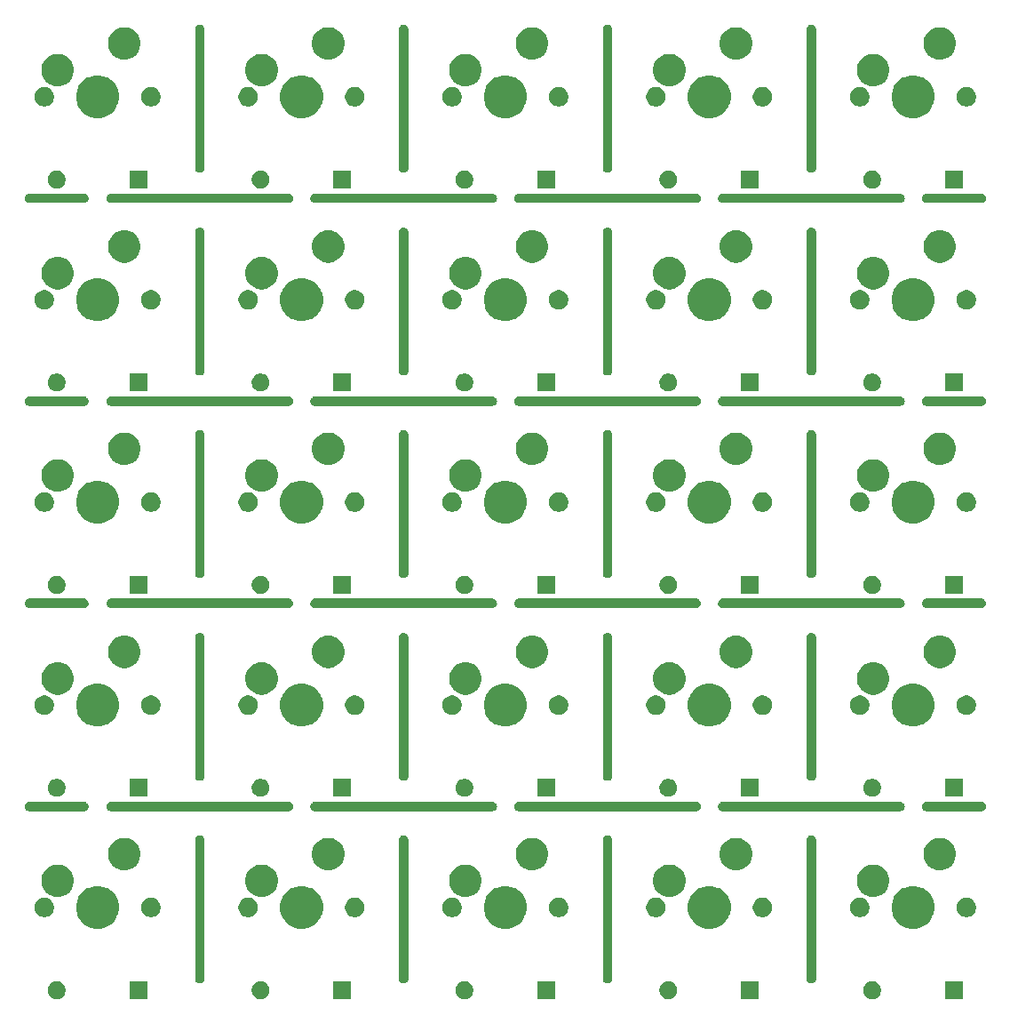
<source format=gts>
G04 #@! TF.GenerationSoftware,KiCad,Pcbnew,(5.1.5)-3*
G04 #@! TF.CreationDate,2020-12-04T16:21:17+08:00*
G04 #@! TF.ProjectId,switch breakout,73776974-6368-4206-9272-65616b6f7574,rev?*
G04 #@! TF.SameCoordinates,Original*
G04 #@! TF.FileFunction,Soldermask,Top*
G04 #@! TF.FilePolarity,Negative*
%FSLAX46Y46*%
G04 Gerber Fmt 4.6, Leading zero omitted, Abs format (unit mm)*
G04 Created by KiCad (PCBNEW (5.1.5)-3) date 2020-12-04 16:21:17*
%MOMM*%
%LPD*%
G04 APERTURE LIST*
%ADD10C,0.100000*%
G04 APERTURE END LIST*
D10*
G36*
X78305479Y-109322453D02*
G01*
X78460351Y-109386603D01*
X78599732Y-109479735D01*
X78718266Y-109598269D01*
X78811398Y-109737650D01*
X78875548Y-109892522D01*
X78908251Y-110056934D01*
X78908251Y-110224566D01*
X78875548Y-110388978D01*
X78811398Y-110543850D01*
X78718266Y-110683231D01*
X78599732Y-110801765D01*
X78460351Y-110894897D01*
X78305479Y-110959047D01*
X78141067Y-110991750D01*
X77973435Y-110991750D01*
X77809023Y-110959047D01*
X77654151Y-110894897D01*
X77514770Y-110801765D01*
X77396236Y-110683231D01*
X77303104Y-110543850D01*
X77238954Y-110388978D01*
X77206251Y-110224566D01*
X77206251Y-110056934D01*
X77238954Y-109892522D01*
X77303104Y-109737650D01*
X77396236Y-109598269D01*
X77514770Y-109479735D01*
X77654151Y-109386603D01*
X77809023Y-109322453D01*
X77973435Y-109289750D01*
X78141067Y-109289750D01*
X78305479Y-109322453D01*
G37*
G36*
X28410000Y-110991750D02*
G01*
X26708000Y-110991750D01*
X26708000Y-109289750D01*
X28410000Y-109289750D01*
X28410000Y-110991750D01*
G37*
G36*
X20007228Y-109322453D02*
G01*
X20162100Y-109386603D01*
X20301481Y-109479735D01*
X20420015Y-109598269D01*
X20513147Y-109737650D01*
X20577297Y-109892522D01*
X20610000Y-110056934D01*
X20610000Y-110224566D01*
X20577297Y-110388978D01*
X20513147Y-110543850D01*
X20420015Y-110683231D01*
X20301481Y-110801765D01*
X20162100Y-110894897D01*
X20007228Y-110959047D01*
X19842816Y-110991750D01*
X19675184Y-110991750D01*
X19510772Y-110959047D01*
X19355900Y-110894897D01*
X19216519Y-110801765D01*
X19097985Y-110683231D01*
X19004853Y-110543850D01*
X18940703Y-110388978D01*
X18908000Y-110224566D01*
X18908000Y-110056934D01*
X18940703Y-109892522D01*
X19004853Y-109737650D01*
X19097985Y-109598269D01*
X19216519Y-109479735D01*
X19355900Y-109386603D01*
X19510772Y-109322453D01*
X19675184Y-109289750D01*
X19842816Y-109289750D01*
X20007228Y-109322453D01*
G37*
G36*
X106139251Y-110991750D02*
G01*
X104437251Y-110991750D01*
X104437251Y-109289750D01*
X106139251Y-109289750D01*
X106139251Y-110991750D01*
G37*
G36*
X39443479Y-109322453D02*
G01*
X39598351Y-109386603D01*
X39737732Y-109479735D01*
X39856266Y-109598269D01*
X39949398Y-109737650D01*
X40013548Y-109892522D01*
X40046251Y-110056934D01*
X40046251Y-110224566D01*
X40013548Y-110388978D01*
X39949398Y-110543850D01*
X39856266Y-110683231D01*
X39737732Y-110801765D01*
X39598351Y-110894897D01*
X39443479Y-110959047D01*
X39279067Y-110991750D01*
X39111435Y-110991750D01*
X38947023Y-110959047D01*
X38792151Y-110894897D01*
X38652770Y-110801765D01*
X38534236Y-110683231D01*
X38441104Y-110543850D01*
X38376954Y-110388978D01*
X38344251Y-110224566D01*
X38344251Y-110056934D01*
X38376954Y-109892522D01*
X38441104Y-109737650D01*
X38534236Y-109598269D01*
X38652770Y-109479735D01*
X38792151Y-109386603D01*
X38947023Y-109322453D01*
X39111435Y-109289750D01*
X39279067Y-109289750D01*
X39443479Y-109322453D01*
G37*
G36*
X47846251Y-110991750D02*
G01*
X46144251Y-110991750D01*
X46144251Y-109289750D01*
X47846251Y-109289750D01*
X47846251Y-110991750D01*
G37*
G36*
X58874479Y-109322453D02*
G01*
X59029351Y-109386603D01*
X59168732Y-109479735D01*
X59287266Y-109598269D01*
X59380398Y-109737650D01*
X59444548Y-109892522D01*
X59477251Y-110056934D01*
X59477251Y-110224566D01*
X59444548Y-110388978D01*
X59380398Y-110543850D01*
X59287266Y-110683231D01*
X59168732Y-110801765D01*
X59029351Y-110894897D01*
X58874479Y-110959047D01*
X58710067Y-110991750D01*
X58542435Y-110991750D01*
X58378023Y-110959047D01*
X58223151Y-110894897D01*
X58083770Y-110801765D01*
X57965236Y-110683231D01*
X57872104Y-110543850D01*
X57807954Y-110388978D01*
X57775251Y-110224566D01*
X57775251Y-110056934D01*
X57807954Y-109892522D01*
X57872104Y-109737650D01*
X57965236Y-109598269D01*
X58083770Y-109479735D01*
X58223151Y-109386603D01*
X58378023Y-109322453D01*
X58542435Y-109289750D01*
X58710067Y-109289750D01*
X58874479Y-109322453D01*
G37*
G36*
X67277251Y-110991750D02*
G01*
X65575251Y-110991750D01*
X65575251Y-109289750D01*
X67277251Y-109289750D01*
X67277251Y-110991750D01*
G37*
G36*
X86708251Y-110991750D02*
G01*
X85006251Y-110991750D01*
X85006251Y-109289750D01*
X86708251Y-109289750D01*
X86708251Y-110991750D01*
G37*
G36*
X97736479Y-109322453D02*
G01*
X97891351Y-109386603D01*
X98030732Y-109479735D01*
X98149266Y-109598269D01*
X98242398Y-109737650D01*
X98306548Y-109892522D01*
X98339251Y-110056934D01*
X98339251Y-110224566D01*
X98306548Y-110388978D01*
X98242398Y-110543850D01*
X98149266Y-110683231D01*
X98030732Y-110801765D01*
X97891351Y-110894897D01*
X97736479Y-110959047D01*
X97572067Y-110991750D01*
X97404435Y-110991750D01*
X97240023Y-110959047D01*
X97085151Y-110894897D01*
X96945770Y-110801765D01*
X96827236Y-110683231D01*
X96734104Y-110543850D01*
X96669954Y-110388978D01*
X96637251Y-110224566D01*
X96637251Y-110056934D01*
X96669954Y-109892522D01*
X96734104Y-109737650D01*
X96827236Y-109598269D01*
X96945770Y-109479735D01*
X97085151Y-109386603D01*
X97240023Y-109322453D01*
X97404435Y-109289750D01*
X97572067Y-109289750D01*
X97736479Y-109322453D01*
G37*
G36*
X33488176Y-95380435D02*
G01*
X33572002Y-95405864D01*
X33649257Y-95447157D01*
X33649258Y-95447158D01*
X33649260Y-95447159D01*
X33716972Y-95502728D01*
X33772541Y-95570440D01*
X33772543Y-95570443D01*
X33813836Y-95647698D01*
X33839265Y-95731524D01*
X33845700Y-95796860D01*
X33845700Y-109053140D01*
X33839265Y-109118476D01*
X33813836Y-109202302D01*
X33772543Y-109279557D01*
X33772541Y-109279560D01*
X33716972Y-109347271D01*
X33649259Y-109402841D01*
X33649257Y-109402842D01*
X33649256Y-109402843D01*
X33572001Y-109444136D01*
X33488175Y-109469565D01*
X33401000Y-109478151D01*
X33313824Y-109469565D01*
X33229998Y-109444136D01*
X33152743Y-109402843D01*
X33152742Y-109402842D01*
X33152740Y-109402841D01*
X33085029Y-109347272D01*
X33029459Y-109279559D01*
X32988165Y-109202302D01*
X32988164Y-109202301D01*
X32962735Y-109118475D01*
X32956300Y-109053139D01*
X32956301Y-95796860D01*
X32962736Y-95731524D01*
X32988165Y-95647698D01*
X33029458Y-95570443D01*
X33029460Y-95570440D01*
X33085029Y-95502728D01*
X33152741Y-95447159D01*
X33152743Y-95447158D01*
X33152744Y-95447157D01*
X33229999Y-95405864D01*
X33313825Y-95380435D01*
X33401000Y-95371849D01*
X33488176Y-95380435D01*
G37*
G36*
X91781176Y-95380435D02*
G01*
X91865002Y-95405864D01*
X91942257Y-95447157D01*
X91942258Y-95447158D01*
X91942260Y-95447159D01*
X92009972Y-95502728D01*
X92065541Y-95570440D01*
X92065543Y-95570443D01*
X92106836Y-95647698D01*
X92132265Y-95731524D01*
X92138700Y-95796860D01*
X92138700Y-109053140D01*
X92132265Y-109118476D01*
X92106836Y-109202302D01*
X92065543Y-109279557D01*
X92065541Y-109279560D01*
X92009972Y-109347271D01*
X91942259Y-109402841D01*
X91942257Y-109402842D01*
X91942256Y-109402843D01*
X91865001Y-109444136D01*
X91781175Y-109469565D01*
X91694000Y-109478151D01*
X91606824Y-109469565D01*
X91522998Y-109444136D01*
X91445743Y-109402843D01*
X91445742Y-109402842D01*
X91445740Y-109402841D01*
X91378029Y-109347272D01*
X91322459Y-109279559D01*
X91281165Y-109202302D01*
X91281164Y-109202301D01*
X91255735Y-109118475D01*
X91249300Y-109053139D01*
X91249301Y-95796860D01*
X91255736Y-95731524D01*
X91281165Y-95647698D01*
X91322458Y-95570443D01*
X91322460Y-95570440D01*
X91378029Y-95502728D01*
X91445741Y-95447159D01*
X91445743Y-95447158D01*
X91445744Y-95447157D01*
X91522999Y-95405864D01*
X91606825Y-95380435D01*
X91694000Y-95371849D01*
X91781176Y-95380435D01*
G37*
G36*
X52919176Y-95380435D02*
G01*
X53003002Y-95405864D01*
X53080257Y-95447157D01*
X53080258Y-95447158D01*
X53080260Y-95447159D01*
X53147972Y-95502728D01*
X53203541Y-95570440D01*
X53203543Y-95570443D01*
X53244836Y-95647698D01*
X53270265Y-95731524D01*
X53276700Y-95796860D01*
X53276700Y-109053140D01*
X53270265Y-109118476D01*
X53244836Y-109202302D01*
X53203543Y-109279557D01*
X53203541Y-109279560D01*
X53147972Y-109347271D01*
X53080259Y-109402841D01*
X53080257Y-109402842D01*
X53080256Y-109402843D01*
X53003001Y-109444136D01*
X52919175Y-109469565D01*
X52832000Y-109478151D01*
X52744824Y-109469565D01*
X52660998Y-109444136D01*
X52583743Y-109402843D01*
X52583742Y-109402842D01*
X52583740Y-109402841D01*
X52516029Y-109347272D01*
X52460459Y-109279559D01*
X52419165Y-109202302D01*
X52419164Y-109202301D01*
X52393735Y-109118475D01*
X52387300Y-109053139D01*
X52387301Y-95796860D01*
X52393736Y-95731524D01*
X52419165Y-95647698D01*
X52460458Y-95570443D01*
X52460460Y-95570440D01*
X52516029Y-95502728D01*
X52583741Y-95447159D01*
X52583743Y-95447158D01*
X52583744Y-95447157D01*
X52660999Y-95405864D01*
X52744825Y-95380435D01*
X52832000Y-95371849D01*
X52919176Y-95380435D01*
G37*
G36*
X72350176Y-95380435D02*
G01*
X72434002Y-95405864D01*
X72511257Y-95447157D01*
X72511258Y-95447158D01*
X72511260Y-95447159D01*
X72578972Y-95502728D01*
X72634541Y-95570440D01*
X72634543Y-95570443D01*
X72675836Y-95647698D01*
X72701265Y-95731524D01*
X72707700Y-95796860D01*
X72707700Y-109053140D01*
X72701265Y-109118476D01*
X72675836Y-109202302D01*
X72634543Y-109279557D01*
X72634541Y-109279560D01*
X72578972Y-109347271D01*
X72511259Y-109402841D01*
X72511257Y-109402842D01*
X72511256Y-109402843D01*
X72434001Y-109444136D01*
X72350175Y-109469565D01*
X72263000Y-109478151D01*
X72175824Y-109469565D01*
X72091998Y-109444136D01*
X72014743Y-109402843D01*
X72014742Y-109402842D01*
X72014740Y-109402841D01*
X71947029Y-109347272D01*
X71891459Y-109279559D01*
X71850165Y-109202302D01*
X71850164Y-109202301D01*
X71824735Y-109118475D01*
X71818300Y-109053139D01*
X71818301Y-95796860D01*
X71824736Y-95731524D01*
X71850165Y-95647698D01*
X71891458Y-95570443D01*
X71891460Y-95570440D01*
X71947029Y-95502728D01*
X72014741Y-95447159D01*
X72014743Y-95447158D01*
X72014744Y-95447157D01*
X72091999Y-95405864D01*
X72175825Y-95380435D01*
X72263000Y-95371849D01*
X72350176Y-95380435D01*
G37*
G36*
X82553725Y-100293434D02*
G01*
X82771725Y-100383733D01*
X82925874Y-100447583D01*
X83260799Y-100671373D01*
X83545628Y-100956202D01*
X83769418Y-101291127D01*
X83801813Y-101369336D01*
X83923567Y-101663276D01*
X84002151Y-102058344D01*
X84002151Y-102461156D01*
X83923567Y-102856224D01*
X83872702Y-102979022D01*
X83769418Y-103228373D01*
X83545628Y-103563298D01*
X83260799Y-103848127D01*
X82925874Y-104071917D01*
X82771725Y-104135767D01*
X82553725Y-104226066D01*
X82158657Y-104304650D01*
X81755845Y-104304650D01*
X81360777Y-104226066D01*
X81142777Y-104135767D01*
X80988628Y-104071917D01*
X80653703Y-103848127D01*
X80368874Y-103563298D01*
X80145084Y-103228373D01*
X80041800Y-102979022D01*
X79990935Y-102856224D01*
X79912351Y-102461156D01*
X79912351Y-102058344D01*
X79990935Y-101663276D01*
X80112689Y-101369336D01*
X80145084Y-101291127D01*
X80368874Y-100956202D01*
X80653703Y-100671373D01*
X80988628Y-100447583D01*
X81142777Y-100383733D01*
X81360777Y-100293434D01*
X81755845Y-100214850D01*
X82158657Y-100214850D01*
X82553725Y-100293434D01*
G37*
G36*
X24260725Y-100293434D02*
G01*
X24478725Y-100383733D01*
X24632874Y-100447583D01*
X24967799Y-100671373D01*
X25252628Y-100956202D01*
X25476418Y-101291127D01*
X25508813Y-101369336D01*
X25630567Y-101663276D01*
X25709151Y-102058344D01*
X25709151Y-102461156D01*
X25630567Y-102856224D01*
X25579702Y-102979022D01*
X25476418Y-103228373D01*
X25252628Y-103563298D01*
X24967799Y-103848127D01*
X24632874Y-104071917D01*
X24478725Y-104135767D01*
X24260725Y-104226066D01*
X23865657Y-104304650D01*
X23462845Y-104304650D01*
X23067777Y-104226066D01*
X22849777Y-104135767D01*
X22695628Y-104071917D01*
X22360703Y-103848127D01*
X22075874Y-103563298D01*
X21852084Y-103228373D01*
X21748800Y-102979022D01*
X21697935Y-102856224D01*
X21619351Y-102461156D01*
X21619351Y-102058344D01*
X21697935Y-101663276D01*
X21819689Y-101369336D01*
X21852084Y-101291127D01*
X22075874Y-100956202D01*
X22360703Y-100671373D01*
X22695628Y-100447583D01*
X22849777Y-100383733D01*
X23067777Y-100293434D01*
X23462845Y-100214850D01*
X23865657Y-100214850D01*
X24260725Y-100293434D01*
G37*
G36*
X43691725Y-100293434D02*
G01*
X43909725Y-100383733D01*
X44063874Y-100447583D01*
X44398799Y-100671373D01*
X44683628Y-100956202D01*
X44907418Y-101291127D01*
X44939813Y-101369336D01*
X45061567Y-101663276D01*
X45140151Y-102058344D01*
X45140151Y-102461156D01*
X45061567Y-102856224D01*
X45010702Y-102979022D01*
X44907418Y-103228373D01*
X44683628Y-103563298D01*
X44398799Y-103848127D01*
X44063874Y-104071917D01*
X43909725Y-104135767D01*
X43691725Y-104226066D01*
X43296657Y-104304650D01*
X42893845Y-104304650D01*
X42498777Y-104226066D01*
X42280777Y-104135767D01*
X42126628Y-104071917D01*
X41791703Y-103848127D01*
X41506874Y-103563298D01*
X41283084Y-103228373D01*
X41179800Y-102979022D01*
X41128935Y-102856224D01*
X41050351Y-102461156D01*
X41050351Y-102058344D01*
X41128935Y-101663276D01*
X41250689Y-101369336D01*
X41283084Y-101291127D01*
X41506874Y-100956202D01*
X41791703Y-100671373D01*
X42126628Y-100447583D01*
X42280777Y-100383733D01*
X42498777Y-100293434D01*
X42893845Y-100214850D01*
X43296657Y-100214850D01*
X43691725Y-100293434D01*
G37*
G36*
X101984725Y-100293434D02*
G01*
X102202725Y-100383733D01*
X102356874Y-100447583D01*
X102691799Y-100671373D01*
X102976628Y-100956202D01*
X103200418Y-101291127D01*
X103232813Y-101369336D01*
X103354567Y-101663276D01*
X103433151Y-102058344D01*
X103433151Y-102461156D01*
X103354567Y-102856224D01*
X103303702Y-102979022D01*
X103200418Y-103228373D01*
X102976628Y-103563298D01*
X102691799Y-103848127D01*
X102356874Y-104071917D01*
X102202725Y-104135767D01*
X101984725Y-104226066D01*
X101589657Y-104304650D01*
X101186845Y-104304650D01*
X100791777Y-104226066D01*
X100573777Y-104135767D01*
X100419628Y-104071917D01*
X100084703Y-103848127D01*
X99799874Y-103563298D01*
X99576084Y-103228373D01*
X99472800Y-102979022D01*
X99421935Y-102856224D01*
X99343351Y-102461156D01*
X99343351Y-102058344D01*
X99421935Y-101663276D01*
X99543689Y-101369336D01*
X99576084Y-101291127D01*
X99799874Y-100956202D01*
X100084703Y-100671373D01*
X100419628Y-100447583D01*
X100573777Y-100383733D01*
X100791777Y-100293434D01*
X101186845Y-100214850D01*
X101589657Y-100214850D01*
X101984725Y-100293434D01*
G37*
G36*
X63122725Y-100293434D02*
G01*
X63340725Y-100383733D01*
X63494874Y-100447583D01*
X63829799Y-100671373D01*
X64114628Y-100956202D01*
X64338418Y-101291127D01*
X64370813Y-101369336D01*
X64492567Y-101663276D01*
X64571151Y-102058344D01*
X64571151Y-102461156D01*
X64492567Y-102856224D01*
X64441702Y-102979022D01*
X64338418Y-103228373D01*
X64114628Y-103563298D01*
X63829799Y-103848127D01*
X63494874Y-104071917D01*
X63340725Y-104135767D01*
X63122725Y-104226066D01*
X62727657Y-104304650D01*
X62324845Y-104304650D01*
X61929777Y-104226066D01*
X61711777Y-104135767D01*
X61557628Y-104071917D01*
X61222703Y-103848127D01*
X60937874Y-103563298D01*
X60714084Y-103228373D01*
X60610800Y-102979022D01*
X60559935Y-102856224D01*
X60481351Y-102461156D01*
X60481351Y-102058344D01*
X60559935Y-101663276D01*
X60681689Y-101369336D01*
X60714084Y-101291127D01*
X60937874Y-100956202D01*
X61222703Y-100671373D01*
X61557628Y-100447583D01*
X61711777Y-100383733D01*
X61929777Y-100293434D01*
X62324845Y-100214850D01*
X62727657Y-100214850D01*
X63122725Y-100293434D01*
G37*
G36*
X29014355Y-101369335D02*
G01*
X29182877Y-101439139D01*
X29334542Y-101540478D01*
X29463523Y-101669459D01*
X29564862Y-101821124D01*
X29634666Y-101989646D01*
X29670251Y-102168547D01*
X29670251Y-102350953D01*
X29634666Y-102529854D01*
X29564862Y-102698376D01*
X29463523Y-102850041D01*
X29334542Y-102979022D01*
X29182877Y-103080361D01*
X29014355Y-103150165D01*
X28835454Y-103185750D01*
X28653048Y-103185750D01*
X28474147Y-103150165D01*
X28305625Y-103080361D01*
X28153960Y-102979022D01*
X28024979Y-102850041D01*
X27923640Y-102698376D01*
X27853836Y-102529854D01*
X27818251Y-102350953D01*
X27818251Y-102168547D01*
X27853836Y-101989646D01*
X27923640Y-101821124D01*
X28024979Y-101669459D01*
X28153960Y-101540478D01*
X28305625Y-101439139D01*
X28474147Y-101369335D01*
X28653048Y-101333750D01*
X28835454Y-101333750D01*
X29014355Y-101369335D01*
G37*
G36*
X106738355Y-101369335D02*
G01*
X106906877Y-101439139D01*
X107058542Y-101540478D01*
X107187523Y-101669459D01*
X107288862Y-101821124D01*
X107358666Y-101989646D01*
X107394251Y-102168547D01*
X107394251Y-102350953D01*
X107358666Y-102529854D01*
X107288862Y-102698376D01*
X107187523Y-102850041D01*
X107058542Y-102979022D01*
X106906877Y-103080361D01*
X106738355Y-103150165D01*
X106559454Y-103185750D01*
X106377048Y-103185750D01*
X106198147Y-103150165D01*
X106029625Y-103080361D01*
X105877960Y-102979022D01*
X105748979Y-102850041D01*
X105647640Y-102698376D01*
X105577836Y-102529854D01*
X105542251Y-102350953D01*
X105542251Y-102168547D01*
X105577836Y-101989646D01*
X105647640Y-101821124D01*
X105748979Y-101669459D01*
X105877960Y-101540478D01*
X106029625Y-101439139D01*
X106198147Y-101369335D01*
X106377048Y-101333750D01*
X106559454Y-101333750D01*
X106738355Y-101369335D01*
G37*
G36*
X87307355Y-101369335D02*
G01*
X87475877Y-101439139D01*
X87627542Y-101540478D01*
X87756523Y-101669459D01*
X87857862Y-101821124D01*
X87927666Y-101989646D01*
X87963251Y-102168547D01*
X87963251Y-102350953D01*
X87927666Y-102529854D01*
X87857862Y-102698376D01*
X87756523Y-102850041D01*
X87627542Y-102979022D01*
X87475877Y-103080361D01*
X87307355Y-103150165D01*
X87128454Y-103185750D01*
X86946048Y-103185750D01*
X86767147Y-103150165D01*
X86598625Y-103080361D01*
X86446960Y-102979022D01*
X86317979Y-102850041D01*
X86216640Y-102698376D01*
X86146836Y-102529854D01*
X86111251Y-102350953D01*
X86111251Y-102168547D01*
X86146836Y-101989646D01*
X86216640Y-101821124D01*
X86317979Y-101669459D01*
X86446960Y-101540478D01*
X86598625Y-101439139D01*
X86767147Y-101369335D01*
X86946048Y-101333750D01*
X87128454Y-101333750D01*
X87307355Y-101369335D01*
G37*
G36*
X77147355Y-101369335D02*
G01*
X77315877Y-101439139D01*
X77467542Y-101540478D01*
X77596523Y-101669459D01*
X77697862Y-101821124D01*
X77767666Y-101989646D01*
X77803251Y-102168547D01*
X77803251Y-102350953D01*
X77767666Y-102529854D01*
X77697862Y-102698376D01*
X77596523Y-102850041D01*
X77467542Y-102979022D01*
X77315877Y-103080361D01*
X77147355Y-103150165D01*
X76968454Y-103185750D01*
X76786048Y-103185750D01*
X76607147Y-103150165D01*
X76438625Y-103080361D01*
X76286960Y-102979022D01*
X76157979Y-102850041D01*
X76056640Y-102698376D01*
X75986836Y-102529854D01*
X75951251Y-102350953D01*
X75951251Y-102168547D01*
X75986836Y-101989646D01*
X76056640Y-101821124D01*
X76157979Y-101669459D01*
X76286960Y-101540478D01*
X76438625Y-101439139D01*
X76607147Y-101369335D01*
X76786048Y-101333750D01*
X76968454Y-101333750D01*
X77147355Y-101369335D01*
G37*
G36*
X48445355Y-101369335D02*
G01*
X48613877Y-101439139D01*
X48765542Y-101540478D01*
X48894523Y-101669459D01*
X48995862Y-101821124D01*
X49065666Y-101989646D01*
X49101251Y-102168547D01*
X49101251Y-102350953D01*
X49065666Y-102529854D01*
X48995862Y-102698376D01*
X48894523Y-102850041D01*
X48765542Y-102979022D01*
X48613877Y-103080361D01*
X48445355Y-103150165D01*
X48266454Y-103185750D01*
X48084048Y-103185750D01*
X47905147Y-103150165D01*
X47736625Y-103080361D01*
X47584960Y-102979022D01*
X47455979Y-102850041D01*
X47354640Y-102698376D01*
X47284836Y-102529854D01*
X47249251Y-102350953D01*
X47249251Y-102168547D01*
X47284836Y-101989646D01*
X47354640Y-101821124D01*
X47455979Y-101669459D01*
X47584960Y-101540478D01*
X47736625Y-101439139D01*
X47905147Y-101369335D01*
X48084048Y-101333750D01*
X48266454Y-101333750D01*
X48445355Y-101369335D01*
G37*
G36*
X67876355Y-101369335D02*
G01*
X68044877Y-101439139D01*
X68196542Y-101540478D01*
X68325523Y-101669459D01*
X68426862Y-101821124D01*
X68496666Y-101989646D01*
X68532251Y-102168547D01*
X68532251Y-102350953D01*
X68496666Y-102529854D01*
X68426862Y-102698376D01*
X68325523Y-102850041D01*
X68196542Y-102979022D01*
X68044877Y-103080361D01*
X67876355Y-103150165D01*
X67697454Y-103185750D01*
X67515048Y-103185750D01*
X67336147Y-103150165D01*
X67167625Y-103080361D01*
X67015960Y-102979022D01*
X66886979Y-102850041D01*
X66785640Y-102698376D01*
X66715836Y-102529854D01*
X66680251Y-102350953D01*
X66680251Y-102168547D01*
X66715836Y-101989646D01*
X66785640Y-101821124D01*
X66886979Y-101669459D01*
X67015960Y-101540478D01*
X67167625Y-101439139D01*
X67336147Y-101369335D01*
X67515048Y-101333750D01*
X67697454Y-101333750D01*
X67876355Y-101369335D01*
G37*
G36*
X57716355Y-101369335D02*
G01*
X57884877Y-101439139D01*
X58036542Y-101540478D01*
X58165523Y-101669459D01*
X58266862Y-101821124D01*
X58336666Y-101989646D01*
X58372251Y-102168547D01*
X58372251Y-102350953D01*
X58336666Y-102529854D01*
X58266862Y-102698376D01*
X58165523Y-102850041D01*
X58036542Y-102979022D01*
X57884877Y-103080361D01*
X57716355Y-103150165D01*
X57537454Y-103185750D01*
X57355048Y-103185750D01*
X57176147Y-103150165D01*
X57007625Y-103080361D01*
X56855960Y-102979022D01*
X56726979Y-102850041D01*
X56625640Y-102698376D01*
X56555836Y-102529854D01*
X56520251Y-102350953D01*
X56520251Y-102168547D01*
X56555836Y-101989646D01*
X56625640Y-101821124D01*
X56726979Y-101669459D01*
X56855960Y-101540478D01*
X57007625Y-101439139D01*
X57176147Y-101369335D01*
X57355048Y-101333750D01*
X57537454Y-101333750D01*
X57716355Y-101369335D01*
G37*
G36*
X18854355Y-101369335D02*
G01*
X19022877Y-101439139D01*
X19174542Y-101540478D01*
X19303523Y-101669459D01*
X19404862Y-101821124D01*
X19474666Y-101989646D01*
X19510251Y-102168547D01*
X19510251Y-102350953D01*
X19474666Y-102529854D01*
X19404862Y-102698376D01*
X19303523Y-102850041D01*
X19174542Y-102979022D01*
X19022877Y-103080361D01*
X18854355Y-103150165D01*
X18675454Y-103185750D01*
X18493048Y-103185750D01*
X18314147Y-103150165D01*
X18145625Y-103080361D01*
X17993960Y-102979022D01*
X17864979Y-102850041D01*
X17763640Y-102698376D01*
X17693836Y-102529854D01*
X17658251Y-102350953D01*
X17658251Y-102168547D01*
X17693836Y-101989646D01*
X17763640Y-101821124D01*
X17864979Y-101669459D01*
X17993960Y-101540478D01*
X18145625Y-101439139D01*
X18314147Y-101369335D01*
X18493048Y-101333750D01*
X18675454Y-101333750D01*
X18854355Y-101369335D01*
G37*
G36*
X96578355Y-101369335D02*
G01*
X96746877Y-101439139D01*
X96898542Y-101540478D01*
X97027523Y-101669459D01*
X97128862Y-101821124D01*
X97198666Y-101989646D01*
X97234251Y-102168547D01*
X97234251Y-102350953D01*
X97198666Y-102529854D01*
X97128862Y-102698376D01*
X97027523Y-102850041D01*
X96898542Y-102979022D01*
X96746877Y-103080361D01*
X96578355Y-103150165D01*
X96399454Y-103185750D01*
X96217048Y-103185750D01*
X96038147Y-103150165D01*
X95869625Y-103080361D01*
X95717960Y-102979022D01*
X95588979Y-102850041D01*
X95487640Y-102698376D01*
X95417836Y-102529854D01*
X95382251Y-102350953D01*
X95382251Y-102168547D01*
X95417836Y-101989646D01*
X95487640Y-101821124D01*
X95588979Y-101669459D01*
X95717960Y-101540478D01*
X95869625Y-101439139D01*
X96038147Y-101369335D01*
X96217048Y-101333750D01*
X96399454Y-101333750D01*
X96578355Y-101369335D01*
G37*
G36*
X38285355Y-101369335D02*
G01*
X38453877Y-101439139D01*
X38605542Y-101540478D01*
X38734523Y-101669459D01*
X38835862Y-101821124D01*
X38905666Y-101989646D01*
X38941251Y-102168547D01*
X38941251Y-102350953D01*
X38905666Y-102529854D01*
X38835862Y-102698376D01*
X38734523Y-102850041D01*
X38605542Y-102979022D01*
X38453877Y-103080361D01*
X38285355Y-103150165D01*
X38106454Y-103185750D01*
X37924048Y-103185750D01*
X37745147Y-103150165D01*
X37576625Y-103080361D01*
X37424960Y-102979022D01*
X37295979Y-102850041D01*
X37194640Y-102698376D01*
X37124836Y-102529854D01*
X37089251Y-102350953D01*
X37089251Y-102168547D01*
X37124836Y-101989646D01*
X37194640Y-101821124D01*
X37295979Y-101669459D01*
X37424960Y-101540478D01*
X37576625Y-101439139D01*
X37745147Y-101369335D01*
X37924048Y-101333750D01*
X38106454Y-101333750D01*
X38285355Y-101369335D01*
G37*
G36*
X78449836Y-98198552D02*
G01*
X78599661Y-98228354D01*
X78881925Y-98345271D01*
X79135956Y-98515009D01*
X79351992Y-98731045D01*
X79521730Y-98985076D01*
X79638647Y-99267340D01*
X79698251Y-99566990D01*
X79698251Y-99872510D01*
X79638647Y-100172160D01*
X79521730Y-100454424D01*
X79351992Y-100708455D01*
X79135956Y-100924491D01*
X78881925Y-101094229D01*
X78599661Y-101211146D01*
X78449836Y-101240948D01*
X78300012Y-101270750D01*
X77994490Y-101270750D01*
X77844666Y-101240948D01*
X77694841Y-101211146D01*
X77412577Y-101094229D01*
X77158546Y-100924491D01*
X76942510Y-100708455D01*
X76772772Y-100454424D01*
X76655855Y-100172160D01*
X76596251Y-99872510D01*
X76596251Y-99566990D01*
X76655855Y-99267340D01*
X76772772Y-98985076D01*
X76942510Y-98731045D01*
X77158546Y-98515009D01*
X77412577Y-98345271D01*
X77694841Y-98228354D01*
X77844666Y-98198552D01*
X77994490Y-98168750D01*
X78300012Y-98168750D01*
X78449836Y-98198552D01*
G37*
G36*
X20156836Y-98198552D02*
G01*
X20306661Y-98228354D01*
X20588925Y-98345271D01*
X20842956Y-98515009D01*
X21058992Y-98731045D01*
X21228730Y-98985076D01*
X21345647Y-99267340D01*
X21405251Y-99566990D01*
X21405251Y-99872510D01*
X21345647Y-100172160D01*
X21228730Y-100454424D01*
X21058992Y-100708455D01*
X20842956Y-100924491D01*
X20588925Y-101094229D01*
X20306661Y-101211146D01*
X20156836Y-101240948D01*
X20007012Y-101270750D01*
X19701490Y-101270750D01*
X19551666Y-101240948D01*
X19401841Y-101211146D01*
X19119577Y-101094229D01*
X18865546Y-100924491D01*
X18649510Y-100708455D01*
X18479772Y-100454424D01*
X18362855Y-100172160D01*
X18303251Y-99872510D01*
X18303251Y-99566990D01*
X18362855Y-99267340D01*
X18479772Y-98985076D01*
X18649510Y-98731045D01*
X18865546Y-98515009D01*
X19119577Y-98345271D01*
X19401841Y-98228354D01*
X19551666Y-98198552D01*
X19701490Y-98168750D01*
X20007012Y-98168750D01*
X20156836Y-98198552D01*
G37*
G36*
X39587836Y-98198552D02*
G01*
X39737661Y-98228354D01*
X40019925Y-98345271D01*
X40273956Y-98515009D01*
X40489992Y-98731045D01*
X40659730Y-98985076D01*
X40776647Y-99267340D01*
X40836251Y-99566990D01*
X40836251Y-99872510D01*
X40776647Y-100172160D01*
X40659730Y-100454424D01*
X40489992Y-100708455D01*
X40273956Y-100924491D01*
X40019925Y-101094229D01*
X39737661Y-101211146D01*
X39587836Y-101240948D01*
X39438012Y-101270750D01*
X39132490Y-101270750D01*
X38982666Y-101240948D01*
X38832841Y-101211146D01*
X38550577Y-101094229D01*
X38296546Y-100924491D01*
X38080510Y-100708455D01*
X37910772Y-100454424D01*
X37793855Y-100172160D01*
X37734251Y-99872510D01*
X37734251Y-99566990D01*
X37793855Y-99267340D01*
X37910772Y-98985076D01*
X38080510Y-98731045D01*
X38296546Y-98515009D01*
X38550577Y-98345271D01*
X38832841Y-98228354D01*
X38982666Y-98198552D01*
X39132490Y-98168750D01*
X39438012Y-98168750D01*
X39587836Y-98198552D01*
G37*
G36*
X97880836Y-98198552D02*
G01*
X98030661Y-98228354D01*
X98312925Y-98345271D01*
X98566956Y-98515009D01*
X98782992Y-98731045D01*
X98952730Y-98985076D01*
X99069647Y-99267340D01*
X99129251Y-99566990D01*
X99129251Y-99872510D01*
X99069647Y-100172160D01*
X98952730Y-100454424D01*
X98782992Y-100708455D01*
X98566956Y-100924491D01*
X98312925Y-101094229D01*
X98030661Y-101211146D01*
X97880836Y-101240948D01*
X97731012Y-101270750D01*
X97425490Y-101270750D01*
X97275666Y-101240948D01*
X97125841Y-101211146D01*
X96843577Y-101094229D01*
X96589546Y-100924491D01*
X96373510Y-100708455D01*
X96203772Y-100454424D01*
X96086855Y-100172160D01*
X96027251Y-99872510D01*
X96027251Y-99566990D01*
X96086855Y-99267340D01*
X96203772Y-98985076D01*
X96373510Y-98731045D01*
X96589546Y-98515009D01*
X96843577Y-98345271D01*
X97125841Y-98228354D01*
X97275666Y-98198552D01*
X97425490Y-98168750D01*
X97731012Y-98168750D01*
X97880836Y-98198552D01*
G37*
G36*
X59018836Y-98198552D02*
G01*
X59168661Y-98228354D01*
X59450925Y-98345271D01*
X59704956Y-98515009D01*
X59920992Y-98731045D01*
X60090730Y-98985076D01*
X60207647Y-99267340D01*
X60267251Y-99566990D01*
X60267251Y-99872510D01*
X60207647Y-100172160D01*
X60090730Y-100454424D01*
X59920992Y-100708455D01*
X59704956Y-100924491D01*
X59450925Y-101094229D01*
X59168661Y-101211146D01*
X59018836Y-101240948D01*
X58869012Y-101270750D01*
X58563490Y-101270750D01*
X58413666Y-101240948D01*
X58263841Y-101211146D01*
X57981577Y-101094229D01*
X57727546Y-100924491D01*
X57511510Y-100708455D01*
X57341772Y-100454424D01*
X57224855Y-100172160D01*
X57165251Y-99872510D01*
X57165251Y-99566990D01*
X57224855Y-99267340D01*
X57341772Y-98985076D01*
X57511510Y-98731045D01*
X57727546Y-98515009D01*
X57981577Y-98345271D01*
X58263841Y-98228354D01*
X58413666Y-98198552D01*
X58563490Y-98168750D01*
X58869012Y-98168750D01*
X59018836Y-98198552D01*
G37*
G36*
X26506836Y-95658552D02*
G01*
X26656661Y-95688354D01*
X26938925Y-95805271D01*
X27192956Y-95975009D01*
X27408992Y-96191045D01*
X27578730Y-96445076D01*
X27695647Y-96727340D01*
X27755251Y-97026990D01*
X27755251Y-97332510D01*
X27695647Y-97632160D01*
X27578730Y-97914424D01*
X27408992Y-98168455D01*
X27192956Y-98384491D01*
X26938925Y-98554229D01*
X26656661Y-98671146D01*
X26506836Y-98700948D01*
X26357012Y-98730750D01*
X26051490Y-98730750D01*
X25901666Y-98700948D01*
X25751841Y-98671146D01*
X25469577Y-98554229D01*
X25215546Y-98384491D01*
X24999510Y-98168455D01*
X24829772Y-97914424D01*
X24712855Y-97632160D01*
X24653251Y-97332510D01*
X24653251Y-97026990D01*
X24712855Y-96727340D01*
X24829772Y-96445076D01*
X24999510Y-96191045D01*
X25215546Y-95975009D01*
X25469577Y-95805271D01*
X25751841Y-95688354D01*
X25901666Y-95658552D01*
X26051490Y-95628750D01*
X26357012Y-95628750D01*
X26506836Y-95658552D01*
G37*
G36*
X104230836Y-95658552D02*
G01*
X104380661Y-95688354D01*
X104662925Y-95805271D01*
X104916956Y-95975009D01*
X105132992Y-96191045D01*
X105302730Y-96445076D01*
X105419647Y-96727340D01*
X105479251Y-97026990D01*
X105479251Y-97332510D01*
X105419647Y-97632160D01*
X105302730Y-97914424D01*
X105132992Y-98168455D01*
X104916956Y-98384491D01*
X104662925Y-98554229D01*
X104380661Y-98671146D01*
X104230836Y-98700948D01*
X104081012Y-98730750D01*
X103775490Y-98730750D01*
X103625666Y-98700948D01*
X103475841Y-98671146D01*
X103193577Y-98554229D01*
X102939546Y-98384491D01*
X102723510Y-98168455D01*
X102553772Y-97914424D01*
X102436855Y-97632160D01*
X102377251Y-97332510D01*
X102377251Y-97026990D01*
X102436855Y-96727340D01*
X102553772Y-96445076D01*
X102723510Y-96191045D01*
X102939546Y-95975009D01*
X103193577Y-95805271D01*
X103475841Y-95688354D01*
X103625666Y-95658552D01*
X103775490Y-95628750D01*
X104081012Y-95628750D01*
X104230836Y-95658552D01*
G37*
G36*
X84799836Y-95658552D02*
G01*
X84949661Y-95688354D01*
X85231925Y-95805271D01*
X85485956Y-95975009D01*
X85701992Y-96191045D01*
X85871730Y-96445076D01*
X85988647Y-96727340D01*
X86048251Y-97026990D01*
X86048251Y-97332510D01*
X85988647Y-97632160D01*
X85871730Y-97914424D01*
X85701992Y-98168455D01*
X85485956Y-98384491D01*
X85231925Y-98554229D01*
X84949661Y-98671146D01*
X84799836Y-98700948D01*
X84650012Y-98730750D01*
X84344490Y-98730750D01*
X84194666Y-98700948D01*
X84044841Y-98671146D01*
X83762577Y-98554229D01*
X83508546Y-98384491D01*
X83292510Y-98168455D01*
X83122772Y-97914424D01*
X83005855Y-97632160D01*
X82946251Y-97332510D01*
X82946251Y-97026990D01*
X83005855Y-96727340D01*
X83122772Y-96445076D01*
X83292510Y-96191045D01*
X83508546Y-95975009D01*
X83762577Y-95805271D01*
X84044841Y-95688354D01*
X84194666Y-95658552D01*
X84344490Y-95628750D01*
X84650012Y-95628750D01*
X84799836Y-95658552D01*
G37*
G36*
X65368836Y-95658552D02*
G01*
X65518661Y-95688354D01*
X65800925Y-95805271D01*
X66054956Y-95975009D01*
X66270992Y-96191045D01*
X66440730Y-96445076D01*
X66557647Y-96727340D01*
X66617251Y-97026990D01*
X66617251Y-97332510D01*
X66557647Y-97632160D01*
X66440730Y-97914424D01*
X66270992Y-98168455D01*
X66054956Y-98384491D01*
X65800925Y-98554229D01*
X65518661Y-98671146D01*
X65368836Y-98700948D01*
X65219012Y-98730750D01*
X64913490Y-98730750D01*
X64763666Y-98700948D01*
X64613841Y-98671146D01*
X64331577Y-98554229D01*
X64077546Y-98384491D01*
X63861510Y-98168455D01*
X63691772Y-97914424D01*
X63574855Y-97632160D01*
X63515251Y-97332510D01*
X63515251Y-97026990D01*
X63574855Y-96727340D01*
X63691772Y-96445076D01*
X63861510Y-96191045D01*
X64077546Y-95975009D01*
X64331577Y-95805271D01*
X64613841Y-95688354D01*
X64763666Y-95658552D01*
X64913490Y-95628750D01*
X65219012Y-95628750D01*
X65368836Y-95658552D01*
G37*
G36*
X45937836Y-95658552D02*
G01*
X46087661Y-95688354D01*
X46369925Y-95805271D01*
X46623956Y-95975009D01*
X46839992Y-96191045D01*
X47009730Y-96445076D01*
X47126647Y-96727340D01*
X47186251Y-97026990D01*
X47186251Y-97332510D01*
X47126647Y-97632160D01*
X47009730Y-97914424D01*
X46839992Y-98168455D01*
X46623956Y-98384491D01*
X46369925Y-98554229D01*
X46087661Y-98671146D01*
X45937836Y-98700948D01*
X45788012Y-98730750D01*
X45482490Y-98730750D01*
X45332666Y-98700948D01*
X45182841Y-98671146D01*
X44900577Y-98554229D01*
X44646546Y-98384491D01*
X44430510Y-98168455D01*
X44260772Y-97914424D01*
X44143855Y-97632160D01*
X44084251Y-97332510D01*
X44084251Y-97026990D01*
X44143855Y-96727340D01*
X44260772Y-96445076D01*
X44430510Y-96191045D01*
X44646546Y-95975009D01*
X44900577Y-95805271D01*
X45182841Y-95688354D01*
X45332666Y-95658552D01*
X45482490Y-95628750D01*
X45788012Y-95628750D01*
X45937836Y-95658552D01*
G37*
G36*
X22452476Y-92208235D02*
G01*
X22536302Y-92233664D01*
X22613557Y-92274957D01*
X22613558Y-92274958D01*
X22613560Y-92274959D01*
X22681272Y-92330528D01*
X22736841Y-92398240D01*
X22736843Y-92398243D01*
X22778136Y-92475498D01*
X22803565Y-92559324D01*
X22812151Y-92646500D01*
X22803565Y-92733676D01*
X22778136Y-92817502D01*
X22736843Y-92894757D01*
X22736841Y-92894760D01*
X22681272Y-92962472D01*
X22613560Y-93018041D01*
X22613558Y-93018042D01*
X22613557Y-93018043D01*
X22536302Y-93059336D01*
X22452476Y-93084765D01*
X22387140Y-93091200D01*
X17130860Y-93091200D01*
X17065524Y-93084765D01*
X16981698Y-93059336D01*
X16904443Y-93018043D01*
X16904442Y-93018042D01*
X16904440Y-93018041D01*
X16836728Y-92962472D01*
X16781159Y-92894760D01*
X16781157Y-92894757D01*
X16739864Y-92817502D01*
X16714435Y-92733676D01*
X16705849Y-92646500D01*
X16714435Y-92559324D01*
X16739864Y-92475498D01*
X16781157Y-92398243D01*
X16781159Y-92398240D01*
X16836728Y-92330528D01*
X16904440Y-92274959D01*
X16904442Y-92274958D01*
X16904443Y-92274957D01*
X16981698Y-92233664D01*
X17065524Y-92208235D01*
X17130860Y-92201800D01*
X22387140Y-92201800D01*
X22452476Y-92208235D01*
G37*
G36*
X80806476Y-92208235D02*
G01*
X80890302Y-92233664D01*
X80967557Y-92274957D01*
X80967558Y-92274958D01*
X80967560Y-92274959D01*
X81035272Y-92330528D01*
X81090841Y-92398240D01*
X81090843Y-92398243D01*
X81132136Y-92475498D01*
X81157565Y-92559324D01*
X81166151Y-92646500D01*
X81157565Y-92733676D01*
X81132136Y-92817502D01*
X81090843Y-92894757D01*
X81090841Y-92894760D01*
X81035272Y-92962472D01*
X80967560Y-93018041D01*
X80967558Y-93018042D01*
X80967557Y-93018043D01*
X80890302Y-93059336D01*
X80806476Y-93084765D01*
X80741140Y-93091200D01*
X63784860Y-93091200D01*
X63719524Y-93084765D01*
X63635698Y-93059336D01*
X63558443Y-93018043D01*
X63558442Y-93018042D01*
X63558440Y-93018041D01*
X63490728Y-92962472D01*
X63435159Y-92894760D01*
X63435157Y-92894757D01*
X63393864Y-92817502D01*
X63368435Y-92733676D01*
X63359849Y-92646500D01*
X63368435Y-92559324D01*
X63393864Y-92475498D01*
X63435157Y-92398243D01*
X63435159Y-92398240D01*
X63490728Y-92330528D01*
X63558440Y-92274959D01*
X63558442Y-92274958D01*
X63558443Y-92274957D01*
X63635698Y-92233664D01*
X63719524Y-92208235D01*
X63784860Y-92201800D01*
X80741140Y-92201800D01*
X80806476Y-92208235D01*
G37*
G36*
X100237476Y-92208235D02*
G01*
X100321302Y-92233664D01*
X100398557Y-92274957D01*
X100398558Y-92274958D01*
X100398560Y-92274959D01*
X100466272Y-92330528D01*
X100521841Y-92398240D01*
X100521843Y-92398243D01*
X100563136Y-92475498D01*
X100588565Y-92559324D01*
X100597151Y-92646500D01*
X100588565Y-92733676D01*
X100563136Y-92817502D01*
X100521843Y-92894757D01*
X100521841Y-92894760D01*
X100466272Y-92962472D01*
X100398560Y-93018041D01*
X100398558Y-93018042D01*
X100398557Y-93018043D01*
X100321302Y-93059336D01*
X100237476Y-93084765D01*
X100172140Y-93091200D01*
X83215860Y-93091200D01*
X83150524Y-93084765D01*
X83066698Y-93059336D01*
X82989443Y-93018043D01*
X82989442Y-93018042D01*
X82989440Y-93018041D01*
X82921728Y-92962472D01*
X82866159Y-92894760D01*
X82866157Y-92894757D01*
X82824864Y-92817502D01*
X82799435Y-92733676D01*
X82790849Y-92646500D01*
X82799435Y-92559324D01*
X82824864Y-92475498D01*
X82866157Y-92398243D01*
X82866159Y-92398240D01*
X82921728Y-92330528D01*
X82989440Y-92274959D01*
X82989442Y-92274958D01*
X82989443Y-92274957D01*
X83066698Y-92233664D01*
X83150524Y-92208235D01*
X83215860Y-92201800D01*
X100172140Y-92201800D01*
X100237476Y-92208235D01*
G37*
G36*
X61375476Y-92208235D02*
G01*
X61459302Y-92233664D01*
X61536557Y-92274957D01*
X61536558Y-92274958D01*
X61536560Y-92274959D01*
X61604272Y-92330528D01*
X61659841Y-92398240D01*
X61659843Y-92398243D01*
X61701136Y-92475498D01*
X61726565Y-92559324D01*
X61735151Y-92646500D01*
X61726565Y-92733676D01*
X61701136Y-92817502D01*
X61659843Y-92894757D01*
X61659841Y-92894760D01*
X61604272Y-92962472D01*
X61536560Y-93018041D01*
X61536558Y-93018042D01*
X61536557Y-93018043D01*
X61459302Y-93059336D01*
X61375476Y-93084765D01*
X61310140Y-93091200D01*
X44353860Y-93091200D01*
X44288524Y-93084765D01*
X44204698Y-93059336D01*
X44127443Y-93018043D01*
X44127442Y-93018042D01*
X44127440Y-93018041D01*
X44059728Y-92962472D01*
X44004159Y-92894760D01*
X44004157Y-92894757D01*
X43962864Y-92817502D01*
X43937435Y-92733676D01*
X43928849Y-92646500D01*
X43937435Y-92559324D01*
X43962864Y-92475498D01*
X44004157Y-92398243D01*
X44004159Y-92398240D01*
X44059728Y-92330528D01*
X44127440Y-92274959D01*
X44127442Y-92274958D01*
X44127443Y-92274957D01*
X44204698Y-92233664D01*
X44288524Y-92208235D01*
X44353860Y-92201800D01*
X61310140Y-92201800D01*
X61375476Y-92208235D01*
G37*
G36*
X41944476Y-92208235D02*
G01*
X42028302Y-92233664D01*
X42105557Y-92274957D01*
X42105558Y-92274958D01*
X42105560Y-92274959D01*
X42173272Y-92330528D01*
X42228841Y-92398240D01*
X42228843Y-92398243D01*
X42270136Y-92475498D01*
X42295565Y-92559324D01*
X42304151Y-92646500D01*
X42295565Y-92733676D01*
X42270136Y-92817502D01*
X42228843Y-92894757D01*
X42228841Y-92894760D01*
X42173272Y-92962472D01*
X42105560Y-93018041D01*
X42105558Y-93018042D01*
X42105557Y-93018043D01*
X42028302Y-93059336D01*
X41944476Y-93084765D01*
X41879140Y-93091200D01*
X24922860Y-93091200D01*
X24857524Y-93084765D01*
X24773698Y-93059336D01*
X24696443Y-93018043D01*
X24696442Y-93018042D01*
X24696440Y-93018041D01*
X24628728Y-92962472D01*
X24573159Y-92894760D01*
X24573157Y-92894757D01*
X24531864Y-92817502D01*
X24506435Y-92733676D01*
X24497849Y-92646500D01*
X24506435Y-92559324D01*
X24531864Y-92475498D01*
X24573157Y-92398243D01*
X24573159Y-92398240D01*
X24628728Y-92330528D01*
X24696440Y-92274959D01*
X24696442Y-92274958D01*
X24696443Y-92274957D01*
X24773698Y-92233664D01*
X24857524Y-92208235D01*
X24922860Y-92201800D01*
X41879140Y-92201800D01*
X41944476Y-92208235D01*
G37*
G36*
X107981727Y-92208235D02*
G01*
X108065553Y-92233664D01*
X108142808Y-92274957D01*
X108142809Y-92274958D01*
X108142811Y-92274959D01*
X108210523Y-92330528D01*
X108266092Y-92398240D01*
X108266094Y-92398243D01*
X108307387Y-92475498D01*
X108332816Y-92559324D01*
X108341402Y-92646500D01*
X108332816Y-92733676D01*
X108307387Y-92817502D01*
X108266094Y-92894757D01*
X108266092Y-92894760D01*
X108210523Y-92962472D01*
X108142811Y-93018041D01*
X108142809Y-93018042D01*
X108142808Y-93018043D01*
X108065553Y-93059336D01*
X107981727Y-93084765D01*
X107916391Y-93091200D01*
X102660111Y-93091200D01*
X102594775Y-93084765D01*
X102510949Y-93059336D01*
X102433694Y-93018043D01*
X102433693Y-93018042D01*
X102433691Y-93018041D01*
X102365979Y-92962472D01*
X102310410Y-92894760D01*
X102310408Y-92894757D01*
X102269115Y-92817502D01*
X102243686Y-92733676D01*
X102235100Y-92646500D01*
X102243686Y-92559324D01*
X102269115Y-92475498D01*
X102310408Y-92398243D01*
X102310410Y-92398240D01*
X102365979Y-92330528D01*
X102433691Y-92274959D01*
X102433693Y-92274958D01*
X102433694Y-92274957D01*
X102510949Y-92233664D01*
X102594775Y-92208235D01*
X102660111Y-92201800D01*
X107916391Y-92201800D01*
X107981727Y-92208235D01*
G37*
G36*
X58874479Y-90050203D02*
G01*
X59029351Y-90114353D01*
X59168732Y-90207485D01*
X59287266Y-90326019D01*
X59380398Y-90465400D01*
X59444548Y-90620272D01*
X59477251Y-90784684D01*
X59477251Y-90952316D01*
X59444548Y-91116728D01*
X59380398Y-91271600D01*
X59287266Y-91410981D01*
X59168732Y-91529515D01*
X59029351Y-91622647D01*
X58874479Y-91686797D01*
X58710067Y-91719500D01*
X58542435Y-91719500D01*
X58378023Y-91686797D01*
X58223151Y-91622647D01*
X58083770Y-91529515D01*
X57965236Y-91410981D01*
X57872104Y-91271600D01*
X57807954Y-91116728D01*
X57775251Y-90952316D01*
X57775251Y-90784684D01*
X57807954Y-90620272D01*
X57872104Y-90465400D01*
X57965236Y-90326019D01*
X58083770Y-90207485D01*
X58223151Y-90114353D01*
X58378023Y-90050203D01*
X58542435Y-90017500D01*
X58710067Y-90017500D01*
X58874479Y-90050203D01*
G37*
G36*
X67277251Y-91719500D02*
G01*
X65575251Y-91719500D01*
X65575251Y-90017500D01*
X67277251Y-90017500D01*
X67277251Y-91719500D01*
G37*
G36*
X20007228Y-90050203D02*
G01*
X20162100Y-90114353D01*
X20301481Y-90207485D01*
X20420015Y-90326019D01*
X20513147Y-90465400D01*
X20577297Y-90620272D01*
X20610000Y-90784684D01*
X20610000Y-90952316D01*
X20577297Y-91116728D01*
X20513147Y-91271600D01*
X20420015Y-91410981D01*
X20301481Y-91529515D01*
X20162100Y-91622647D01*
X20007228Y-91686797D01*
X19842816Y-91719500D01*
X19675184Y-91719500D01*
X19510772Y-91686797D01*
X19355900Y-91622647D01*
X19216519Y-91529515D01*
X19097985Y-91410981D01*
X19004853Y-91271600D01*
X18940703Y-91116728D01*
X18908000Y-90952316D01*
X18908000Y-90784684D01*
X18940703Y-90620272D01*
X19004853Y-90465400D01*
X19097985Y-90326019D01*
X19216519Y-90207485D01*
X19355900Y-90114353D01*
X19510772Y-90050203D01*
X19675184Y-90017500D01*
X19842816Y-90017500D01*
X20007228Y-90050203D01*
G37*
G36*
X28410000Y-91719500D02*
G01*
X26708000Y-91719500D01*
X26708000Y-90017500D01*
X28410000Y-90017500D01*
X28410000Y-91719500D01*
G37*
G36*
X47846251Y-91719500D02*
G01*
X46144251Y-91719500D01*
X46144251Y-90017500D01*
X47846251Y-90017500D01*
X47846251Y-91719500D01*
G37*
G36*
X39443479Y-90050203D02*
G01*
X39598351Y-90114353D01*
X39737732Y-90207485D01*
X39856266Y-90326019D01*
X39949398Y-90465400D01*
X40013548Y-90620272D01*
X40046251Y-90784684D01*
X40046251Y-90952316D01*
X40013548Y-91116728D01*
X39949398Y-91271600D01*
X39856266Y-91410981D01*
X39737732Y-91529515D01*
X39598351Y-91622647D01*
X39443479Y-91686797D01*
X39279067Y-91719500D01*
X39111435Y-91719500D01*
X38947023Y-91686797D01*
X38792151Y-91622647D01*
X38652770Y-91529515D01*
X38534236Y-91410981D01*
X38441104Y-91271600D01*
X38376954Y-91116728D01*
X38344251Y-90952316D01*
X38344251Y-90784684D01*
X38376954Y-90620272D01*
X38441104Y-90465400D01*
X38534236Y-90326019D01*
X38652770Y-90207485D01*
X38792151Y-90114353D01*
X38947023Y-90050203D01*
X39111435Y-90017500D01*
X39279067Y-90017500D01*
X39443479Y-90050203D01*
G37*
G36*
X106139251Y-91719500D02*
G01*
X104437251Y-91719500D01*
X104437251Y-90017500D01*
X106139251Y-90017500D01*
X106139251Y-91719500D01*
G37*
G36*
X97736479Y-90050203D02*
G01*
X97891351Y-90114353D01*
X98030732Y-90207485D01*
X98149266Y-90326019D01*
X98242398Y-90465400D01*
X98306548Y-90620272D01*
X98339251Y-90784684D01*
X98339251Y-90952316D01*
X98306548Y-91116728D01*
X98242398Y-91271600D01*
X98149266Y-91410981D01*
X98030732Y-91529515D01*
X97891351Y-91622647D01*
X97736479Y-91686797D01*
X97572067Y-91719500D01*
X97404435Y-91719500D01*
X97240023Y-91686797D01*
X97085151Y-91622647D01*
X96945770Y-91529515D01*
X96827236Y-91410981D01*
X96734104Y-91271600D01*
X96669954Y-91116728D01*
X96637251Y-90952316D01*
X96637251Y-90784684D01*
X96669954Y-90620272D01*
X96734104Y-90465400D01*
X96827236Y-90326019D01*
X96945770Y-90207485D01*
X97085151Y-90114353D01*
X97240023Y-90050203D01*
X97404435Y-90017500D01*
X97572067Y-90017500D01*
X97736479Y-90050203D01*
G37*
G36*
X78305479Y-90050203D02*
G01*
X78460351Y-90114353D01*
X78599732Y-90207485D01*
X78718266Y-90326019D01*
X78811398Y-90465400D01*
X78875548Y-90620272D01*
X78908251Y-90784684D01*
X78908251Y-90952316D01*
X78875548Y-91116728D01*
X78811398Y-91271600D01*
X78718266Y-91410981D01*
X78599732Y-91529515D01*
X78460351Y-91622647D01*
X78305479Y-91686797D01*
X78141067Y-91719500D01*
X77973435Y-91719500D01*
X77809023Y-91686797D01*
X77654151Y-91622647D01*
X77514770Y-91529515D01*
X77396236Y-91410981D01*
X77303104Y-91271600D01*
X77238954Y-91116728D01*
X77206251Y-90952316D01*
X77206251Y-90784684D01*
X77238954Y-90620272D01*
X77303104Y-90465400D01*
X77396236Y-90326019D01*
X77514770Y-90207485D01*
X77654151Y-90114353D01*
X77809023Y-90050203D01*
X77973435Y-90017500D01*
X78141067Y-90017500D01*
X78305479Y-90050203D01*
G37*
G36*
X86708251Y-91719500D02*
G01*
X85006251Y-91719500D01*
X85006251Y-90017500D01*
X86708251Y-90017500D01*
X86708251Y-91719500D01*
G37*
G36*
X33488176Y-76108185D02*
G01*
X33572002Y-76133614D01*
X33649257Y-76174907D01*
X33649258Y-76174908D01*
X33649260Y-76174909D01*
X33716972Y-76230478D01*
X33772541Y-76298190D01*
X33772543Y-76298193D01*
X33813836Y-76375448D01*
X33839265Y-76459274D01*
X33845700Y-76524610D01*
X33845700Y-89780890D01*
X33839265Y-89846226D01*
X33813836Y-89930052D01*
X33772543Y-90007307D01*
X33772541Y-90007310D01*
X33716972Y-90075021D01*
X33649259Y-90130591D01*
X33649257Y-90130592D01*
X33649256Y-90130593D01*
X33572001Y-90171886D01*
X33488175Y-90197315D01*
X33401000Y-90205901D01*
X33313824Y-90197315D01*
X33229998Y-90171886D01*
X33152743Y-90130593D01*
X33152742Y-90130592D01*
X33152740Y-90130591D01*
X33085029Y-90075022D01*
X33029459Y-90007309D01*
X32988165Y-89930052D01*
X32988164Y-89930051D01*
X32962735Y-89846225D01*
X32956300Y-89780889D01*
X32956301Y-76524610D01*
X32962736Y-76459274D01*
X32988165Y-76375448D01*
X33029458Y-76298193D01*
X33029460Y-76298190D01*
X33085029Y-76230478D01*
X33152741Y-76174909D01*
X33152743Y-76174908D01*
X33152744Y-76174907D01*
X33229999Y-76133614D01*
X33313825Y-76108185D01*
X33401000Y-76099599D01*
X33488176Y-76108185D01*
G37*
G36*
X52919176Y-76108185D02*
G01*
X53003002Y-76133614D01*
X53080257Y-76174907D01*
X53080258Y-76174908D01*
X53080260Y-76174909D01*
X53147972Y-76230478D01*
X53203541Y-76298190D01*
X53203543Y-76298193D01*
X53244836Y-76375448D01*
X53270265Y-76459274D01*
X53276700Y-76524610D01*
X53276700Y-89780890D01*
X53270265Y-89846226D01*
X53244836Y-89930052D01*
X53203543Y-90007307D01*
X53203541Y-90007310D01*
X53147972Y-90075021D01*
X53080259Y-90130591D01*
X53080257Y-90130592D01*
X53080256Y-90130593D01*
X53003001Y-90171886D01*
X52919175Y-90197315D01*
X52832000Y-90205901D01*
X52744824Y-90197315D01*
X52660998Y-90171886D01*
X52583743Y-90130593D01*
X52583742Y-90130592D01*
X52583740Y-90130591D01*
X52516029Y-90075022D01*
X52460459Y-90007309D01*
X52419165Y-89930052D01*
X52419164Y-89930051D01*
X52393735Y-89846225D01*
X52387300Y-89780889D01*
X52387301Y-76524610D01*
X52393736Y-76459274D01*
X52419165Y-76375448D01*
X52460458Y-76298193D01*
X52460460Y-76298190D01*
X52516029Y-76230478D01*
X52583741Y-76174909D01*
X52583743Y-76174908D01*
X52583744Y-76174907D01*
X52660999Y-76133614D01*
X52744825Y-76108185D01*
X52832000Y-76099599D01*
X52919176Y-76108185D01*
G37*
G36*
X72350176Y-76108185D02*
G01*
X72434002Y-76133614D01*
X72511257Y-76174907D01*
X72511258Y-76174908D01*
X72511260Y-76174909D01*
X72578972Y-76230478D01*
X72634541Y-76298190D01*
X72634543Y-76298193D01*
X72675836Y-76375448D01*
X72701265Y-76459274D01*
X72707700Y-76524610D01*
X72707700Y-89780890D01*
X72701265Y-89846226D01*
X72675836Y-89930052D01*
X72634543Y-90007307D01*
X72634541Y-90007310D01*
X72578972Y-90075021D01*
X72511259Y-90130591D01*
X72511257Y-90130592D01*
X72511256Y-90130593D01*
X72434001Y-90171886D01*
X72350175Y-90197315D01*
X72263000Y-90205901D01*
X72175824Y-90197315D01*
X72091998Y-90171886D01*
X72014743Y-90130593D01*
X72014742Y-90130592D01*
X72014740Y-90130591D01*
X71947029Y-90075022D01*
X71891459Y-90007309D01*
X71850165Y-89930052D01*
X71850164Y-89930051D01*
X71824735Y-89846225D01*
X71818300Y-89780889D01*
X71818301Y-76524610D01*
X71824736Y-76459274D01*
X71850165Y-76375448D01*
X71891458Y-76298193D01*
X71891460Y-76298190D01*
X71947029Y-76230478D01*
X72014741Y-76174909D01*
X72014743Y-76174908D01*
X72014744Y-76174907D01*
X72091999Y-76133614D01*
X72175825Y-76108185D01*
X72263000Y-76099599D01*
X72350176Y-76108185D01*
G37*
G36*
X91781176Y-76108185D02*
G01*
X91865002Y-76133614D01*
X91942257Y-76174907D01*
X91942258Y-76174908D01*
X91942260Y-76174909D01*
X92009972Y-76230478D01*
X92065541Y-76298190D01*
X92065543Y-76298193D01*
X92106836Y-76375448D01*
X92132265Y-76459274D01*
X92138700Y-76524610D01*
X92138700Y-89780890D01*
X92132265Y-89846226D01*
X92106836Y-89930052D01*
X92065543Y-90007307D01*
X92065541Y-90007310D01*
X92009972Y-90075021D01*
X91942259Y-90130591D01*
X91942257Y-90130592D01*
X91942256Y-90130593D01*
X91865001Y-90171886D01*
X91781175Y-90197315D01*
X91694000Y-90205901D01*
X91606824Y-90197315D01*
X91522998Y-90171886D01*
X91445743Y-90130593D01*
X91445742Y-90130592D01*
X91445740Y-90130591D01*
X91378029Y-90075022D01*
X91322459Y-90007309D01*
X91281165Y-89930052D01*
X91281164Y-89930051D01*
X91255735Y-89846225D01*
X91249300Y-89780889D01*
X91249301Y-76524610D01*
X91255736Y-76459274D01*
X91281165Y-76375448D01*
X91322458Y-76298193D01*
X91322460Y-76298190D01*
X91378029Y-76230478D01*
X91445741Y-76174909D01*
X91445743Y-76174908D01*
X91445744Y-76174907D01*
X91522999Y-76133614D01*
X91606825Y-76108185D01*
X91694000Y-76099599D01*
X91781176Y-76108185D01*
G37*
G36*
X101984725Y-81021184D02*
G01*
X102202725Y-81111483D01*
X102356874Y-81175333D01*
X102691799Y-81399123D01*
X102976628Y-81683952D01*
X103200418Y-82018877D01*
X103232813Y-82097086D01*
X103354567Y-82391026D01*
X103433151Y-82786094D01*
X103433151Y-83188906D01*
X103354567Y-83583974D01*
X103303702Y-83706772D01*
X103200418Y-83956123D01*
X102976628Y-84291048D01*
X102691799Y-84575877D01*
X102356874Y-84799667D01*
X102202725Y-84863517D01*
X101984725Y-84953816D01*
X101589657Y-85032400D01*
X101186845Y-85032400D01*
X100791777Y-84953816D01*
X100573777Y-84863517D01*
X100419628Y-84799667D01*
X100084703Y-84575877D01*
X99799874Y-84291048D01*
X99576084Y-83956123D01*
X99472800Y-83706772D01*
X99421935Y-83583974D01*
X99343351Y-83188906D01*
X99343351Y-82786094D01*
X99421935Y-82391026D01*
X99543689Y-82097086D01*
X99576084Y-82018877D01*
X99799874Y-81683952D01*
X100084703Y-81399123D01*
X100419628Y-81175333D01*
X100573777Y-81111483D01*
X100791777Y-81021184D01*
X101186845Y-80942600D01*
X101589657Y-80942600D01*
X101984725Y-81021184D01*
G37*
G36*
X63122725Y-81021184D02*
G01*
X63340725Y-81111483D01*
X63494874Y-81175333D01*
X63829799Y-81399123D01*
X64114628Y-81683952D01*
X64338418Y-82018877D01*
X64370813Y-82097086D01*
X64492567Y-82391026D01*
X64571151Y-82786094D01*
X64571151Y-83188906D01*
X64492567Y-83583974D01*
X64441702Y-83706772D01*
X64338418Y-83956123D01*
X64114628Y-84291048D01*
X63829799Y-84575877D01*
X63494874Y-84799667D01*
X63340725Y-84863517D01*
X63122725Y-84953816D01*
X62727657Y-85032400D01*
X62324845Y-85032400D01*
X61929777Y-84953816D01*
X61711777Y-84863517D01*
X61557628Y-84799667D01*
X61222703Y-84575877D01*
X60937874Y-84291048D01*
X60714084Y-83956123D01*
X60610800Y-83706772D01*
X60559935Y-83583974D01*
X60481351Y-83188906D01*
X60481351Y-82786094D01*
X60559935Y-82391026D01*
X60681689Y-82097086D01*
X60714084Y-82018877D01*
X60937874Y-81683952D01*
X61222703Y-81399123D01*
X61557628Y-81175333D01*
X61711777Y-81111483D01*
X61929777Y-81021184D01*
X62324845Y-80942600D01*
X62727657Y-80942600D01*
X63122725Y-81021184D01*
G37*
G36*
X24260725Y-81021184D02*
G01*
X24478725Y-81111483D01*
X24632874Y-81175333D01*
X24967799Y-81399123D01*
X25252628Y-81683952D01*
X25476418Y-82018877D01*
X25508813Y-82097086D01*
X25630567Y-82391026D01*
X25709151Y-82786094D01*
X25709151Y-83188906D01*
X25630567Y-83583974D01*
X25579702Y-83706772D01*
X25476418Y-83956123D01*
X25252628Y-84291048D01*
X24967799Y-84575877D01*
X24632874Y-84799667D01*
X24478725Y-84863517D01*
X24260725Y-84953816D01*
X23865657Y-85032400D01*
X23462845Y-85032400D01*
X23067777Y-84953816D01*
X22849777Y-84863517D01*
X22695628Y-84799667D01*
X22360703Y-84575877D01*
X22075874Y-84291048D01*
X21852084Y-83956123D01*
X21748800Y-83706772D01*
X21697935Y-83583974D01*
X21619351Y-83188906D01*
X21619351Y-82786094D01*
X21697935Y-82391026D01*
X21819689Y-82097086D01*
X21852084Y-82018877D01*
X22075874Y-81683952D01*
X22360703Y-81399123D01*
X22695628Y-81175333D01*
X22849777Y-81111483D01*
X23067777Y-81021184D01*
X23462845Y-80942600D01*
X23865657Y-80942600D01*
X24260725Y-81021184D01*
G37*
G36*
X43691725Y-81021184D02*
G01*
X43909725Y-81111483D01*
X44063874Y-81175333D01*
X44398799Y-81399123D01*
X44683628Y-81683952D01*
X44907418Y-82018877D01*
X44939813Y-82097086D01*
X45061567Y-82391026D01*
X45140151Y-82786094D01*
X45140151Y-83188906D01*
X45061567Y-83583974D01*
X45010702Y-83706772D01*
X44907418Y-83956123D01*
X44683628Y-84291048D01*
X44398799Y-84575877D01*
X44063874Y-84799667D01*
X43909725Y-84863517D01*
X43691725Y-84953816D01*
X43296657Y-85032400D01*
X42893845Y-85032400D01*
X42498777Y-84953816D01*
X42280777Y-84863517D01*
X42126628Y-84799667D01*
X41791703Y-84575877D01*
X41506874Y-84291048D01*
X41283084Y-83956123D01*
X41179800Y-83706772D01*
X41128935Y-83583974D01*
X41050351Y-83188906D01*
X41050351Y-82786094D01*
X41128935Y-82391026D01*
X41250689Y-82097086D01*
X41283084Y-82018877D01*
X41506874Y-81683952D01*
X41791703Y-81399123D01*
X42126628Y-81175333D01*
X42280777Y-81111483D01*
X42498777Y-81021184D01*
X42893845Y-80942600D01*
X43296657Y-80942600D01*
X43691725Y-81021184D01*
G37*
G36*
X82553725Y-81021184D02*
G01*
X82771725Y-81111483D01*
X82925874Y-81175333D01*
X83260799Y-81399123D01*
X83545628Y-81683952D01*
X83769418Y-82018877D01*
X83801813Y-82097086D01*
X83923567Y-82391026D01*
X84002151Y-82786094D01*
X84002151Y-83188906D01*
X83923567Y-83583974D01*
X83872702Y-83706772D01*
X83769418Y-83956123D01*
X83545628Y-84291048D01*
X83260799Y-84575877D01*
X82925874Y-84799667D01*
X82771725Y-84863517D01*
X82553725Y-84953816D01*
X82158657Y-85032400D01*
X81755845Y-85032400D01*
X81360777Y-84953816D01*
X81142777Y-84863517D01*
X80988628Y-84799667D01*
X80653703Y-84575877D01*
X80368874Y-84291048D01*
X80145084Y-83956123D01*
X80041800Y-83706772D01*
X79990935Y-83583974D01*
X79912351Y-83188906D01*
X79912351Y-82786094D01*
X79990935Y-82391026D01*
X80112689Y-82097086D01*
X80145084Y-82018877D01*
X80368874Y-81683952D01*
X80653703Y-81399123D01*
X80988628Y-81175333D01*
X81142777Y-81111483D01*
X81360777Y-81021184D01*
X81755845Y-80942600D01*
X82158657Y-80942600D01*
X82553725Y-81021184D01*
G37*
G36*
X87307355Y-82097085D02*
G01*
X87475877Y-82166889D01*
X87627542Y-82268228D01*
X87756523Y-82397209D01*
X87857862Y-82548874D01*
X87927666Y-82717396D01*
X87963251Y-82896297D01*
X87963251Y-83078703D01*
X87927666Y-83257604D01*
X87857862Y-83426126D01*
X87756523Y-83577791D01*
X87627542Y-83706772D01*
X87475877Y-83808111D01*
X87307355Y-83877915D01*
X87128454Y-83913500D01*
X86946048Y-83913500D01*
X86767147Y-83877915D01*
X86598625Y-83808111D01*
X86446960Y-83706772D01*
X86317979Y-83577791D01*
X86216640Y-83426126D01*
X86146836Y-83257604D01*
X86111251Y-83078703D01*
X86111251Y-82896297D01*
X86146836Y-82717396D01*
X86216640Y-82548874D01*
X86317979Y-82397209D01*
X86446960Y-82268228D01*
X86598625Y-82166889D01*
X86767147Y-82097085D01*
X86946048Y-82061500D01*
X87128454Y-82061500D01*
X87307355Y-82097085D01*
G37*
G36*
X57716355Y-82097085D02*
G01*
X57884877Y-82166889D01*
X58036542Y-82268228D01*
X58165523Y-82397209D01*
X58266862Y-82548874D01*
X58336666Y-82717396D01*
X58372251Y-82896297D01*
X58372251Y-83078703D01*
X58336666Y-83257604D01*
X58266862Y-83426126D01*
X58165523Y-83577791D01*
X58036542Y-83706772D01*
X57884877Y-83808111D01*
X57716355Y-83877915D01*
X57537454Y-83913500D01*
X57355048Y-83913500D01*
X57176147Y-83877915D01*
X57007625Y-83808111D01*
X56855960Y-83706772D01*
X56726979Y-83577791D01*
X56625640Y-83426126D01*
X56555836Y-83257604D01*
X56520251Y-83078703D01*
X56520251Y-82896297D01*
X56555836Y-82717396D01*
X56625640Y-82548874D01*
X56726979Y-82397209D01*
X56855960Y-82268228D01*
X57007625Y-82166889D01*
X57176147Y-82097085D01*
X57355048Y-82061500D01*
X57537454Y-82061500D01*
X57716355Y-82097085D01*
G37*
G36*
X77147355Y-82097085D02*
G01*
X77315877Y-82166889D01*
X77467542Y-82268228D01*
X77596523Y-82397209D01*
X77697862Y-82548874D01*
X77767666Y-82717396D01*
X77803251Y-82896297D01*
X77803251Y-83078703D01*
X77767666Y-83257604D01*
X77697862Y-83426126D01*
X77596523Y-83577791D01*
X77467542Y-83706772D01*
X77315877Y-83808111D01*
X77147355Y-83877915D01*
X76968454Y-83913500D01*
X76786048Y-83913500D01*
X76607147Y-83877915D01*
X76438625Y-83808111D01*
X76286960Y-83706772D01*
X76157979Y-83577791D01*
X76056640Y-83426126D01*
X75986836Y-83257604D01*
X75951251Y-83078703D01*
X75951251Y-82896297D01*
X75986836Y-82717396D01*
X76056640Y-82548874D01*
X76157979Y-82397209D01*
X76286960Y-82268228D01*
X76438625Y-82166889D01*
X76607147Y-82097085D01*
X76786048Y-82061500D01*
X76968454Y-82061500D01*
X77147355Y-82097085D01*
G37*
G36*
X48445355Y-82097085D02*
G01*
X48613877Y-82166889D01*
X48765542Y-82268228D01*
X48894523Y-82397209D01*
X48995862Y-82548874D01*
X49065666Y-82717396D01*
X49101251Y-82896297D01*
X49101251Y-83078703D01*
X49065666Y-83257604D01*
X48995862Y-83426126D01*
X48894523Y-83577791D01*
X48765542Y-83706772D01*
X48613877Y-83808111D01*
X48445355Y-83877915D01*
X48266454Y-83913500D01*
X48084048Y-83913500D01*
X47905147Y-83877915D01*
X47736625Y-83808111D01*
X47584960Y-83706772D01*
X47455979Y-83577791D01*
X47354640Y-83426126D01*
X47284836Y-83257604D01*
X47249251Y-83078703D01*
X47249251Y-82896297D01*
X47284836Y-82717396D01*
X47354640Y-82548874D01*
X47455979Y-82397209D01*
X47584960Y-82268228D01*
X47736625Y-82166889D01*
X47905147Y-82097085D01*
X48084048Y-82061500D01*
X48266454Y-82061500D01*
X48445355Y-82097085D01*
G37*
G36*
X38285355Y-82097085D02*
G01*
X38453877Y-82166889D01*
X38605542Y-82268228D01*
X38734523Y-82397209D01*
X38835862Y-82548874D01*
X38905666Y-82717396D01*
X38941251Y-82896297D01*
X38941251Y-83078703D01*
X38905666Y-83257604D01*
X38835862Y-83426126D01*
X38734523Y-83577791D01*
X38605542Y-83706772D01*
X38453877Y-83808111D01*
X38285355Y-83877915D01*
X38106454Y-83913500D01*
X37924048Y-83913500D01*
X37745147Y-83877915D01*
X37576625Y-83808111D01*
X37424960Y-83706772D01*
X37295979Y-83577791D01*
X37194640Y-83426126D01*
X37124836Y-83257604D01*
X37089251Y-83078703D01*
X37089251Y-82896297D01*
X37124836Y-82717396D01*
X37194640Y-82548874D01*
X37295979Y-82397209D01*
X37424960Y-82268228D01*
X37576625Y-82166889D01*
X37745147Y-82097085D01*
X37924048Y-82061500D01*
X38106454Y-82061500D01*
X38285355Y-82097085D01*
G37*
G36*
X106738355Y-82097085D02*
G01*
X106906877Y-82166889D01*
X107058542Y-82268228D01*
X107187523Y-82397209D01*
X107288862Y-82548874D01*
X107358666Y-82717396D01*
X107394251Y-82896297D01*
X107394251Y-83078703D01*
X107358666Y-83257604D01*
X107288862Y-83426126D01*
X107187523Y-83577791D01*
X107058542Y-83706772D01*
X106906877Y-83808111D01*
X106738355Y-83877915D01*
X106559454Y-83913500D01*
X106377048Y-83913500D01*
X106198147Y-83877915D01*
X106029625Y-83808111D01*
X105877960Y-83706772D01*
X105748979Y-83577791D01*
X105647640Y-83426126D01*
X105577836Y-83257604D01*
X105542251Y-83078703D01*
X105542251Y-82896297D01*
X105577836Y-82717396D01*
X105647640Y-82548874D01*
X105748979Y-82397209D01*
X105877960Y-82268228D01*
X106029625Y-82166889D01*
X106198147Y-82097085D01*
X106377048Y-82061500D01*
X106559454Y-82061500D01*
X106738355Y-82097085D01*
G37*
G36*
X96578355Y-82097085D02*
G01*
X96746877Y-82166889D01*
X96898542Y-82268228D01*
X97027523Y-82397209D01*
X97128862Y-82548874D01*
X97198666Y-82717396D01*
X97234251Y-82896297D01*
X97234251Y-83078703D01*
X97198666Y-83257604D01*
X97128862Y-83426126D01*
X97027523Y-83577791D01*
X96898542Y-83706772D01*
X96746877Y-83808111D01*
X96578355Y-83877915D01*
X96399454Y-83913500D01*
X96217048Y-83913500D01*
X96038147Y-83877915D01*
X95869625Y-83808111D01*
X95717960Y-83706772D01*
X95588979Y-83577791D01*
X95487640Y-83426126D01*
X95417836Y-83257604D01*
X95382251Y-83078703D01*
X95382251Y-82896297D01*
X95417836Y-82717396D01*
X95487640Y-82548874D01*
X95588979Y-82397209D01*
X95717960Y-82268228D01*
X95869625Y-82166889D01*
X96038147Y-82097085D01*
X96217048Y-82061500D01*
X96399454Y-82061500D01*
X96578355Y-82097085D01*
G37*
G36*
X29014355Y-82097085D02*
G01*
X29182877Y-82166889D01*
X29334542Y-82268228D01*
X29463523Y-82397209D01*
X29564862Y-82548874D01*
X29634666Y-82717396D01*
X29670251Y-82896297D01*
X29670251Y-83078703D01*
X29634666Y-83257604D01*
X29564862Y-83426126D01*
X29463523Y-83577791D01*
X29334542Y-83706772D01*
X29182877Y-83808111D01*
X29014355Y-83877915D01*
X28835454Y-83913500D01*
X28653048Y-83913500D01*
X28474147Y-83877915D01*
X28305625Y-83808111D01*
X28153960Y-83706772D01*
X28024979Y-83577791D01*
X27923640Y-83426126D01*
X27853836Y-83257604D01*
X27818251Y-83078703D01*
X27818251Y-82896297D01*
X27853836Y-82717396D01*
X27923640Y-82548874D01*
X28024979Y-82397209D01*
X28153960Y-82268228D01*
X28305625Y-82166889D01*
X28474147Y-82097085D01*
X28653048Y-82061500D01*
X28835454Y-82061500D01*
X29014355Y-82097085D01*
G37*
G36*
X67876355Y-82097085D02*
G01*
X68044877Y-82166889D01*
X68196542Y-82268228D01*
X68325523Y-82397209D01*
X68426862Y-82548874D01*
X68496666Y-82717396D01*
X68532251Y-82896297D01*
X68532251Y-83078703D01*
X68496666Y-83257604D01*
X68426862Y-83426126D01*
X68325523Y-83577791D01*
X68196542Y-83706772D01*
X68044877Y-83808111D01*
X67876355Y-83877915D01*
X67697454Y-83913500D01*
X67515048Y-83913500D01*
X67336147Y-83877915D01*
X67167625Y-83808111D01*
X67015960Y-83706772D01*
X66886979Y-83577791D01*
X66785640Y-83426126D01*
X66715836Y-83257604D01*
X66680251Y-83078703D01*
X66680251Y-82896297D01*
X66715836Y-82717396D01*
X66785640Y-82548874D01*
X66886979Y-82397209D01*
X67015960Y-82268228D01*
X67167625Y-82166889D01*
X67336147Y-82097085D01*
X67515048Y-82061500D01*
X67697454Y-82061500D01*
X67876355Y-82097085D01*
G37*
G36*
X18854355Y-82097085D02*
G01*
X19022877Y-82166889D01*
X19174542Y-82268228D01*
X19303523Y-82397209D01*
X19404862Y-82548874D01*
X19474666Y-82717396D01*
X19510251Y-82896297D01*
X19510251Y-83078703D01*
X19474666Y-83257604D01*
X19404862Y-83426126D01*
X19303523Y-83577791D01*
X19174542Y-83706772D01*
X19022877Y-83808111D01*
X18854355Y-83877915D01*
X18675454Y-83913500D01*
X18493048Y-83913500D01*
X18314147Y-83877915D01*
X18145625Y-83808111D01*
X17993960Y-83706772D01*
X17864979Y-83577791D01*
X17763640Y-83426126D01*
X17693836Y-83257604D01*
X17658251Y-83078703D01*
X17658251Y-82896297D01*
X17693836Y-82717396D01*
X17763640Y-82548874D01*
X17864979Y-82397209D01*
X17993960Y-82268228D01*
X18145625Y-82166889D01*
X18314147Y-82097085D01*
X18493048Y-82061500D01*
X18675454Y-82061500D01*
X18854355Y-82097085D01*
G37*
G36*
X39587836Y-78926302D02*
G01*
X39737661Y-78956104D01*
X40019925Y-79073021D01*
X40273956Y-79242759D01*
X40489992Y-79458795D01*
X40659730Y-79712826D01*
X40776647Y-79995090D01*
X40836251Y-80294740D01*
X40836251Y-80600260D01*
X40776647Y-80899910D01*
X40659730Y-81182174D01*
X40489992Y-81436205D01*
X40273956Y-81652241D01*
X40019925Y-81821979D01*
X39737661Y-81938896D01*
X39587836Y-81968698D01*
X39438012Y-81998500D01*
X39132490Y-81998500D01*
X38982666Y-81968698D01*
X38832841Y-81938896D01*
X38550577Y-81821979D01*
X38296546Y-81652241D01*
X38080510Y-81436205D01*
X37910772Y-81182174D01*
X37793855Y-80899910D01*
X37734251Y-80600260D01*
X37734251Y-80294740D01*
X37793855Y-79995090D01*
X37910772Y-79712826D01*
X38080510Y-79458795D01*
X38296546Y-79242759D01*
X38550577Y-79073021D01*
X38832841Y-78956104D01*
X38982666Y-78926302D01*
X39132490Y-78896500D01*
X39438012Y-78896500D01*
X39587836Y-78926302D01*
G37*
G36*
X59018836Y-78926302D02*
G01*
X59168661Y-78956104D01*
X59450925Y-79073021D01*
X59704956Y-79242759D01*
X59920992Y-79458795D01*
X60090730Y-79712826D01*
X60207647Y-79995090D01*
X60267251Y-80294740D01*
X60267251Y-80600260D01*
X60207647Y-80899910D01*
X60090730Y-81182174D01*
X59920992Y-81436205D01*
X59704956Y-81652241D01*
X59450925Y-81821979D01*
X59168661Y-81938896D01*
X59018836Y-81968698D01*
X58869012Y-81998500D01*
X58563490Y-81998500D01*
X58413666Y-81968698D01*
X58263841Y-81938896D01*
X57981577Y-81821979D01*
X57727546Y-81652241D01*
X57511510Y-81436205D01*
X57341772Y-81182174D01*
X57224855Y-80899910D01*
X57165251Y-80600260D01*
X57165251Y-80294740D01*
X57224855Y-79995090D01*
X57341772Y-79712826D01*
X57511510Y-79458795D01*
X57727546Y-79242759D01*
X57981577Y-79073021D01*
X58263841Y-78956104D01*
X58413666Y-78926302D01*
X58563490Y-78896500D01*
X58869012Y-78896500D01*
X59018836Y-78926302D01*
G37*
G36*
X20156836Y-78926302D02*
G01*
X20306661Y-78956104D01*
X20588925Y-79073021D01*
X20842956Y-79242759D01*
X21058992Y-79458795D01*
X21228730Y-79712826D01*
X21345647Y-79995090D01*
X21405251Y-80294740D01*
X21405251Y-80600260D01*
X21345647Y-80899910D01*
X21228730Y-81182174D01*
X21058992Y-81436205D01*
X20842956Y-81652241D01*
X20588925Y-81821979D01*
X20306661Y-81938896D01*
X20156836Y-81968698D01*
X20007012Y-81998500D01*
X19701490Y-81998500D01*
X19551666Y-81968698D01*
X19401841Y-81938896D01*
X19119577Y-81821979D01*
X18865546Y-81652241D01*
X18649510Y-81436205D01*
X18479772Y-81182174D01*
X18362855Y-80899910D01*
X18303251Y-80600260D01*
X18303251Y-80294740D01*
X18362855Y-79995090D01*
X18479772Y-79712826D01*
X18649510Y-79458795D01*
X18865546Y-79242759D01*
X19119577Y-79073021D01*
X19401841Y-78956104D01*
X19551666Y-78926302D01*
X19701490Y-78896500D01*
X20007012Y-78896500D01*
X20156836Y-78926302D01*
G37*
G36*
X97880836Y-78926302D02*
G01*
X98030661Y-78956104D01*
X98312925Y-79073021D01*
X98566956Y-79242759D01*
X98782992Y-79458795D01*
X98952730Y-79712826D01*
X99069647Y-79995090D01*
X99129251Y-80294740D01*
X99129251Y-80600260D01*
X99069647Y-80899910D01*
X98952730Y-81182174D01*
X98782992Y-81436205D01*
X98566956Y-81652241D01*
X98312925Y-81821979D01*
X98030661Y-81938896D01*
X97880836Y-81968698D01*
X97731012Y-81998500D01*
X97425490Y-81998500D01*
X97275666Y-81968698D01*
X97125841Y-81938896D01*
X96843577Y-81821979D01*
X96589546Y-81652241D01*
X96373510Y-81436205D01*
X96203772Y-81182174D01*
X96086855Y-80899910D01*
X96027251Y-80600260D01*
X96027251Y-80294740D01*
X96086855Y-79995090D01*
X96203772Y-79712826D01*
X96373510Y-79458795D01*
X96589546Y-79242759D01*
X96843577Y-79073021D01*
X97125841Y-78956104D01*
X97275666Y-78926302D01*
X97425490Y-78896500D01*
X97731012Y-78896500D01*
X97880836Y-78926302D01*
G37*
G36*
X78449836Y-78926302D02*
G01*
X78599661Y-78956104D01*
X78881925Y-79073021D01*
X79135956Y-79242759D01*
X79351992Y-79458795D01*
X79521730Y-79712826D01*
X79638647Y-79995090D01*
X79698251Y-80294740D01*
X79698251Y-80600260D01*
X79638647Y-80899910D01*
X79521730Y-81182174D01*
X79351992Y-81436205D01*
X79135956Y-81652241D01*
X78881925Y-81821979D01*
X78599661Y-81938896D01*
X78449836Y-81968698D01*
X78300012Y-81998500D01*
X77994490Y-81998500D01*
X77844666Y-81968698D01*
X77694841Y-81938896D01*
X77412577Y-81821979D01*
X77158546Y-81652241D01*
X76942510Y-81436205D01*
X76772772Y-81182174D01*
X76655855Y-80899910D01*
X76596251Y-80600260D01*
X76596251Y-80294740D01*
X76655855Y-79995090D01*
X76772772Y-79712826D01*
X76942510Y-79458795D01*
X77158546Y-79242759D01*
X77412577Y-79073021D01*
X77694841Y-78956104D01*
X77844666Y-78926302D01*
X77994490Y-78896500D01*
X78300012Y-78896500D01*
X78449836Y-78926302D01*
G37*
G36*
X65368836Y-76386302D02*
G01*
X65518661Y-76416104D01*
X65800925Y-76533021D01*
X66054956Y-76702759D01*
X66270992Y-76918795D01*
X66440730Y-77172826D01*
X66557647Y-77455090D01*
X66617251Y-77754740D01*
X66617251Y-78060260D01*
X66557647Y-78359910D01*
X66440730Y-78642174D01*
X66270992Y-78896205D01*
X66054956Y-79112241D01*
X65800925Y-79281979D01*
X65518661Y-79398896D01*
X65368836Y-79428698D01*
X65219012Y-79458500D01*
X64913490Y-79458500D01*
X64763666Y-79428698D01*
X64613841Y-79398896D01*
X64331577Y-79281979D01*
X64077546Y-79112241D01*
X63861510Y-78896205D01*
X63691772Y-78642174D01*
X63574855Y-78359910D01*
X63515251Y-78060260D01*
X63515251Y-77754740D01*
X63574855Y-77455090D01*
X63691772Y-77172826D01*
X63861510Y-76918795D01*
X64077546Y-76702759D01*
X64331577Y-76533021D01*
X64613841Y-76416104D01*
X64763666Y-76386302D01*
X64913490Y-76356500D01*
X65219012Y-76356500D01*
X65368836Y-76386302D01*
G37*
G36*
X45937836Y-76386302D02*
G01*
X46087661Y-76416104D01*
X46369925Y-76533021D01*
X46623956Y-76702759D01*
X46839992Y-76918795D01*
X47009730Y-77172826D01*
X47126647Y-77455090D01*
X47186251Y-77754740D01*
X47186251Y-78060260D01*
X47126647Y-78359910D01*
X47009730Y-78642174D01*
X46839992Y-78896205D01*
X46623956Y-79112241D01*
X46369925Y-79281979D01*
X46087661Y-79398896D01*
X45937836Y-79428698D01*
X45788012Y-79458500D01*
X45482490Y-79458500D01*
X45332666Y-79428698D01*
X45182841Y-79398896D01*
X44900577Y-79281979D01*
X44646546Y-79112241D01*
X44430510Y-78896205D01*
X44260772Y-78642174D01*
X44143855Y-78359910D01*
X44084251Y-78060260D01*
X44084251Y-77754740D01*
X44143855Y-77455090D01*
X44260772Y-77172826D01*
X44430510Y-76918795D01*
X44646546Y-76702759D01*
X44900577Y-76533021D01*
X45182841Y-76416104D01*
X45332666Y-76386302D01*
X45482490Y-76356500D01*
X45788012Y-76356500D01*
X45937836Y-76386302D01*
G37*
G36*
X84799836Y-76386302D02*
G01*
X84949661Y-76416104D01*
X85231925Y-76533021D01*
X85485956Y-76702759D01*
X85701992Y-76918795D01*
X85871730Y-77172826D01*
X85988647Y-77455090D01*
X86048251Y-77754740D01*
X86048251Y-78060260D01*
X85988647Y-78359910D01*
X85871730Y-78642174D01*
X85701992Y-78896205D01*
X85485956Y-79112241D01*
X85231925Y-79281979D01*
X84949661Y-79398896D01*
X84799836Y-79428698D01*
X84650012Y-79458500D01*
X84344490Y-79458500D01*
X84194666Y-79428698D01*
X84044841Y-79398896D01*
X83762577Y-79281979D01*
X83508546Y-79112241D01*
X83292510Y-78896205D01*
X83122772Y-78642174D01*
X83005855Y-78359910D01*
X82946251Y-78060260D01*
X82946251Y-77754740D01*
X83005855Y-77455090D01*
X83122772Y-77172826D01*
X83292510Y-76918795D01*
X83508546Y-76702759D01*
X83762577Y-76533021D01*
X84044841Y-76416104D01*
X84194666Y-76386302D01*
X84344490Y-76356500D01*
X84650012Y-76356500D01*
X84799836Y-76386302D01*
G37*
G36*
X26506836Y-76386302D02*
G01*
X26656661Y-76416104D01*
X26938925Y-76533021D01*
X27192956Y-76702759D01*
X27408992Y-76918795D01*
X27578730Y-77172826D01*
X27695647Y-77455090D01*
X27755251Y-77754740D01*
X27755251Y-78060260D01*
X27695647Y-78359910D01*
X27578730Y-78642174D01*
X27408992Y-78896205D01*
X27192956Y-79112241D01*
X26938925Y-79281979D01*
X26656661Y-79398896D01*
X26506836Y-79428698D01*
X26357012Y-79458500D01*
X26051490Y-79458500D01*
X25901666Y-79428698D01*
X25751841Y-79398896D01*
X25469577Y-79281979D01*
X25215546Y-79112241D01*
X24999510Y-78896205D01*
X24829772Y-78642174D01*
X24712855Y-78359910D01*
X24653251Y-78060260D01*
X24653251Y-77754740D01*
X24712855Y-77455090D01*
X24829772Y-77172826D01*
X24999510Y-76918795D01*
X25215546Y-76702759D01*
X25469577Y-76533021D01*
X25751841Y-76416104D01*
X25901666Y-76386302D01*
X26051490Y-76356500D01*
X26357012Y-76356500D01*
X26506836Y-76386302D01*
G37*
G36*
X104230836Y-76386302D02*
G01*
X104380661Y-76416104D01*
X104662925Y-76533021D01*
X104916956Y-76702759D01*
X105132992Y-76918795D01*
X105302730Y-77172826D01*
X105419647Y-77455090D01*
X105479251Y-77754740D01*
X105479251Y-78060260D01*
X105419647Y-78359910D01*
X105302730Y-78642174D01*
X105132992Y-78896205D01*
X104916956Y-79112241D01*
X104662925Y-79281979D01*
X104380661Y-79398896D01*
X104230836Y-79428698D01*
X104081012Y-79458500D01*
X103775490Y-79458500D01*
X103625666Y-79428698D01*
X103475841Y-79398896D01*
X103193577Y-79281979D01*
X102939546Y-79112241D01*
X102723510Y-78896205D01*
X102553772Y-78642174D01*
X102436855Y-78359910D01*
X102377251Y-78060260D01*
X102377251Y-77754740D01*
X102436855Y-77455090D01*
X102553772Y-77172826D01*
X102723510Y-76918795D01*
X102939546Y-76702759D01*
X103193577Y-76533021D01*
X103475841Y-76416104D01*
X103625666Y-76386302D01*
X103775490Y-76356500D01*
X104081012Y-76356500D01*
X104230836Y-76386302D01*
G37*
G36*
X41944476Y-72840735D02*
G01*
X42028302Y-72866164D01*
X42105557Y-72907457D01*
X42105558Y-72907458D01*
X42105560Y-72907459D01*
X42173272Y-72963028D01*
X42228841Y-73030740D01*
X42228843Y-73030743D01*
X42270136Y-73107998D01*
X42295565Y-73191824D01*
X42304151Y-73279000D01*
X42295565Y-73366176D01*
X42270136Y-73450002D01*
X42228843Y-73527257D01*
X42228841Y-73527260D01*
X42173272Y-73594972D01*
X42105560Y-73650541D01*
X42105558Y-73650542D01*
X42105557Y-73650543D01*
X42028302Y-73691836D01*
X41944476Y-73717265D01*
X41879140Y-73723700D01*
X24922860Y-73723700D01*
X24857524Y-73717265D01*
X24773698Y-73691836D01*
X24696443Y-73650543D01*
X24696442Y-73650542D01*
X24696440Y-73650541D01*
X24628728Y-73594972D01*
X24573159Y-73527260D01*
X24573157Y-73527257D01*
X24531864Y-73450002D01*
X24506435Y-73366176D01*
X24497849Y-73279000D01*
X24506435Y-73191824D01*
X24531864Y-73107998D01*
X24573157Y-73030743D01*
X24573159Y-73030740D01*
X24628728Y-72963028D01*
X24696440Y-72907459D01*
X24696442Y-72907458D01*
X24696443Y-72907457D01*
X24773698Y-72866164D01*
X24857524Y-72840735D01*
X24922860Y-72834300D01*
X41879140Y-72834300D01*
X41944476Y-72840735D01*
G37*
G36*
X61375476Y-72840735D02*
G01*
X61459302Y-72866164D01*
X61536557Y-72907457D01*
X61536558Y-72907458D01*
X61536560Y-72907459D01*
X61604272Y-72963028D01*
X61659841Y-73030740D01*
X61659843Y-73030743D01*
X61701136Y-73107998D01*
X61726565Y-73191824D01*
X61735151Y-73279000D01*
X61726565Y-73366176D01*
X61701136Y-73450002D01*
X61659843Y-73527257D01*
X61659841Y-73527260D01*
X61604272Y-73594972D01*
X61536560Y-73650541D01*
X61536558Y-73650542D01*
X61536557Y-73650543D01*
X61459302Y-73691836D01*
X61375476Y-73717265D01*
X61310140Y-73723700D01*
X44353860Y-73723700D01*
X44288524Y-73717265D01*
X44204698Y-73691836D01*
X44127443Y-73650543D01*
X44127442Y-73650542D01*
X44127440Y-73650541D01*
X44059728Y-73594972D01*
X44004159Y-73527260D01*
X44004157Y-73527257D01*
X43962864Y-73450002D01*
X43937435Y-73366176D01*
X43928849Y-73279000D01*
X43937435Y-73191824D01*
X43962864Y-73107998D01*
X44004157Y-73030743D01*
X44004159Y-73030740D01*
X44059728Y-72963028D01*
X44127440Y-72907459D01*
X44127442Y-72907458D01*
X44127443Y-72907457D01*
X44204698Y-72866164D01*
X44288524Y-72840735D01*
X44353860Y-72834300D01*
X61310140Y-72834300D01*
X61375476Y-72840735D01*
G37*
G36*
X100237476Y-72840735D02*
G01*
X100321302Y-72866164D01*
X100398557Y-72907457D01*
X100398558Y-72907458D01*
X100398560Y-72907459D01*
X100466272Y-72963028D01*
X100521841Y-73030740D01*
X100521843Y-73030743D01*
X100563136Y-73107998D01*
X100588565Y-73191824D01*
X100597151Y-73279000D01*
X100588565Y-73366176D01*
X100563136Y-73450002D01*
X100521843Y-73527257D01*
X100521841Y-73527260D01*
X100466272Y-73594972D01*
X100398560Y-73650541D01*
X100398558Y-73650542D01*
X100398557Y-73650543D01*
X100321302Y-73691836D01*
X100237476Y-73717265D01*
X100172140Y-73723700D01*
X83215860Y-73723700D01*
X83150524Y-73717265D01*
X83066698Y-73691836D01*
X82989443Y-73650543D01*
X82989442Y-73650542D01*
X82989440Y-73650541D01*
X82921728Y-73594972D01*
X82866159Y-73527260D01*
X82866157Y-73527257D01*
X82824864Y-73450002D01*
X82799435Y-73366176D01*
X82790849Y-73279000D01*
X82799435Y-73191824D01*
X82824864Y-73107998D01*
X82866157Y-73030743D01*
X82866159Y-73030740D01*
X82921728Y-72963028D01*
X82989440Y-72907459D01*
X82989442Y-72907458D01*
X82989443Y-72907457D01*
X83066698Y-72866164D01*
X83150524Y-72840735D01*
X83215860Y-72834300D01*
X100172140Y-72834300D01*
X100237476Y-72840735D01*
G37*
G36*
X22452476Y-72840735D02*
G01*
X22536302Y-72866164D01*
X22613557Y-72907457D01*
X22613558Y-72907458D01*
X22613560Y-72907459D01*
X22681272Y-72963028D01*
X22736841Y-73030740D01*
X22736843Y-73030743D01*
X22778136Y-73107998D01*
X22803565Y-73191824D01*
X22812151Y-73279000D01*
X22803565Y-73366176D01*
X22778136Y-73450002D01*
X22736843Y-73527257D01*
X22736841Y-73527260D01*
X22681272Y-73594972D01*
X22613560Y-73650541D01*
X22613558Y-73650542D01*
X22613557Y-73650543D01*
X22536302Y-73691836D01*
X22452476Y-73717265D01*
X22387140Y-73723700D01*
X17130860Y-73723700D01*
X17065524Y-73717265D01*
X16981698Y-73691836D01*
X16904443Y-73650543D01*
X16904442Y-73650542D01*
X16904440Y-73650541D01*
X16836728Y-73594972D01*
X16781159Y-73527260D01*
X16781157Y-73527257D01*
X16739864Y-73450002D01*
X16714435Y-73366176D01*
X16705849Y-73279000D01*
X16714435Y-73191824D01*
X16739864Y-73107998D01*
X16781157Y-73030743D01*
X16781159Y-73030740D01*
X16836728Y-72963028D01*
X16904440Y-72907459D01*
X16904442Y-72907458D01*
X16904443Y-72907457D01*
X16981698Y-72866164D01*
X17065524Y-72840735D01*
X17130860Y-72834300D01*
X22387140Y-72834300D01*
X22452476Y-72840735D01*
G37*
G36*
X80806476Y-72840735D02*
G01*
X80890302Y-72866164D01*
X80967557Y-72907457D01*
X80967558Y-72907458D01*
X80967560Y-72907459D01*
X81035272Y-72963028D01*
X81090841Y-73030740D01*
X81090843Y-73030743D01*
X81132136Y-73107998D01*
X81157565Y-73191824D01*
X81166151Y-73279000D01*
X81157565Y-73366176D01*
X81132136Y-73450002D01*
X81090843Y-73527257D01*
X81090841Y-73527260D01*
X81035272Y-73594972D01*
X80967560Y-73650541D01*
X80967558Y-73650542D01*
X80967557Y-73650543D01*
X80890302Y-73691836D01*
X80806476Y-73717265D01*
X80741140Y-73723700D01*
X63784860Y-73723700D01*
X63719524Y-73717265D01*
X63635698Y-73691836D01*
X63558443Y-73650543D01*
X63558442Y-73650542D01*
X63558440Y-73650541D01*
X63490728Y-73594972D01*
X63435159Y-73527260D01*
X63435157Y-73527257D01*
X63393864Y-73450002D01*
X63368435Y-73366176D01*
X63359849Y-73279000D01*
X63368435Y-73191824D01*
X63393864Y-73107998D01*
X63435157Y-73030743D01*
X63435159Y-73030740D01*
X63490728Y-72963028D01*
X63558440Y-72907459D01*
X63558442Y-72907458D01*
X63558443Y-72907457D01*
X63635698Y-72866164D01*
X63719524Y-72840735D01*
X63784860Y-72834300D01*
X80741140Y-72834300D01*
X80806476Y-72840735D01*
G37*
G36*
X107981727Y-72840735D02*
G01*
X108065553Y-72866164D01*
X108142808Y-72907457D01*
X108142809Y-72907458D01*
X108142811Y-72907459D01*
X108210523Y-72963028D01*
X108266092Y-73030740D01*
X108266094Y-73030743D01*
X108307387Y-73107998D01*
X108332816Y-73191824D01*
X108341402Y-73279000D01*
X108332816Y-73366176D01*
X108307387Y-73450002D01*
X108266094Y-73527257D01*
X108266092Y-73527260D01*
X108210523Y-73594972D01*
X108142811Y-73650541D01*
X108142809Y-73650542D01*
X108142808Y-73650543D01*
X108065553Y-73691836D01*
X107981727Y-73717265D01*
X107916391Y-73723700D01*
X102660111Y-73723700D01*
X102594775Y-73717265D01*
X102510949Y-73691836D01*
X102433694Y-73650543D01*
X102433693Y-73650542D01*
X102433691Y-73650541D01*
X102365979Y-73594972D01*
X102310410Y-73527260D01*
X102310408Y-73527257D01*
X102269115Y-73450002D01*
X102243686Y-73366176D01*
X102235100Y-73279000D01*
X102243686Y-73191824D01*
X102269115Y-73107998D01*
X102310408Y-73030743D01*
X102310410Y-73030740D01*
X102365979Y-72963028D01*
X102433691Y-72907459D01*
X102433693Y-72907458D01*
X102433694Y-72907457D01*
X102510949Y-72866164D01*
X102594775Y-72840735D01*
X102660111Y-72834300D01*
X107916391Y-72834300D01*
X107981727Y-72840735D01*
G37*
G36*
X86708251Y-72383750D02*
G01*
X85006251Y-72383750D01*
X85006251Y-70681750D01*
X86708251Y-70681750D01*
X86708251Y-72383750D01*
G37*
G36*
X47846251Y-72383750D02*
G01*
X46144251Y-72383750D01*
X46144251Y-70681750D01*
X47846251Y-70681750D01*
X47846251Y-72383750D01*
G37*
G36*
X39443479Y-70714453D02*
G01*
X39598351Y-70778603D01*
X39737732Y-70871735D01*
X39856266Y-70990269D01*
X39949398Y-71129650D01*
X40013548Y-71284522D01*
X40046251Y-71448934D01*
X40046251Y-71616566D01*
X40013548Y-71780978D01*
X39949398Y-71935850D01*
X39856266Y-72075231D01*
X39737732Y-72193765D01*
X39598351Y-72286897D01*
X39443479Y-72351047D01*
X39279067Y-72383750D01*
X39111435Y-72383750D01*
X38947023Y-72351047D01*
X38792151Y-72286897D01*
X38652770Y-72193765D01*
X38534236Y-72075231D01*
X38441104Y-71935850D01*
X38376954Y-71780978D01*
X38344251Y-71616566D01*
X38344251Y-71448934D01*
X38376954Y-71284522D01*
X38441104Y-71129650D01*
X38534236Y-70990269D01*
X38652770Y-70871735D01*
X38792151Y-70778603D01*
X38947023Y-70714453D01*
X39111435Y-70681750D01*
X39279067Y-70681750D01*
X39443479Y-70714453D01*
G37*
G36*
X106139251Y-72383750D02*
G01*
X104437251Y-72383750D01*
X104437251Y-70681750D01*
X106139251Y-70681750D01*
X106139251Y-72383750D01*
G37*
G36*
X97736479Y-70714453D02*
G01*
X97891351Y-70778603D01*
X98030732Y-70871735D01*
X98149266Y-70990269D01*
X98242398Y-71129650D01*
X98306548Y-71284522D01*
X98339251Y-71448934D01*
X98339251Y-71616566D01*
X98306548Y-71780978D01*
X98242398Y-71935850D01*
X98149266Y-72075231D01*
X98030732Y-72193765D01*
X97891351Y-72286897D01*
X97736479Y-72351047D01*
X97572067Y-72383750D01*
X97404435Y-72383750D01*
X97240023Y-72351047D01*
X97085151Y-72286897D01*
X96945770Y-72193765D01*
X96827236Y-72075231D01*
X96734104Y-71935850D01*
X96669954Y-71780978D01*
X96637251Y-71616566D01*
X96637251Y-71448934D01*
X96669954Y-71284522D01*
X96734104Y-71129650D01*
X96827236Y-70990269D01*
X96945770Y-70871735D01*
X97085151Y-70778603D01*
X97240023Y-70714453D01*
X97404435Y-70681750D01*
X97572067Y-70681750D01*
X97736479Y-70714453D01*
G37*
G36*
X78305479Y-70714453D02*
G01*
X78460351Y-70778603D01*
X78599732Y-70871735D01*
X78718266Y-70990269D01*
X78811398Y-71129650D01*
X78875548Y-71284522D01*
X78908251Y-71448934D01*
X78908251Y-71616566D01*
X78875548Y-71780978D01*
X78811398Y-71935850D01*
X78718266Y-72075231D01*
X78599732Y-72193765D01*
X78460351Y-72286897D01*
X78305479Y-72351047D01*
X78141067Y-72383750D01*
X77973435Y-72383750D01*
X77809023Y-72351047D01*
X77654151Y-72286897D01*
X77514770Y-72193765D01*
X77396236Y-72075231D01*
X77303104Y-71935850D01*
X77238954Y-71780978D01*
X77206251Y-71616566D01*
X77206251Y-71448934D01*
X77238954Y-71284522D01*
X77303104Y-71129650D01*
X77396236Y-70990269D01*
X77514770Y-70871735D01*
X77654151Y-70778603D01*
X77809023Y-70714453D01*
X77973435Y-70681750D01*
X78141067Y-70681750D01*
X78305479Y-70714453D01*
G37*
G36*
X28410000Y-72383750D02*
G01*
X26708000Y-72383750D01*
X26708000Y-70681750D01*
X28410000Y-70681750D01*
X28410000Y-72383750D01*
G37*
G36*
X58874479Y-70714453D02*
G01*
X59029351Y-70778603D01*
X59168732Y-70871735D01*
X59287266Y-70990269D01*
X59380398Y-71129650D01*
X59444548Y-71284522D01*
X59477251Y-71448934D01*
X59477251Y-71616566D01*
X59444548Y-71780978D01*
X59380398Y-71935850D01*
X59287266Y-72075231D01*
X59168732Y-72193765D01*
X59029351Y-72286897D01*
X58874479Y-72351047D01*
X58710067Y-72383750D01*
X58542435Y-72383750D01*
X58378023Y-72351047D01*
X58223151Y-72286897D01*
X58083770Y-72193765D01*
X57965236Y-72075231D01*
X57872104Y-71935850D01*
X57807954Y-71780978D01*
X57775251Y-71616566D01*
X57775251Y-71448934D01*
X57807954Y-71284522D01*
X57872104Y-71129650D01*
X57965236Y-70990269D01*
X58083770Y-70871735D01*
X58223151Y-70778603D01*
X58378023Y-70714453D01*
X58542435Y-70681750D01*
X58710067Y-70681750D01*
X58874479Y-70714453D01*
G37*
G36*
X20007228Y-70714453D02*
G01*
X20162100Y-70778603D01*
X20301481Y-70871735D01*
X20420015Y-70990269D01*
X20513147Y-71129650D01*
X20577297Y-71284522D01*
X20610000Y-71448934D01*
X20610000Y-71616566D01*
X20577297Y-71780978D01*
X20513147Y-71935850D01*
X20420015Y-72075231D01*
X20301481Y-72193765D01*
X20162100Y-72286897D01*
X20007228Y-72351047D01*
X19842816Y-72383750D01*
X19675184Y-72383750D01*
X19510772Y-72351047D01*
X19355900Y-72286897D01*
X19216519Y-72193765D01*
X19097985Y-72075231D01*
X19004853Y-71935850D01*
X18940703Y-71780978D01*
X18908000Y-71616566D01*
X18908000Y-71448934D01*
X18940703Y-71284522D01*
X19004853Y-71129650D01*
X19097985Y-70990269D01*
X19216519Y-70871735D01*
X19355900Y-70778603D01*
X19510772Y-70714453D01*
X19675184Y-70681750D01*
X19842816Y-70681750D01*
X20007228Y-70714453D01*
G37*
G36*
X67277251Y-72383750D02*
G01*
X65575251Y-72383750D01*
X65575251Y-70681750D01*
X67277251Y-70681750D01*
X67277251Y-72383750D01*
G37*
G36*
X33488176Y-56772435D02*
G01*
X33572002Y-56797864D01*
X33649257Y-56839157D01*
X33649258Y-56839158D01*
X33649260Y-56839159D01*
X33716972Y-56894728D01*
X33772541Y-56962440D01*
X33772543Y-56962443D01*
X33813836Y-57039698D01*
X33839265Y-57123524D01*
X33845700Y-57188860D01*
X33845700Y-70445140D01*
X33839265Y-70510476D01*
X33813836Y-70594302D01*
X33772543Y-70671557D01*
X33772541Y-70671560D01*
X33716972Y-70739271D01*
X33649259Y-70794841D01*
X33649257Y-70794842D01*
X33649256Y-70794843D01*
X33572001Y-70836136D01*
X33488175Y-70861565D01*
X33401000Y-70870151D01*
X33313824Y-70861565D01*
X33229998Y-70836136D01*
X33152743Y-70794843D01*
X33152742Y-70794842D01*
X33152740Y-70794841D01*
X33085029Y-70739272D01*
X33029459Y-70671559D01*
X32988165Y-70594302D01*
X32988164Y-70594301D01*
X32962735Y-70510475D01*
X32956300Y-70445139D01*
X32956301Y-57188860D01*
X32962736Y-57123524D01*
X32988165Y-57039698D01*
X33029458Y-56962443D01*
X33029460Y-56962440D01*
X33085029Y-56894728D01*
X33152741Y-56839159D01*
X33152743Y-56839158D01*
X33152744Y-56839157D01*
X33229999Y-56797864D01*
X33313825Y-56772435D01*
X33401000Y-56763849D01*
X33488176Y-56772435D01*
G37*
G36*
X91781176Y-56772435D02*
G01*
X91865002Y-56797864D01*
X91942257Y-56839157D01*
X91942258Y-56839158D01*
X91942260Y-56839159D01*
X92009972Y-56894728D01*
X92065541Y-56962440D01*
X92065543Y-56962443D01*
X92106836Y-57039698D01*
X92132265Y-57123524D01*
X92138700Y-57188860D01*
X92138700Y-70445140D01*
X92132265Y-70510476D01*
X92106836Y-70594302D01*
X92065543Y-70671557D01*
X92065541Y-70671560D01*
X92009972Y-70739271D01*
X91942259Y-70794841D01*
X91942257Y-70794842D01*
X91942256Y-70794843D01*
X91865001Y-70836136D01*
X91781175Y-70861565D01*
X91694000Y-70870151D01*
X91606824Y-70861565D01*
X91522998Y-70836136D01*
X91445743Y-70794843D01*
X91445742Y-70794842D01*
X91445740Y-70794841D01*
X91378029Y-70739272D01*
X91322459Y-70671559D01*
X91281165Y-70594302D01*
X91281164Y-70594301D01*
X91255735Y-70510475D01*
X91249300Y-70445139D01*
X91249301Y-57188860D01*
X91255736Y-57123524D01*
X91281165Y-57039698D01*
X91322458Y-56962443D01*
X91322460Y-56962440D01*
X91378029Y-56894728D01*
X91445741Y-56839159D01*
X91445743Y-56839158D01*
X91445744Y-56839157D01*
X91522999Y-56797864D01*
X91606825Y-56772435D01*
X91694000Y-56763849D01*
X91781176Y-56772435D01*
G37*
G36*
X72350176Y-56772435D02*
G01*
X72434002Y-56797864D01*
X72511257Y-56839157D01*
X72511258Y-56839158D01*
X72511260Y-56839159D01*
X72578972Y-56894728D01*
X72634541Y-56962440D01*
X72634543Y-56962443D01*
X72675836Y-57039698D01*
X72701265Y-57123524D01*
X72707700Y-57188860D01*
X72707700Y-70445140D01*
X72701265Y-70510476D01*
X72675836Y-70594302D01*
X72634543Y-70671557D01*
X72634541Y-70671560D01*
X72578972Y-70739271D01*
X72511259Y-70794841D01*
X72511257Y-70794842D01*
X72511256Y-70794843D01*
X72434001Y-70836136D01*
X72350175Y-70861565D01*
X72263000Y-70870151D01*
X72175824Y-70861565D01*
X72091998Y-70836136D01*
X72014743Y-70794843D01*
X72014742Y-70794842D01*
X72014740Y-70794841D01*
X71947029Y-70739272D01*
X71891459Y-70671559D01*
X71850165Y-70594302D01*
X71850164Y-70594301D01*
X71824735Y-70510475D01*
X71818300Y-70445139D01*
X71818301Y-57188860D01*
X71824736Y-57123524D01*
X71850165Y-57039698D01*
X71891458Y-56962443D01*
X71891460Y-56962440D01*
X71947029Y-56894728D01*
X72014741Y-56839159D01*
X72014743Y-56839158D01*
X72014744Y-56839157D01*
X72091999Y-56797864D01*
X72175825Y-56772435D01*
X72263000Y-56763849D01*
X72350176Y-56772435D01*
G37*
G36*
X52919176Y-56772435D02*
G01*
X53003002Y-56797864D01*
X53080257Y-56839157D01*
X53080258Y-56839158D01*
X53080260Y-56839159D01*
X53147972Y-56894728D01*
X53203541Y-56962440D01*
X53203543Y-56962443D01*
X53244836Y-57039698D01*
X53270265Y-57123524D01*
X53276700Y-57188860D01*
X53276700Y-70445140D01*
X53270265Y-70510476D01*
X53244836Y-70594302D01*
X53203543Y-70671557D01*
X53203541Y-70671560D01*
X53147972Y-70739271D01*
X53080259Y-70794841D01*
X53080257Y-70794842D01*
X53080256Y-70794843D01*
X53003001Y-70836136D01*
X52919175Y-70861565D01*
X52832000Y-70870151D01*
X52744824Y-70861565D01*
X52660998Y-70836136D01*
X52583743Y-70794843D01*
X52583742Y-70794842D01*
X52583740Y-70794841D01*
X52516029Y-70739272D01*
X52460459Y-70671559D01*
X52419165Y-70594302D01*
X52419164Y-70594301D01*
X52393735Y-70510475D01*
X52387300Y-70445139D01*
X52387301Y-57188860D01*
X52393736Y-57123524D01*
X52419165Y-57039698D01*
X52460458Y-56962443D01*
X52460460Y-56962440D01*
X52516029Y-56894728D01*
X52583741Y-56839159D01*
X52583743Y-56839158D01*
X52583744Y-56839157D01*
X52660999Y-56797864D01*
X52744825Y-56772435D01*
X52832000Y-56763849D01*
X52919176Y-56772435D01*
G37*
G36*
X24260725Y-61685434D02*
G01*
X24478725Y-61775733D01*
X24632874Y-61839583D01*
X24967799Y-62063373D01*
X25252628Y-62348202D01*
X25476418Y-62683127D01*
X25508813Y-62761336D01*
X25630567Y-63055276D01*
X25709151Y-63450344D01*
X25709151Y-63853156D01*
X25630567Y-64248224D01*
X25579702Y-64371022D01*
X25476418Y-64620373D01*
X25252628Y-64955298D01*
X24967799Y-65240127D01*
X24632874Y-65463917D01*
X24478725Y-65527767D01*
X24260725Y-65618066D01*
X23865657Y-65696650D01*
X23462845Y-65696650D01*
X23067777Y-65618066D01*
X22849777Y-65527767D01*
X22695628Y-65463917D01*
X22360703Y-65240127D01*
X22075874Y-64955298D01*
X21852084Y-64620373D01*
X21748800Y-64371022D01*
X21697935Y-64248224D01*
X21619351Y-63853156D01*
X21619351Y-63450344D01*
X21697935Y-63055276D01*
X21819689Y-62761336D01*
X21852084Y-62683127D01*
X22075874Y-62348202D01*
X22360703Y-62063373D01*
X22695628Y-61839583D01*
X22849777Y-61775733D01*
X23067777Y-61685434D01*
X23462845Y-61606850D01*
X23865657Y-61606850D01*
X24260725Y-61685434D01*
G37*
G36*
X63122725Y-61685434D02*
G01*
X63340725Y-61775733D01*
X63494874Y-61839583D01*
X63829799Y-62063373D01*
X64114628Y-62348202D01*
X64338418Y-62683127D01*
X64370813Y-62761336D01*
X64492567Y-63055276D01*
X64571151Y-63450344D01*
X64571151Y-63853156D01*
X64492567Y-64248224D01*
X64441702Y-64371022D01*
X64338418Y-64620373D01*
X64114628Y-64955298D01*
X63829799Y-65240127D01*
X63494874Y-65463917D01*
X63340725Y-65527767D01*
X63122725Y-65618066D01*
X62727657Y-65696650D01*
X62324845Y-65696650D01*
X61929777Y-65618066D01*
X61711777Y-65527767D01*
X61557628Y-65463917D01*
X61222703Y-65240127D01*
X60937874Y-64955298D01*
X60714084Y-64620373D01*
X60610800Y-64371022D01*
X60559935Y-64248224D01*
X60481351Y-63853156D01*
X60481351Y-63450344D01*
X60559935Y-63055276D01*
X60681689Y-62761336D01*
X60714084Y-62683127D01*
X60937874Y-62348202D01*
X61222703Y-62063373D01*
X61557628Y-61839583D01*
X61711777Y-61775733D01*
X61929777Y-61685434D01*
X62324845Y-61606850D01*
X62727657Y-61606850D01*
X63122725Y-61685434D01*
G37*
G36*
X82553725Y-61685434D02*
G01*
X82771725Y-61775733D01*
X82925874Y-61839583D01*
X83260799Y-62063373D01*
X83545628Y-62348202D01*
X83769418Y-62683127D01*
X83801813Y-62761336D01*
X83923567Y-63055276D01*
X84002151Y-63450344D01*
X84002151Y-63853156D01*
X83923567Y-64248224D01*
X83872702Y-64371022D01*
X83769418Y-64620373D01*
X83545628Y-64955298D01*
X83260799Y-65240127D01*
X82925874Y-65463917D01*
X82771725Y-65527767D01*
X82553725Y-65618066D01*
X82158657Y-65696650D01*
X81755845Y-65696650D01*
X81360777Y-65618066D01*
X81142777Y-65527767D01*
X80988628Y-65463917D01*
X80653703Y-65240127D01*
X80368874Y-64955298D01*
X80145084Y-64620373D01*
X80041800Y-64371022D01*
X79990935Y-64248224D01*
X79912351Y-63853156D01*
X79912351Y-63450344D01*
X79990935Y-63055276D01*
X80112689Y-62761336D01*
X80145084Y-62683127D01*
X80368874Y-62348202D01*
X80653703Y-62063373D01*
X80988628Y-61839583D01*
X81142777Y-61775733D01*
X81360777Y-61685434D01*
X81755845Y-61606850D01*
X82158657Y-61606850D01*
X82553725Y-61685434D01*
G37*
G36*
X43691725Y-61685434D02*
G01*
X43909725Y-61775733D01*
X44063874Y-61839583D01*
X44398799Y-62063373D01*
X44683628Y-62348202D01*
X44907418Y-62683127D01*
X44939813Y-62761336D01*
X45061567Y-63055276D01*
X45140151Y-63450344D01*
X45140151Y-63853156D01*
X45061567Y-64248224D01*
X45010702Y-64371022D01*
X44907418Y-64620373D01*
X44683628Y-64955298D01*
X44398799Y-65240127D01*
X44063874Y-65463917D01*
X43909725Y-65527767D01*
X43691725Y-65618066D01*
X43296657Y-65696650D01*
X42893845Y-65696650D01*
X42498777Y-65618066D01*
X42280777Y-65527767D01*
X42126628Y-65463917D01*
X41791703Y-65240127D01*
X41506874Y-64955298D01*
X41283084Y-64620373D01*
X41179800Y-64371022D01*
X41128935Y-64248224D01*
X41050351Y-63853156D01*
X41050351Y-63450344D01*
X41128935Y-63055276D01*
X41250689Y-62761336D01*
X41283084Y-62683127D01*
X41506874Y-62348202D01*
X41791703Y-62063373D01*
X42126628Y-61839583D01*
X42280777Y-61775733D01*
X42498777Y-61685434D01*
X42893845Y-61606850D01*
X43296657Y-61606850D01*
X43691725Y-61685434D01*
G37*
G36*
X101984725Y-61685434D02*
G01*
X102202725Y-61775733D01*
X102356874Y-61839583D01*
X102691799Y-62063373D01*
X102976628Y-62348202D01*
X103200418Y-62683127D01*
X103232813Y-62761336D01*
X103354567Y-63055276D01*
X103433151Y-63450344D01*
X103433151Y-63853156D01*
X103354567Y-64248224D01*
X103303702Y-64371022D01*
X103200418Y-64620373D01*
X102976628Y-64955298D01*
X102691799Y-65240127D01*
X102356874Y-65463917D01*
X102202725Y-65527767D01*
X101984725Y-65618066D01*
X101589657Y-65696650D01*
X101186845Y-65696650D01*
X100791777Y-65618066D01*
X100573777Y-65527767D01*
X100419628Y-65463917D01*
X100084703Y-65240127D01*
X99799874Y-64955298D01*
X99576084Y-64620373D01*
X99472800Y-64371022D01*
X99421935Y-64248224D01*
X99343351Y-63853156D01*
X99343351Y-63450344D01*
X99421935Y-63055276D01*
X99543689Y-62761336D01*
X99576084Y-62683127D01*
X99799874Y-62348202D01*
X100084703Y-62063373D01*
X100419628Y-61839583D01*
X100573777Y-61775733D01*
X100791777Y-61685434D01*
X101186845Y-61606850D01*
X101589657Y-61606850D01*
X101984725Y-61685434D01*
G37*
G36*
X38285355Y-62761335D02*
G01*
X38453877Y-62831139D01*
X38605542Y-62932478D01*
X38734523Y-63061459D01*
X38835862Y-63213124D01*
X38905666Y-63381646D01*
X38941251Y-63560547D01*
X38941251Y-63742953D01*
X38905666Y-63921854D01*
X38835862Y-64090376D01*
X38734523Y-64242041D01*
X38605542Y-64371022D01*
X38453877Y-64472361D01*
X38285355Y-64542165D01*
X38106454Y-64577750D01*
X37924048Y-64577750D01*
X37745147Y-64542165D01*
X37576625Y-64472361D01*
X37424960Y-64371022D01*
X37295979Y-64242041D01*
X37194640Y-64090376D01*
X37124836Y-63921854D01*
X37089251Y-63742953D01*
X37089251Y-63560547D01*
X37124836Y-63381646D01*
X37194640Y-63213124D01*
X37295979Y-63061459D01*
X37424960Y-62932478D01*
X37576625Y-62831139D01*
X37745147Y-62761335D01*
X37924048Y-62725750D01*
X38106454Y-62725750D01*
X38285355Y-62761335D01*
G37*
G36*
X48445355Y-62761335D02*
G01*
X48613877Y-62831139D01*
X48765542Y-62932478D01*
X48894523Y-63061459D01*
X48995862Y-63213124D01*
X49065666Y-63381646D01*
X49101251Y-63560547D01*
X49101251Y-63742953D01*
X49065666Y-63921854D01*
X48995862Y-64090376D01*
X48894523Y-64242041D01*
X48765542Y-64371022D01*
X48613877Y-64472361D01*
X48445355Y-64542165D01*
X48266454Y-64577750D01*
X48084048Y-64577750D01*
X47905147Y-64542165D01*
X47736625Y-64472361D01*
X47584960Y-64371022D01*
X47455979Y-64242041D01*
X47354640Y-64090376D01*
X47284836Y-63921854D01*
X47249251Y-63742953D01*
X47249251Y-63560547D01*
X47284836Y-63381646D01*
X47354640Y-63213124D01*
X47455979Y-63061459D01*
X47584960Y-62932478D01*
X47736625Y-62831139D01*
X47905147Y-62761335D01*
X48084048Y-62725750D01*
X48266454Y-62725750D01*
X48445355Y-62761335D01*
G37*
G36*
X106738355Y-62761335D02*
G01*
X106906877Y-62831139D01*
X107058542Y-62932478D01*
X107187523Y-63061459D01*
X107288862Y-63213124D01*
X107358666Y-63381646D01*
X107394251Y-63560547D01*
X107394251Y-63742953D01*
X107358666Y-63921854D01*
X107288862Y-64090376D01*
X107187523Y-64242041D01*
X107058542Y-64371022D01*
X106906877Y-64472361D01*
X106738355Y-64542165D01*
X106559454Y-64577750D01*
X106377048Y-64577750D01*
X106198147Y-64542165D01*
X106029625Y-64472361D01*
X105877960Y-64371022D01*
X105748979Y-64242041D01*
X105647640Y-64090376D01*
X105577836Y-63921854D01*
X105542251Y-63742953D01*
X105542251Y-63560547D01*
X105577836Y-63381646D01*
X105647640Y-63213124D01*
X105748979Y-63061459D01*
X105877960Y-62932478D01*
X106029625Y-62831139D01*
X106198147Y-62761335D01*
X106377048Y-62725750D01*
X106559454Y-62725750D01*
X106738355Y-62761335D01*
G37*
G36*
X87307355Y-62761335D02*
G01*
X87475877Y-62831139D01*
X87627542Y-62932478D01*
X87756523Y-63061459D01*
X87857862Y-63213124D01*
X87927666Y-63381646D01*
X87963251Y-63560547D01*
X87963251Y-63742953D01*
X87927666Y-63921854D01*
X87857862Y-64090376D01*
X87756523Y-64242041D01*
X87627542Y-64371022D01*
X87475877Y-64472361D01*
X87307355Y-64542165D01*
X87128454Y-64577750D01*
X86946048Y-64577750D01*
X86767147Y-64542165D01*
X86598625Y-64472361D01*
X86446960Y-64371022D01*
X86317979Y-64242041D01*
X86216640Y-64090376D01*
X86146836Y-63921854D01*
X86111251Y-63742953D01*
X86111251Y-63560547D01*
X86146836Y-63381646D01*
X86216640Y-63213124D01*
X86317979Y-63061459D01*
X86446960Y-62932478D01*
X86598625Y-62831139D01*
X86767147Y-62761335D01*
X86946048Y-62725750D01*
X87128454Y-62725750D01*
X87307355Y-62761335D01*
G37*
G36*
X77147355Y-62761335D02*
G01*
X77315877Y-62831139D01*
X77467542Y-62932478D01*
X77596523Y-63061459D01*
X77697862Y-63213124D01*
X77767666Y-63381646D01*
X77803251Y-63560547D01*
X77803251Y-63742953D01*
X77767666Y-63921854D01*
X77697862Y-64090376D01*
X77596523Y-64242041D01*
X77467542Y-64371022D01*
X77315877Y-64472361D01*
X77147355Y-64542165D01*
X76968454Y-64577750D01*
X76786048Y-64577750D01*
X76607147Y-64542165D01*
X76438625Y-64472361D01*
X76286960Y-64371022D01*
X76157979Y-64242041D01*
X76056640Y-64090376D01*
X75986836Y-63921854D01*
X75951251Y-63742953D01*
X75951251Y-63560547D01*
X75986836Y-63381646D01*
X76056640Y-63213124D01*
X76157979Y-63061459D01*
X76286960Y-62932478D01*
X76438625Y-62831139D01*
X76607147Y-62761335D01*
X76786048Y-62725750D01*
X76968454Y-62725750D01*
X77147355Y-62761335D01*
G37*
G36*
X29014355Y-62761335D02*
G01*
X29182877Y-62831139D01*
X29334542Y-62932478D01*
X29463523Y-63061459D01*
X29564862Y-63213124D01*
X29634666Y-63381646D01*
X29670251Y-63560547D01*
X29670251Y-63742953D01*
X29634666Y-63921854D01*
X29564862Y-64090376D01*
X29463523Y-64242041D01*
X29334542Y-64371022D01*
X29182877Y-64472361D01*
X29014355Y-64542165D01*
X28835454Y-64577750D01*
X28653048Y-64577750D01*
X28474147Y-64542165D01*
X28305625Y-64472361D01*
X28153960Y-64371022D01*
X28024979Y-64242041D01*
X27923640Y-64090376D01*
X27853836Y-63921854D01*
X27818251Y-63742953D01*
X27818251Y-63560547D01*
X27853836Y-63381646D01*
X27923640Y-63213124D01*
X28024979Y-63061459D01*
X28153960Y-62932478D01*
X28305625Y-62831139D01*
X28474147Y-62761335D01*
X28653048Y-62725750D01*
X28835454Y-62725750D01*
X29014355Y-62761335D01*
G37*
G36*
X18854355Y-62761335D02*
G01*
X19022877Y-62831139D01*
X19174542Y-62932478D01*
X19303523Y-63061459D01*
X19404862Y-63213124D01*
X19474666Y-63381646D01*
X19510251Y-63560547D01*
X19510251Y-63742953D01*
X19474666Y-63921854D01*
X19404862Y-64090376D01*
X19303523Y-64242041D01*
X19174542Y-64371022D01*
X19022877Y-64472361D01*
X18854355Y-64542165D01*
X18675454Y-64577750D01*
X18493048Y-64577750D01*
X18314147Y-64542165D01*
X18145625Y-64472361D01*
X17993960Y-64371022D01*
X17864979Y-64242041D01*
X17763640Y-64090376D01*
X17693836Y-63921854D01*
X17658251Y-63742953D01*
X17658251Y-63560547D01*
X17693836Y-63381646D01*
X17763640Y-63213124D01*
X17864979Y-63061459D01*
X17993960Y-62932478D01*
X18145625Y-62831139D01*
X18314147Y-62761335D01*
X18493048Y-62725750D01*
X18675454Y-62725750D01*
X18854355Y-62761335D01*
G37*
G36*
X57716355Y-62761335D02*
G01*
X57884877Y-62831139D01*
X58036542Y-62932478D01*
X58165523Y-63061459D01*
X58266862Y-63213124D01*
X58336666Y-63381646D01*
X58372251Y-63560547D01*
X58372251Y-63742953D01*
X58336666Y-63921854D01*
X58266862Y-64090376D01*
X58165523Y-64242041D01*
X58036542Y-64371022D01*
X57884877Y-64472361D01*
X57716355Y-64542165D01*
X57537454Y-64577750D01*
X57355048Y-64577750D01*
X57176147Y-64542165D01*
X57007625Y-64472361D01*
X56855960Y-64371022D01*
X56726979Y-64242041D01*
X56625640Y-64090376D01*
X56555836Y-63921854D01*
X56520251Y-63742953D01*
X56520251Y-63560547D01*
X56555836Y-63381646D01*
X56625640Y-63213124D01*
X56726979Y-63061459D01*
X56855960Y-62932478D01*
X57007625Y-62831139D01*
X57176147Y-62761335D01*
X57355048Y-62725750D01*
X57537454Y-62725750D01*
X57716355Y-62761335D01*
G37*
G36*
X96578355Y-62761335D02*
G01*
X96746877Y-62831139D01*
X96898542Y-62932478D01*
X97027523Y-63061459D01*
X97128862Y-63213124D01*
X97198666Y-63381646D01*
X97234251Y-63560547D01*
X97234251Y-63742953D01*
X97198666Y-63921854D01*
X97128862Y-64090376D01*
X97027523Y-64242041D01*
X96898542Y-64371022D01*
X96746877Y-64472361D01*
X96578355Y-64542165D01*
X96399454Y-64577750D01*
X96217048Y-64577750D01*
X96038147Y-64542165D01*
X95869625Y-64472361D01*
X95717960Y-64371022D01*
X95588979Y-64242041D01*
X95487640Y-64090376D01*
X95417836Y-63921854D01*
X95382251Y-63742953D01*
X95382251Y-63560547D01*
X95417836Y-63381646D01*
X95487640Y-63213124D01*
X95588979Y-63061459D01*
X95717960Y-62932478D01*
X95869625Y-62831139D01*
X96038147Y-62761335D01*
X96217048Y-62725750D01*
X96399454Y-62725750D01*
X96578355Y-62761335D01*
G37*
G36*
X67876355Y-62761335D02*
G01*
X68044877Y-62831139D01*
X68196542Y-62932478D01*
X68325523Y-63061459D01*
X68426862Y-63213124D01*
X68496666Y-63381646D01*
X68532251Y-63560547D01*
X68532251Y-63742953D01*
X68496666Y-63921854D01*
X68426862Y-64090376D01*
X68325523Y-64242041D01*
X68196542Y-64371022D01*
X68044877Y-64472361D01*
X67876355Y-64542165D01*
X67697454Y-64577750D01*
X67515048Y-64577750D01*
X67336147Y-64542165D01*
X67167625Y-64472361D01*
X67015960Y-64371022D01*
X66886979Y-64242041D01*
X66785640Y-64090376D01*
X66715836Y-63921854D01*
X66680251Y-63742953D01*
X66680251Y-63560547D01*
X66715836Y-63381646D01*
X66785640Y-63213124D01*
X66886979Y-63061459D01*
X67015960Y-62932478D01*
X67167625Y-62831139D01*
X67336147Y-62761335D01*
X67515048Y-62725750D01*
X67697454Y-62725750D01*
X67876355Y-62761335D01*
G37*
G36*
X59018836Y-59590552D02*
G01*
X59168661Y-59620354D01*
X59450925Y-59737271D01*
X59704956Y-59907009D01*
X59920992Y-60123045D01*
X60090730Y-60377076D01*
X60207647Y-60659340D01*
X60267251Y-60958990D01*
X60267251Y-61264510D01*
X60207647Y-61564160D01*
X60090730Y-61846424D01*
X59920992Y-62100455D01*
X59704956Y-62316491D01*
X59450925Y-62486229D01*
X59168661Y-62603146D01*
X59018836Y-62632948D01*
X58869012Y-62662750D01*
X58563490Y-62662750D01*
X58413666Y-62632948D01*
X58263841Y-62603146D01*
X57981577Y-62486229D01*
X57727546Y-62316491D01*
X57511510Y-62100455D01*
X57341772Y-61846424D01*
X57224855Y-61564160D01*
X57165251Y-61264510D01*
X57165251Y-60958990D01*
X57224855Y-60659340D01*
X57341772Y-60377076D01*
X57511510Y-60123045D01*
X57727546Y-59907009D01*
X57981577Y-59737271D01*
X58263841Y-59620354D01*
X58413666Y-59590552D01*
X58563490Y-59560750D01*
X58869012Y-59560750D01*
X59018836Y-59590552D01*
G37*
G36*
X97880836Y-59590552D02*
G01*
X98030661Y-59620354D01*
X98312925Y-59737271D01*
X98566956Y-59907009D01*
X98782992Y-60123045D01*
X98952730Y-60377076D01*
X99069647Y-60659340D01*
X99129251Y-60958990D01*
X99129251Y-61264510D01*
X99069647Y-61564160D01*
X98952730Y-61846424D01*
X98782992Y-62100455D01*
X98566956Y-62316491D01*
X98312925Y-62486229D01*
X98030661Y-62603146D01*
X97880836Y-62632948D01*
X97731012Y-62662750D01*
X97425490Y-62662750D01*
X97275666Y-62632948D01*
X97125841Y-62603146D01*
X96843577Y-62486229D01*
X96589546Y-62316491D01*
X96373510Y-62100455D01*
X96203772Y-61846424D01*
X96086855Y-61564160D01*
X96027251Y-61264510D01*
X96027251Y-60958990D01*
X96086855Y-60659340D01*
X96203772Y-60377076D01*
X96373510Y-60123045D01*
X96589546Y-59907009D01*
X96843577Y-59737271D01*
X97125841Y-59620354D01*
X97275666Y-59590552D01*
X97425490Y-59560750D01*
X97731012Y-59560750D01*
X97880836Y-59590552D01*
G37*
G36*
X78449836Y-59590552D02*
G01*
X78599661Y-59620354D01*
X78881925Y-59737271D01*
X79135956Y-59907009D01*
X79351992Y-60123045D01*
X79521730Y-60377076D01*
X79638647Y-60659340D01*
X79698251Y-60958990D01*
X79698251Y-61264510D01*
X79638647Y-61564160D01*
X79521730Y-61846424D01*
X79351992Y-62100455D01*
X79135956Y-62316491D01*
X78881925Y-62486229D01*
X78599661Y-62603146D01*
X78449836Y-62632948D01*
X78300012Y-62662750D01*
X77994490Y-62662750D01*
X77844666Y-62632948D01*
X77694841Y-62603146D01*
X77412577Y-62486229D01*
X77158546Y-62316491D01*
X76942510Y-62100455D01*
X76772772Y-61846424D01*
X76655855Y-61564160D01*
X76596251Y-61264510D01*
X76596251Y-60958990D01*
X76655855Y-60659340D01*
X76772772Y-60377076D01*
X76942510Y-60123045D01*
X77158546Y-59907009D01*
X77412577Y-59737271D01*
X77694841Y-59620354D01*
X77844666Y-59590552D01*
X77994490Y-59560750D01*
X78300012Y-59560750D01*
X78449836Y-59590552D01*
G37*
G36*
X39587836Y-59590552D02*
G01*
X39737661Y-59620354D01*
X40019925Y-59737271D01*
X40273956Y-59907009D01*
X40489992Y-60123045D01*
X40659730Y-60377076D01*
X40776647Y-60659340D01*
X40836251Y-60958990D01*
X40836251Y-61264510D01*
X40776647Y-61564160D01*
X40659730Y-61846424D01*
X40489992Y-62100455D01*
X40273956Y-62316491D01*
X40019925Y-62486229D01*
X39737661Y-62603146D01*
X39587836Y-62632948D01*
X39438012Y-62662750D01*
X39132490Y-62662750D01*
X38982666Y-62632948D01*
X38832841Y-62603146D01*
X38550577Y-62486229D01*
X38296546Y-62316491D01*
X38080510Y-62100455D01*
X37910772Y-61846424D01*
X37793855Y-61564160D01*
X37734251Y-61264510D01*
X37734251Y-60958990D01*
X37793855Y-60659340D01*
X37910772Y-60377076D01*
X38080510Y-60123045D01*
X38296546Y-59907009D01*
X38550577Y-59737271D01*
X38832841Y-59620354D01*
X38982666Y-59590552D01*
X39132490Y-59560750D01*
X39438012Y-59560750D01*
X39587836Y-59590552D01*
G37*
G36*
X20156836Y-59590552D02*
G01*
X20306661Y-59620354D01*
X20588925Y-59737271D01*
X20842956Y-59907009D01*
X21058992Y-60123045D01*
X21228730Y-60377076D01*
X21345647Y-60659340D01*
X21405251Y-60958990D01*
X21405251Y-61264510D01*
X21345647Y-61564160D01*
X21228730Y-61846424D01*
X21058992Y-62100455D01*
X20842956Y-62316491D01*
X20588925Y-62486229D01*
X20306661Y-62603146D01*
X20156836Y-62632948D01*
X20007012Y-62662750D01*
X19701490Y-62662750D01*
X19551666Y-62632948D01*
X19401841Y-62603146D01*
X19119577Y-62486229D01*
X18865546Y-62316491D01*
X18649510Y-62100455D01*
X18479772Y-61846424D01*
X18362855Y-61564160D01*
X18303251Y-61264510D01*
X18303251Y-60958990D01*
X18362855Y-60659340D01*
X18479772Y-60377076D01*
X18649510Y-60123045D01*
X18865546Y-59907009D01*
X19119577Y-59737271D01*
X19401841Y-59620354D01*
X19551666Y-59590552D01*
X19701490Y-59560750D01*
X20007012Y-59560750D01*
X20156836Y-59590552D01*
G37*
G36*
X84799836Y-57050552D02*
G01*
X84949661Y-57080354D01*
X85231925Y-57197271D01*
X85485956Y-57367009D01*
X85701992Y-57583045D01*
X85871730Y-57837076D01*
X85988647Y-58119340D01*
X86048251Y-58418990D01*
X86048251Y-58724510D01*
X85988647Y-59024160D01*
X85871730Y-59306424D01*
X85701992Y-59560455D01*
X85485956Y-59776491D01*
X85231925Y-59946229D01*
X84949661Y-60063146D01*
X84799836Y-60092948D01*
X84650012Y-60122750D01*
X84344490Y-60122750D01*
X84194666Y-60092948D01*
X84044841Y-60063146D01*
X83762577Y-59946229D01*
X83508546Y-59776491D01*
X83292510Y-59560455D01*
X83122772Y-59306424D01*
X83005855Y-59024160D01*
X82946251Y-58724510D01*
X82946251Y-58418990D01*
X83005855Y-58119340D01*
X83122772Y-57837076D01*
X83292510Y-57583045D01*
X83508546Y-57367009D01*
X83762577Y-57197271D01*
X84044841Y-57080354D01*
X84194666Y-57050552D01*
X84344490Y-57020750D01*
X84650012Y-57020750D01*
X84799836Y-57050552D01*
G37*
G36*
X104230836Y-57050552D02*
G01*
X104380661Y-57080354D01*
X104662925Y-57197271D01*
X104916956Y-57367009D01*
X105132992Y-57583045D01*
X105302730Y-57837076D01*
X105419647Y-58119340D01*
X105479251Y-58418990D01*
X105479251Y-58724510D01*
X105419647Y-59024160D01*
X105302730Y-59306424D01*
X105132992Y-59560455D01*
X104916956Y-59776491D01*
X104662925Y-59946229D01*
X104380661Y-60063146D01*
X104230836Y-60092948D01*
X104081012Y-60122750D01*
X103775490Y-60122750D01*
X103625666Y-60092948D01*
X103475841Y-60063146D01*
X103193577Y-59946229D01*
X102939546Y-59776491D01*
X102723510Y-59560455D01*
X102553772Y-59306424D01*
X102436855Y-59024160D01*
X102377251Y-58724510D01*
X102377251Y-58418990D01*
X102436855Y-58119340D01*
X102553772Y-57837076D01*
X102723510Y-57583045D01*
X102939546Y-57367009D01*
X103193577Y-57197271D01*
X103475841Y-57080354D01*
X103625666Y-57050552D01*
X103775490Y-57020750D01*
X104081012Y-57020750D01*
X104230836Y-57050552D01*
G37*
G36*
X45937836Y-57050552D02*
G01*
X46087661Y-57080354D01*
X46369925Y-57197271D01*
X46623956Y-57367009D01*
X46839992Y-57583045D01*
X47009730Y-57837076D01*
X47126647Y-58119340D01*
X47186251Y-58418990D01*
X47186251Y-58724510D01*
X47126647Y-59024160D01*
X47009730Y-59306424D01*
X46839992Y-59560455D01*
X46623956Y-59776491D01*
X46369925Y-59946229D01*
X46087661Y-60063146D01*
X45937836Y-60092948D01*
X45788012Y-60122750D01*
X45482490Y-60122750D01*
X45332666Y-60092948D01*
X45182841Y-60063146D01*
X44900577Y-59946229D01*
X44646546Y-59776491D01*
X44430510Y-59560455D01*
X44260772Y-59306424D01*
X44143855Y-59024160D01*
X44084251Y-58724510D01*
X44084251Y-58418990D01*
X44143855Y-58119340D01*
X44260772Y-57837076D01*
X44430510Y-57583045D01*
X44646546Y-57367009D01*
X44900577Y-57197271D01*
X45182841Y-57080354D01*
X45332666Y-57050552D01*
X45482490Y-57020750D01*
X45788012Y-57020750D01*
X45937836Y-57050552D01*
G37*
G36*
X65368836Y-57050552D02*
G01*
X65518661Y-57080354D01*
X65800925Y-57197271D01*
X66054956Y-57367009D01*
X66270992Y-57583045D01*
X66440730Y-57837076D01*
X66557647Y-58119340D01*
X66617251Y-58418990D01*
X66617251Y-58724510D01*
X66557647Y-59024160D01*
X66440730Y-59306424D01*
X66270992Y-59560455D01*
X66054956Y-59776491D01*
X65800925Y-59946229D01*
X65518661Y-60063146D01*
X65368836Y-60092948D01*
X65219012Y-60122750D01*
X64913490Y-60122750D01*
X64763666Y-60092948D01*
X64613841Y-60063146D01*
X64331577Y-59946229D01*
X64077546Y-59776491D01*
X63861510Y-59560455D01*
X63691772Y-59306424D01*
X63574855Y-59024160D01*
X63515251Y-58724510D01*
X63515251Y-58418990D01*
X63574855Y-58119340D01*
X63691772Y-57837076D01*
X63861510Y-57583045D01*
X64077546Y-57367009D01*
X64331577Y-57197271D01*
X64613841Y-57080354D01*
X64763666Y-57050552D01*
X64913490Y-57020750D01*
X65219012Y-57020750D01*
X65368836Y-57050552D01*
G37*
G36*
X26506836Y-57050552D02*
G01*
X26656661Y-57080354D01*
X26938925Y-57197271D01*
X27192956Y-57367009D01*
X27408992Y-57583045D01*
X27578730Y-57837076D01*
X27695647Y-58119340D01*
X27755251Y-58418990D01*
X27755251Y-58724510D01*
X27695647Y-59024160D01*
X27578730Y-59306424D01*
X27408992Y-59560455D01*
X27192956Y-59776491D01*
X26938925Y-59946229D01*
X26656661Y-60063146D01*
X26506836Y-60092948D01*
X26357012Y-60122750D01*
X26051490Y-60122750D01*
X25901666Y-60092948D01*
X25751841Y-60063146D01*
X25469577Y-59946229D01*
X25215546Y-59776491D01*
X24999510Y-59560455D01*
X24829772Y-59306424D01*
X24712855Y-59024160D01*
X24653251Y-58724510D01*
X24653251Y-58418990D01*
X24712855Y-58119340D01*
X24829772Y-57837076D01*
X24999510Y-57583045D01*
X25215546Y-57367009D01*
X25469577Y-57197271D01*
X25751841Y-57080354D01*
X25901666Y-57050552D01*
X26051490Y-57020750D01*
X26357012Y-57020750D01*
X26506836Y-57050552D01*
G37*
G36*
X100237476Y-53600235D02*
G01*
X100321302Y-53625664D01*
X100398557Y-53666957D01*
X100398558Y-53666958D01*
X100398560Y-53666959D01*
X100466272Y-53722528D01*
X100521841Y-53790240D01*
X100521843Y-53790243D01*
X100563136Y-53867498D01*
X100588565Y-53951324D01*
X100597151Y-54038500D01*
X100588565Y-54125676D01*
X100563136Y-54209502D01*
X100521843Y-54286757D01*
X100521841Y-54286760D01*
X100466272Y-54354472D01*
X100398560Y-54410041D01*
X100398558Y-54410042D01*
X100398557Y-54410043D01*
X100321302Y-54451336D01*
X100237476Y-54476765D01*
X100172140Y-54483200D01*
X83215860Y-54483200D01*
X83150524Y-54476765D01*
X83066698Y-54451336D01*
X82989443Y-54410043D01*
X82989442Y-54410042D01*
X82989440Y-54410041D01*
X82921728Y-54354472D01*
X82866159Y-54286760D01*
X82866157Y-54286757D01*
X82824864Y-54209502D01*
X82799435Y-54125676D01*
X82790849Y-54038500D01*
X82799435Y-53951324D01*
X82824864Y-53867498D01*
X82866157Y-53790243D01*
X82866159Y-53790240D01*
X82921728Y-53722528D01*
X82989440Y-53666959D01*
X82989442Y-53666958D01*
X82989443Y-53666957D01*
X83066698Y-53625664D01*
X83150524Y-53600235D01*
X83215860Y-53593800D01*
X100172140Y-53593800D01*
X100237476Y-53600235D01*
G37*
G36*
X80806476Y-53600235D02*
G01*
X80890302Y-53625664D01*
X80967557Y-53666957D01*
X80967558Y-53666958D01*
X80967560Y-53666959D01*
X81035272Y-53722528D01*
X81090841Y-53790240D01*
X81090843Y-53790243D01*
X81132136Y-53867498D01*
X81157565Y-53951324D01*
X81166151Y-54038500D01*
X81157565Y-54125676D01*
X81132136Y-54209502D01*
X81090843Y-54286757D01*
X81090841Y-54286760D01*
X81035272Y-54354472D01*
X80967560Y-54410041D01*
X80967558Y-54410042D01*
X80967557Y-54410043D01*
X80890302Y-54451336D01*
X80806476Y-54476765D01*
X80741140Y-54483200D01*
X63784860Y-54483200D01*
X63719524Y-54476765D01*
X63635698Y-54451336D01*
X63558443Y-54410043D01*
X63558442Y-54410042D01*
X63558440Y-54410041D01*
X63490728Y-54354472D01*
X63435159Y-54286760D01*
X63435157Y-54286757D01*
X63393864Y-54209502D01*
X63368435Y-54125676D01*
X63359849Y-54038500D01*
X63368435Y-53951324D01*
X63393864Y-53867498D01*
X63435157Y-53790243D01*
X63435159Y-53790240D01*
X63490728Y-53722528D01*
X63558440Y-53666959D01*
X63558442Y-53666958D01*
X63558443Y-53666957D01*
X63635698Y-53625664D01*
X63719524Y-53600235D01*
X63784860Y-53593800D01*
X80741140Y-53593800D01*
X80806476Y-53600235D01*
G37*
G36*
X61375476Y-53600235D02*
G01*
X61459302Y-53625664D01*
X61536557Y-53666957D01*
X61536558Y-53666958D01*
X61536560Y-53666959D01*
X61604272Y-53722528D01*
X61659841Y-53790240D01*
X61659843Y-53790243D01*
X61701136Y-53867498D01*
X61726565Y-53951324D01*
X61735151Y-54038500D01*
X61726565Y-54125676D01*
X61701136Y-54209502D01*
X61659843Y-54286757D01*
X61659841Y-54286760D01*
X61604272Y-54354472D01*
X61536560Y-54410041D01*
X61536558Y-54410042D01*
X61536557Y-54410043D01*
X61459302Y-54451336D01*
X61375476Y-54476765D01*
X61310140Y-54483200D01*
X44353860Y-54483200D01*
X44288524Y-54476765D01*
X44204698Y-54451336D01*
X44127443Y-54410043D01*
X44127442Y-54410042D01*
X44127440Y-54410041D01*
X44059728Y-54354472D01*
X44004159Y-54286760D01*
X44004157Y-54286757D01*
X43962864Y-54209502D01*
X43937435Y-54125676D01*
X43928849Y-54038500D01*
X43937435Y-53951324D01*
X43962864Y-53867498D01*
X44004157Y-53790243D01*
X44004159Y-53790240D01*
X44059728Y-53722528D01*
X44127440Y-53666959D01*
X44127442Y-53666958D01*
X44127443Y-53666957D01*
X44204698Y-53625664D01*
X44288524Y-53600235D01*
X44353860Y-53593800D01*
X61310140Y-53593800D01*
X61375476Y-53600235D01*
G37*
G36*
X41944476Y-53600235D02*
G01*
X42028302Y-53625664D01*
X42105557Y-53666957D01*
X42105558Y-53666958D01*
X42105560Y-53666959D01*
X42173272Y-53722528D01*
X42228841Y-53790240D01*
X42228843Y-53790243D01*
X42270136Y-53867498D01*
X42295565Y-53951324D01*
X42304151Y-54038500D01*
X42295565Y-54125676D01*
X42270136Y-54209502D01*
X42228843Y-54286757D01*
X42228841Y-54286760D01*
X42173272Y-54354472D01*
X42105560Y-54410041D01*
X42105558Y-54410042D01*
X42105557Y-54410043D01*
X42028302Y-54451336D01*
X41944476Y-54476765D01*
X41879140Y-54483200D01*
X24922860Y-54483200D01*
X24857524Y-54476765D01*
X24773698Y-54451336D01*
X24696443Y-54410043D01*
X24696442Y-54410042D01*
X24696440Y-54410041D01*
X24628728Y-54354472D01*
X24573159Y-54286760D01*
X24573157Y-54286757D01*
X24531864Y-54209502D01*
X24506435Y-54125676D01*
X24497849Y-54038500D01*
X24506435Y-53951324D01*
X24531864Y-53867498D01*
X24573157Y-53790243D01*
X24573159Y-53790240D01*
X24628728Y-53722528D01*
X24696440Y-53666959D01*
X24696442Y-53666958D01*
X24696443Y-53666957D01*
X24773698Y-53625664D01*
X24857524Y-53600235D01*
X24922860Y-53593800D01*
X41879140Y-53593800D01*
X41944476Y-53600235D01*
G37*
G36*
X22452476Y-53600235D02*
G01*
X22536302Y-53625664D01*
X22613557Y-53666957D01*
X22613558Y-53666958D01*
X22613560Y-53666959D01*
X22681272Y-53722528D01*
X22736841Y-53790240D01*
X22736843Y-53790243D01*
X22778136Y-53867498D01*
X22803565Y-53951324D01*
X22812151Y-54038500D01*
X22803565Y-54125676D01*
X22778136Y-54209502D01*
X22736843Y-54286757D01*
X22736841Y-54286760D01*
X22681272Y-54354472D01*
X22613560Y-54410041D01*
X22613558Y-54410042D01*
X22613557Y-54410043D01*
X22536302Y-54451336D01*
X22452476Y-54476765D01*
X22387140Y-54483200D01*
X17130860Y-54483200D01*
X17065524Y-54476765D01*
X16981698Y-54451336D01*
X16904443Y-54410043D01*
X16904442Y-54410042D01*
X16904440Y-54410041D01*
X16836728Y-54354472D01*
X16781159Y-54286760D01*
X16781157Y-54286757D01*
X16739864Y-54209502D01*
X16714435Y-54125676D01*
X16705849Y-54038500D01*
X16714435Y-53951324D01*
X16739864Y-53867498D01*
X16781157Y-53790243D01*
X16781159Y-53790240D01*
X16836728Y-53722528D01*
X16904440Y-53666959D01*
X16904442Y-53666958D01*
X16904443Y-53666957D01*
X16981698Y-53625664D01*
X17065524Y-53600235D01*
X17130860Y-53593800D01*
X22387140Y-53593800D01*
X22452476Y-53600235D01*
G37*
G36*
X107981727Y-53600235D02*
G01*
X108065553Y-53625664D01*
X108142808Y-53666957D01*
X108142809Y-53666958D01*
X108142811Y-53666959D01*
X108210523Y-53722528D01*
X108266092Y-53790240D01*
X108266094Y-53790243D01*
X108307387Y-53867498D01*
X108332816Y-53951324D01*
X108341402Y-54038500D01*
X108332816Y-54125676D01*
X108307387Y-54209502D01*
X108266094Y-54286757D01*
X108266092Y-54286760D01*
X108210523Y-54354472D01*
X108142811Y-54410041D01*
X108142809Y-54410042D01*
X108142808Y-54410043D01*
X108065553Y-54451336D01*
X107981727Y-54476765D01*
X107916391Y-54483200D01*
X102660111Y-54483200D01*
X102594775Y-54476765D01*
X102510949Y-54451336D01*
X102433694Y-54410043D01*
X102433693Y-54410042D01*
X102433691Y-54410041D01*
X102365979Y-54354472D01*
X102310410Y-54286760D01*
X102310408Y-54286757D01*
X102269115Y-54209502D01*
X102243686Y-54125676D01*
X102235100Y-54038500D01*
X102243686Y-53951324D01*
X102269115Y-53867498D01*
X102310408Y-53790243D01*
X102310410Y-53790240D01*
X102365979Y-53722528D01*
X102433691Y-53666959D01*
X102433693Y-53666958D01*
X102433694Y-53666957D01*
X102510949Y-53625664D01*
X102594775Y-53600235D01*
X102660111Y-53593800D01*
X107916391Y-53593800D01*
X107981727Y-53600235D01*
G37*
G36*
X28410000Y-53111500D02*
G01*
X26708000Y-53111500D01*
X26708000Y-51409500D01*
X28410000Y-51409500D01*
X28410000Y-53111500D01*
G37*
G36*
X78305479Y-51442203D02*
G01*
X78460351Y-51506353D01*
X78599732Y-51599485D01*
X78718266Y-51718019D01*
X78811398Y-51857400D01*
X78875548Y-52012272D01*
X78908251Y-52176684D01*
X78908251Y-52344316D01*
X78875548Y-52508728D01*
X78811398Y-52663600D01*
X78718266Y-52802981D01*
X78599732Y-52921515D01*
X78460351Y-53014647D01*
X78305479Y-53078797D01*
X78141067Y-53111500D01*
X77973435Y-53111500D01*
X77809023Y-53078797D01*
X77654151Y-53014647D01*
X77514770Y-52921515D01*
X77396236Y-52802981D01*
X77303104Y-52663600D01*
X77238954Y-52508728D01*
X77206251Y-52344316D01*
X77206251Y-52176684D01*
X77238954Y-52012272D01*
X77303104Y-51857400D01*
X77396236Y-51718019D01*
X77514770Y-51599485D01*
X77654151Y-51506353D01*
X77809023Y-51442203D01*
X77973435Y-51409500D01*
X78141067Y-51409500D01*
X78305479Y-51442203D01*
G37*
G36*
X20007228Y-51442203D02*
G01*
X20162100Y-51506353D01*
X20301481Y-51599485D01*
X20420015Y-51718019D01*
X20513147Y-51857400D01*
X20577297Y-52012272D01*
X20610000Y-52176684D01*
X20610000Y-52344316D01*
X20577297Y-52508728D01*
X20513147Y-52663600D01*
X20420015Y-52802981D01*
X20301481Y-52921515D01*
X20162100Y-53014647D01*
X20007228Y-53078797D01*
X19842816Y-53111500D01*
X19675184Y-53111500D01*
X19510772Y-53078797D01*
X19355900Y-53014647D01*
X19216519Y-52921515D01*
X19097985Y-52802981D01*
X19004853Y-52663600D01*
X18940703Y-52508728D01*
X18908000Y-52344316D01*
X18908000Y-52176684D01*
X18940703Y-52012272D01*
X19004853Y-51857400D01*
X19097985Y-51718019D01*
X19216519Y-51599485D01*
X19355900Y-51506353D01*
X19510772Y-51442203D01*
X19675184Y-51409500D01*
X19842816Y-51409500D01*
X20007228Y-51442203D01*
G37*
G36*
X47846251Y-53111500D02*
G01*
X46144251Y-53111500D01*
X46144251Y-51409500D01*
X47846251Y-51409500D01*
X47846251Y-53111500D01*
G37*
G36*
X39443479Y-51442203D02*
G01*
X39598351Y-51506353D01*
X39737732Y-51599485D01*
X39856266Y-51718019D01*
X39949398Y-51857400D01*
X40013548Y-52012272D01*
X40046251Y-52176684D01*
X40046251Y-52344316D01*
X40013548Y-52508728D01*
X39949398Y-52663600D01*
X39856266Y-52802981D01*
X39737732Y-52921515D01*
X39598351Y-53014647D01*
X39443479Y-53078797D01*
X39279067Y-53111500D01*
X39111435Y-53111500D01*
X38947023Y-53078797D01*
X38792151Y-53014647D01*
X38652770Y-52921515D01*
X38534236Y-52802981D01*
X38441104Y-52663600D01*
X38376954Y-52508728D01*
X38344251Y-52344316D01*
X38344251Y-52176684D01*
X38376954Y-52012272D01*
X38441104Y-51857400D01*
X38534236Y-51718019D01*
X38652770Y-51599485D01*
X38792151Y-51506353D01*
X38947023Y-51442203D01*
X39111435Y-51409500D01*
X39279067Y-51409500D01*
X39443479Y-51442203D01*
G37*
G36*
X67277251Y-53111500D02*
G01*
X65575251Y-53111500D01*
X65575251Y-51409500D01*
X67277251Y-51409500D01*
X67277251Y-53111500D01*
G37*
G36*
X58874479Y-51442203D02*
G01*
X59029351Y-51506353D01*
X59168732Y-51599485D01*
X59287266Y-51718019D01*
X59380398Y-51857400D01*
X59444548Y-52012272D01*
X59477251Y-52176684D01*
X59477251Y-52344316D01*
X59444548Y-52508728D01*
X59380398Y-52663600D01*
X59287266Y-52802981D01*
X59168732Y-52921515D01*
X59029351Y-53014647D01*
X58874479Y-53078797D01*
X58710067Y-53111500D01*
X58542435Y-53111500D01*
X58378023Y-53078797D01*
X58223151Y-53014647D01*
X58083770Y-52921515D01*
X57965236Y-52802981D01*
X57872104Y-52663600D01*
X57807954Y-52508728D01*
X57775251Y-52344316D01*
X57775251Y-52176684D01*
X57807954Y-52012272D01*
X57872104Y-51857400D01*
X57965236Y-51718019D01*
X58083770Y-51599485D01*
X58223151Y-51506353D01*
X58378023Y-51442203D01*
X58542435Y-51409500D01*
X58710067Y-51409500D01*
X58874479Y-51442203D01*
G37*
G36*
X106139251Y-53111500D02*
G01*
X104437251Y-53111500D01*
X104437251Y-51409500D01*
X106139251Y-51409500D01*
X106139251Y-53111500D01*
G37*
G36*
X97736479Y-51442203D02*
G01*
X97891351Y-51506353D01*
X98030732Y-51599485D01*
X98149266Y-51718019D01*
X98242398Y-51857400D01*
X98306548Y-52012272D01*
X98339251Y-52176684D01*
X98339251Y-52344316D01*
X98306548Y-52508728D01*
X98242398Y-52663600D01*
X98149266Y-52802981D01*
X98030732Y-52921515D01*
X97891351Y-53014647D01*
X97736479Y-53078797D01*
X97572067Y-53111500D01*
X97404435Y-53111500D01*
X97240023Y-53078797D01*
X97085151Y-53014647D01*
X96945770Y-52921515D01*
X96827236Y-52802981D01*
X96734104Y-52663600D01*
X96669954Y-52508728D01*
X96637251Y-52344316D01*
X96637251Y-52176684D01*
X96669954Y-52012272D01*
X96734104Y-51857400D01*
X96827236Y-51718019D01*
X96945770Y-51599485D01*
X97085151Y-51506353D01*
X97240023Y-51442203D01*
X97404435Y-51409500D01*
X97572067Y-51409500D01*
X97736479Y-51442203D01*
G37*
G36*
X86708251Y-53111500D02*
G01*
X85006251Y-53111500D01*
X85006251Y-51409500D01*
X86708251Y-51409500D01*
X86708251Y-53111500D01*
G37*
G36*
X72350176Y-37500185D02*
G01*
X72434002Y-37525614D01*
X72511257Y-37566907D01*
X72511258Y-37566908D01*
X72511260Y-37566909D01*
X72578972Y-37622478D01*
X72634541Y-37690190D01*
X72634543Y-37690193D01*
X72675836Y-37767448D01*
X72701265Y-37851274D01*
X72707700Y-37916610D01*
X72707700Y-51172890D01*
X72701265Y-51238226D01*
X72675836Y-51322052D01*
X72634543Y-51399307D01*
X72634541Y-51399310D01*
X72578972Y-51467021D01*
X72511259Y-51522591D01*
X72511257Y-51522592D01*
X72511256Y-51522593D01*
X72434001Y-51563886D01*
X72350175Y-51589315D01*
X72263000Y-51597901D01*
X72175824Y-51589315D01*
X72091998Y-51563886D01*
X72014743Y-51522593D01*
X72014742Y-51522592D01*
X72014740Y-51522591D01*
X71947029Y-51467022D01*
X71891459Y-51399309D01*
X71850165Y-51322052D01*
X71850164Y-51322051D01*
X71824735Y-51238225D01*
X71818300Y-51172889D01*
X71818301Y-37916610D01*
X71824736Y-37851274D01*
X71850165Y-37767448D01*
X71891458Y-37690193D01*
X71891460Y-37690190D01*
X71947029Y-37622478D01*
X72014741Y-37566909D01*
X72014743Y-37566908D01*
X72014744Y-37566907D01*
X72091999Y-37525614D01*
X72175825Y-37500185D01*
X72263000Y-37491599D01*
X72350176Y-37500185D01*
G37*
G36*
X33488176Y-37500185D02*
G01*
X33572002Y-37525614D01*
X33649257Y-37566907D01*
X33649258Y-37566908D01*
X33649260Y-37566909D01*
X33716972Y-37622478D01*
X33772541Y-37690190D01*
X33772543Y-37690193D01*
X33813836Y-37767448D01*
X33839265Y-37851274D01*
X33845700Y-37916610D01*
X33845700Y-51172890D01*
X33839265Y-51238226D01*
X33813836Y-51322052D01*
X33772543Y-51399307D01*
X33772541Y-51399310D01*
X33716972Y-51467021D01*
X33649259Y-51522591D01*
X33649257Y-51522592D01*
X33649256Y-51522593D01*
X33572001Y-51563886D01*
X33488175Y-51589315D01*
X33401000Y-51597901D01*
X33313824Y-51589315D01*
X33229998Y-51563886D01*
X33152743Y-51522593D01*
X33152742Y-51522592D01*
X33152740Y-51522591D01*
X33085029Y-51467022D01*
X33029459Y-51399309D01*
X32988165Y-51322052D01*
X32988164Y-51322051D01*
X32962735Y-51238225D01*
X32956300Y-51172889D01*
X32956301Y-37916610D01*
X32962736Y-37851274D01*
X32988165Y-37767448D01*
X33029458Y-37690193D01*
X33029460Y-37690190D01*
X33085029Y-37622478D01*
X33152741Y-37566909D01*
X33152743Y-37566908D01*
X33152744Y-37566907D01*
X33229999Y-37525614D01*
X33313825Y-37500185D01*
X33401000Y-37491599D01*
X33488176Y-37500185D01*
G37*
G36*
X52919176Y-37500185D02*
G01*
X53003002Y-37525614D01*
X53080257Y-37566907D01*
X53080258Y-37566908D01*
X53080260Y-37566909D01*
X53147972Y-37622478D01*
X53203541Y-37690190D01*
X53203543Y-37690193D01*
X53244836Y-37767448D01*
X53270265Y-37851274D01*
X53276700Y-37916610D01*
X53276700Y-51172890D01*
X53270265Y-51238226D01*
X53244836Y-51322052D01*
X53203543Y-51399307D01*
X53203541Y-51399310D01*
X53147972Y-51467021D01*
X53080259Y-51522591D01*
X53080257Y-51522592D01*
X53080256Y-51522593D01*
X53003001Y-51563886D01*
X52919175Y-51589315D01*
X52832000Y-51597901D01*
X52744824Y-51589315D01*
X52660998Y-51563886D01*
X52583743Y-51522593D01*
X52583742Y-51522592D01*
X52583740Y-51522591D01*
X52516029Y-51467022D01*
X52460459Y-51399309D01*
X52419165Y-51322052D01*
X52419164Y-51322051D01*
X52393735Y-51238225D01*
X52387300Y-51172889D01*
X52387301Y-37916610D01*
X52393736Y-37851274D01*
X52419165Y-37767448D01*
X52460458Y-37690193D01*
X52460460Y-37690190D01*
X52516029Y-37622478D01*
X52583741Y-37566909D01*
X52583743Y-37566908D01*
X52583744Y-37566907D01*
X52660999Y-37525614D01*
X52744825Y-37500185D01*
X52832000Y-37491599D01*
X52919176Y-37500185D01*
G37*
G36*
X91781176Y-37500185D02*
G01*
X91865002Y-37525614D01*
X91942257Y-37566907D01*
X91942258Y-37566908D01*
X91942260Y-37566909D01*
X92009972Y-37622478D01*
X92065541Y-37690190D01*
X92065543Y-37690193D01*
X92106836Y-37767448D01*
X92132265Y-37851274D01*
X92138700Y-37916610D01*
X92138700Y-51172890D01*
X92132265Y-51238226D01*
X92106836Y-51322052D01*
X92065543Y-51399307D01*
X92065541Y-51399310D01*
X92009972Y-51467021D01*
X91942259Y-51522591D01*
X91942257Y-51522592D01*
X91942256Y-51522593D01*
X91865001Y-51563886D01*
X91781175Y-51589315D01*
X91694000Y-51597901D01*
X91606824Y-51589315D01*
X91522998Y-51563886D01*
X91445743Y-51522593D01*
X91445742Y-51522592D01*
X91445740Y-51522591D01*
X91378029Y-51467022D01*
X91322459Y-51399309D01*
X91281165Y-51322052D01*
X91281164Y-51322051D01*
X91255735Y-51238225D01*
X91249300Y-51172889D01*
X91249301Y-37916610D01*
X91255736Y-37851274D01*
X91281165Y-37767448D01*
X91322458Y-37690193D01*
X91322460Y-37690190D01*
X91378029Y-37622478D01*
X91445741Y-37566909D01*
X91445743Y-37566908D01*
X91445744Y-37566907D01*
X91522999Y-37525614D01*
X91606825Y-37500185D01*
X91694000Y-37491599D01*
X91781176Y-37500185D01*
G37*
G36*
X63122725Y-42413184D02*
G01*
X63340725Y-42503483D01*
X63494874Y-42567333D01*
X63829799Y-42791123D01*
X64114628Y-43075952D01*
X64338418Y-43410877D01*
X64370813Y-43489086D01*
X64492567Y-43783026D01*
X64571151Y-44178094D01*
X64571151Y-44580906D01*
X64492567Y-44975974D01*
X64441702Y-45098772D01*
X64338418Y-45348123D01*
X64114628Y-45683048D01*
X63829799Y-45967877D01*
X63494874Y-46191667D01*
X63340725Y-46255517D01*
X63122725Y-46345816D01*
X62727657Y-46424400D01*
X62324845Y-46424400D01*
X61929777Y-46345816D01*
X61711777Y-46255517D01*
X61557628Y-46191667D01*
X61222703Y-45967877D01*
X60937874Y-45683048D01*
X60714084Y-45348123D01*
X60610800Y-45098772D01*
X60559935Y-44975974D01*
X60481351Y-44580906D01*
X60481351Y-44178094D01*
X60559935Y-43783026D01*
X60681689Y-43489086D01*
X60714084Y-43410877D01*
X60937874Y-43075952D01*
X61222703Y-42791123D01*
X61557628Y-42567333D01*
X61711777Y-42503483D01*
X61929777Y-42413184D01*
X62324845Y-42334600D01*
X62727657Y-42334600D01*
X63122725Y-42413184D01*
G37*
G36*
X24260725Y-42413184D02*
G01*
X24478725Y-42503483D01*
X24632874Y-42567333D01*
X24967799Y-42791123D01*
X25252628Y-43075952D01*
X25476418Y-43410877D01*
X25508813Y-43489086D01*
X25630567Y-43783026D01*
X25709151Y-44178094D01*
X25709151Y-44580906D01*
X25630567Y-44975974D01*
X25579702Y-45098772D01*
X25476418Y-45348123D01*
X25252628Y-45683048D01*
X24967799Y-45967877D01*
X24632874Y-46191667D01*
X24478725Y-46255517D01*
X24260725Y-46345816D01*
X23865657Y-46424400D01*
X23462845Y-46424400D01*
X23067777Y-46345816D01*
X22849777Y-46255517D01*
X22695628Y-46191667D01*
X22360703Y-45967877D01*
X22075874Y-45683048D01*
X21852084Y-45348123D01*
X21748800Y-45098772D01*
X21697935Y-44975974D01*
X21619351Y-44580906D01*
X21619351Y-44178094D01*
X21697935Y-43783026D01*
X21819689Y-43489086D01*
X21852084Y-43410877D01*
X22075874Y-43075952D01*
X22360703Y-42791123D01*
X22695628Y-42567333D01*
X22849777Y-42503483D01*
X23067777Y-42413184D01*
X23462845Y-42334600D01*
X23865657Y-42334600D01*
X24260725Y-42413184D01*
G37*
G36*
X101984725Y-42413184D02*
G01*
X102202725Y-42503483D01*
X102356874Y-42567333D01*
X102691799Y-42791123D01*
X102976628Y-43075952D01*
X103200418Y-43410877D01*
X103232813Y-43489086D01*
X103354567Y-43783026D01*
X103433151Y-44178094D01*
X103433151Y-44580906D01*
X103354567Y-44975974D01*
X103303702Y-45098772D01*
X103200418Y-45348123D01*
X102976628Y-45683048D01*
X102691799Y-45967877D01*
X102356874Y-46191667D01*
X102202725Y-46255517D01*
X101984725Y-46345816D01*
X101589657Y-46424400D01*
X101186845Y-46424400D01*
X100791777Y-46345816D01*
X100573777Y-46255517D01*
X100419628Y-46191667D01*
X100084703Y-45967877D01*
X99799874Y-45683048D01*
X99576084Y-45348123D01*
X99472800Y-45098772D01*
X99421935Y-44975974D01*
X99343351Y-44580906D01*
X99343351Y-44178094D01*
X99421935Y-43783026D01*
X99543689Y-43489086D01*
X99576084Y-43410877D01*
X99799874Y-43075952D01*
X100084703Y-42791123D01*
X100419628Y-42567333D01*
X100573777Y-42503483D01*
X100791777Y-42413184D01*
X101186845Y-42334600D01*
X101589657Y-42334600D01*
X101984725Y-42413184D01*
G37*
G36*
X43691725Y-42413184D02*
G01*
X43909725Y-42503483D01*
X44063874Y-42567333D01*
X44398799Y-42791123D01*
X44683628Y-43075952D01*
X44907418Y-43410877D01*
X44939813Y-43489086D01*
X45061567Y-43783026D01*
X45140151Y-44178094D01*
X45140151Y-44580906D01*
X45061567Y-44975974D01*
X45010702Y-45098772D01*
X44907418Y-45348123D01*
X44683628Y-45683048D01*
X44398799Y-45967877D01*
X44063874Y-46191667D01*
X43909725Y-46255517D01*
X43691725Y-46345816D01*
X43296657Y-46424400D01*
X42893845Y-46424400D01*
X42498777Y-46345816D01*
X42280777Y-46255517D01*
X42126628Y-46191667D01*
X41791703Y-45967877D01*
X41506874Y-45683048D01*
X41283084Y-45348123D01*
X41179800Y-45098772D01*
X41128935Y-44975974D01*
X41050351Y-44580906D01*
X41050351Y-44178094D01*
X41128935Y-43783026D01*
X41250689Y-43489086D01*
X41283084Y-43410877D01*
X41506874Y-43075952D01*
X41791703Y-42791123D01*
X42126628Y-42567333D01*
X42280777Y-42503483D01*
X42498777Y-42413184D01*
X42893845Y-42334600D01*
X43296657Y-42334600D01*
X43691725Y-42413184D01*
G37*
G36*
X82553725Y-42413184D02*
G01*
X82771725Y-42503483D01*
X82925874Y-42567333D01*
X83260799Y-42791123D01*
X83545628Y-43075952D01*
X83769418Y-43410877D01*
X83801813Y-43489086D01*
X83923567Y-43783026D01*
X84002151Y-44178094D01*
X84002151Y-44580906D01*
X83923567Y-44975974D01*
X83872702Y-45098772D01*
X83769418Y-45348123D01*
X83545628Y-45683048D01*
X83260799Y-45967877D01*
X82925874Y-46191667D01*
X82771725Y-46255517D01*
X82553725Y-46345816D01*
X82158657Y-46424400D01*
X81755845Y-46424400D01*
X81360777Y-46345816D01*
X81142777Y-46255517D01*
X80988628Y-46191667D01*
X80653703Y-45967877D01*
X80368874Y-45683048D01*
X80145084Y-45348123D01*
X80041800Y-45098772D01*
X79990935Y-44975974D01*
X79912351Y-44580906D01*
X79912351Y-44178094D01*
X79990935Y-43783026D01*
X80112689Y-43489086D01*
X80145084Y-43410877D01*
X80368874Y-43075952D01*
X80653703Y-42791123D01*
X80988628Y-42567333D01*
X81142777Y-42503483D01*
X81360777Y-42413184D01*
X81755845Y-42334600D01*
X82158657Y-42334600D01*
X82553725Y-42413184D01*
G37*
G36*
X106738355Y-43489085D02*
G01*
X106906877Y-43558889D01*
X107058542Y-43660228D01*
X107187523Y-43789209D01*
X107288862Y-43940874D01*
X107358666Y-44109396D01*
X107394251Y-44288297D01*
X107394251Y-44470703D01*
X107358666Y-44649604D01*
X107288862Y-44818126D01*
X107187523Y-44969791D01*
X107058542Y-45098772D01*
X106906877Y-45200111D01*
X106738355Y-45269915D01*
X106559454Y-45305500D01*
X106377048Y-45305500D01*
X106198147Y-45269915D01*
X106029625Y-45200111D01*
X105877960Y-45098772D01*
X105748979Y-44969791D01*
X105647640Y-44818126D01*
X105577836Y-44649604D01*
X105542251Y-44470703D01*
X105542251Y-44288297D01*
X105577836Y-44109396D01*
X105647640Y-43940874D01*
X105748979Y-43789209D01*
X105877960Y-43660228D01*
X106029625Y-43558889D01*
X106198147Y-43489085D01*
X106377048Y-43453500D01*
X106559454Y-43453500D01*
X106738355Y-43489085D01*
G37*
G36*
X77147355Y-43489085D02*
G01*
X77315877Y-43558889D01*
X77467542Y-43660228D01*
X77596523Y-43789209D01*
X77697862Y-43940874D01*
X77767666Y-44109396D01*
X77803251Y-44288297D01*
X77803251Y-44470703D01*
X77767666Y-44649604D01*
X77697862Y-44818126D01*
X77596523Y-44969791D01*
X77467542Y-45098772D01*
X77315877Y-45200111D01*
X77147355Y-45269915D01*
X76968454Y-45305500D01*
X76786048Y-45305500D01*
X76607147Y-45269915D01*
X76438625Y-45200111D01*
X76286960Y-45098772D01*
X76157979Y-44969791D01*
X76056640Y-44818126D01*
X75986836Y-44649604D01*
X75951251Y-44470703D01*
X75951251Y-44288297D01*
X75986836Y-44109396D01*
X76056640Y-43940874D01*
X76157979Y-43789209D01*
X76286960Y-43660228D01*
X76438625Y-43558889D01*
X76607147Y-43489085D01*
X76786048Y-43453500D01*
X76968454Y-43453500D01*
X77147355Y-43489085D01*
G37*
G36*
X87307355Y-43489085D02*
G01*
X87475877Y-43558889D01*
X87627542Y-43660228D01*
X87756523Y-43789209D01*
X87857862Y-43940874D01*
X87927666Y-44109396D01*
X87963251Y-44288297D01*
X87963251Y-44470703D01*
X87927666Y-44649604D01*
X87857862Y-44818126D01*
X87756523Y-44969791D01*
X87627542Y-45098772D01*
X87475877Y-45200111D01*
X87307355Y-45269915D01*
X87128454Y-45305500D01*
X86946048Y-45305500D01*
X86767147Y-45269915D01*
X86598625Y-45200111D01*
X86446960Y-45098772D01*
X86317979Y-44969791D01*
X86216640Y-44818126D01*
X86146836Y-44649604D01*
X86111251Y-44470703D01*
X86111251Y-44288297D01*
X86146836Y-44109396D01*
X86216640Y-43940874D01*
X86317979Y-43789209D01*
X86446960Y-43660228D01*
X86598625Y-43558889D01*
X86767147Y-43489085D01*
X86946048Y-43453500D01*
X87128454Y-43453500D01*
X87307355Y-43489085D01*
G37*
G36*
X48445355Y-43489085D02*
G01*
X48613877Y-43558889D01*
X48765542Y-43660228D01*
X48894523Y-43789209D01*
X48995862Y-43940874D01*
X49065666Y-44109396D01*
X49101251Y-44288297D01*
X49101251Y-44470703D01*
X49065666Y-44649604D01*
X48995862Y-44818126D01*
X48894523Y-44969791D01*
X48765542Y-45098772D01*
X48613877Y-45200111D01*
X48445355Y-45269915D01*
X48266454Y-45305500D01*
X48084048Y-45305500D01*
X47905147Y-45269915D01*
X47736625Y-45200111D01*
X47584960Y-45098772D01*
X47455979Y-44969791D01*
X47354640Y-44818126D01*
X47284836Y-44649604D01*
X47249251Y-44470703D01*
X47249251Y-44288297D01*
X47284836Y-44109396D01*
X47354640Y-43940874D01*
X47455979Y-43789209D01*
X47584960Y-43660228D01*
X47736625Y-43558889D01*
X47905147Y-43489085D01*
X48084048Y-43453500D01*
X48266454Y-43453500D01*
X48445355Y-43489085D01*
G37*
G36*
X18854355Y-43489085D02*
G01*
X19022877Y-43558889D01*
X19174542Y-43660228D01*
X19303523Y-43789209D01*
X19404862Y-43940874D01*
X19474666Y-44109396D01*
X19510251Y-44288297D01*
X19510251Y-44470703D01*
X19474666Y-44649604D01*
X19404862Y-44818126D01*
X19303523Y-44969791D01*
X19174542Y-45098772D01*
X19022877Y-45200111D01*
X18854355Y-45269915D01*
X18675454Y-45305500D01*
X18493048Y-45305500D01*
X18314147Y-45269915D01*
X18145625Y-45200111D01*
X17993960Y-45098772D01*
X17864979Y-44969791D01*
X17763640Y-44818126D01*
X17693836Y-44649604D01*
X17658251Y-44470703D01*
X17658251Y-44288297D01*
X17693836Y-44109396D01*
X17763640Y-43940874D01*
X17864979Y-43789209D01*
X17993960Y-43660228D01*
X18145625Y-43558889D01*
X18314147Y-43489085D01*
X18493048Y-43453500D01*
X18675454Y-43453500D01*
X18854355Y-43489085D01*
G37*
G36*
X29014355Y-43489085D02*
G01*
X29182877Y-43558889D01*
X29334542Y-43660228D01*
X29463523Y-43789209D01*
X29564862Y-43940874D01*
X29634666Y-44109396D01*
X29670251Y-44288297D01*
X29670251Y-44470703D01*
X29634666Y-44649604D01*
X29564862Y-44818126D01*
X29463523Y-44969791D01*
X29334542Y-45098772D01*
X29182877Y-45200111D01*
X29014355Y-45269915D01*
X28835454Y-45305500D01*
X28653048Y-45305500D01*
X28474147Y-45269915D01*
X28305625Y-45200111D01*
X28153960Y-45098772D01*
X28024979Y-44969791D01*
X27923640Y-44818126D01*
X27853836Y-44649604D01*
X27818251Y-44470703D01*
X27818251Y-44288297D01*
X27853836Y-44109396D01*
X27923640Y-43940874D01*
X28024979Y-43789209D01*
X28153960Y-43660228D01*
X28305625Y-43558889D01*
X28474147Y-43489085D01*
X28653048Y-43453500D01*
X28835454Y-43453500D01*
X29014355Y-43489085D01*
G37*
G36*
X38285355Y-43489085D02*
G01*
X38453877Y-43558889D01*
X38605542Y-43660228D01*
X38734523Y-43789209D01*
X38835862Y-43940874D01*
X38905666Y-44109396D01*
X38941251Y-44288297D01*
X38941251Y-44470703D01*
X38905666Y-44649604D01*
X38835862Y-44818126D01*
X38734523Y-44969791D01*
X38605542Y-45098772D01*
X38453877Y-45200111D01*
X38285355Y-45269915D01*
X38106454Y-45305500D01*
X37924048Y-45305500D01*
X37745147Y-45269915D01*
X37576625Y-45200111D01*
X37424960Y-45098772D01*
X37295979Y-44969791D01*
X37194640Y-44818126D01*
X37124836Y-44649604D01*
X37089251Y-44470703D01*
X37089251Y-44288297D01*
X37124836Y-44109396D01*
X37194640Y-43940874D01*
X37295979Y-43789209D01*
X37424960Y-43660228D01*
X37576625Y-43558889D01*
X37745147Y-43489085D01*
X37924048Y-43453500D01*
X38106454Y-43453500D01*
X38285355Y-43489085D01*
G37*
G36*
X96578355Y-43489085D02*
G01*
X96746877Y-43558889D01*
X96898542Y-43660228D01*
X97027523Y-43789209D01*
X97128862Y-43940874D01*
X97198666Y-44109396D01*
X97234251Y-44288297D01*
X97234251Y-44470703D01*
X97198666Y-44649604D01*
X97128862Y-44818126D01*
X97027523Y-44969791D01*
X96898542Y-45098772D01*
X96746877Y-45200111D01*
X96578355Y-45269915D01*
X96399454Y-45305500D01*
X96217048Y-45305500D01*
X96038147Y-45269915D01*
X95869625Y-45200111D01*
X95717960Y-45098772D01*
X95588979Y-44969791D01*
X95487640Y-44818126D01*
X95417836Y-44649604D01*
X95382251Y-44470703D01*
X95382251Y-44288297D01*
X95417836Y-44109396D01*
X95487640Y-43940874D01*
X95588979Y-43789209D01*
X95717960Y-43660228D01*
X95869625Y-43558889D01*
X96038147Y-43489085D01*
X96217048Y-43453500D01*
X96399454Y-43453500D01*
X96578355Y-43489085D01*
G37*
G36*
X57716355Y-43489085D02*
G01*
X57884877Y-43558889D01*
X58036542Y-43660228D01*
X58165523Y-43789209D01*
X58266862Y-43940874D01*
X58336666Y-44109396D01*
X58372251Y-44288297D01*
X58372251Y-44470703D01*
X58336666Y-44649604D01*
X58266862Y-44818126D01*
X58165523Y-44969791D01*
X58036542Y-45098772D01*
X57884877Y-45200111D01*
X57716355Y-45269915D01*
X57537454Y-45305500D01*
X57355048Y-45305500D01*
X57176147Y-45269915D01*
X57007625Y-45200111D01*
X56855960Y-45098772D01*
X56726979Y-44969791D01*
X56625640Y-44818126D01*
X56555836Y-44649604D01*
X56520251Y-44470703D01*
X56520251Y-44288297D01*
X56555836Y-44109396D01*
X56625640Y-43940874D01*
X56726979Y-43789209D01*
X56855960Y-43660228D01*
X57007625Y-43558889D01*
X57176147Y-43489085D01*
X57355048Y-43453500D01*
X57537454Y-43453500D01*
X57716355Y-43489085D01*
G37*
G36*
X67876355Y-43489085D02*
G01*
X68044877Y-43558889D01*
X68196542Y-43660228D01*
X68325523Y-43789209D01*
X68426862Y-43940874D01*
X68496666Y-44109396D01*
X68532251Y-44288297D01*
X68532251Y-44470703D01*
X68496666Y-44649604D01*
X68426862Y-44818126D01*
X68325523Y-44969791D01*
X68196542Y-45098772D01*
X68044877Y-45200111D01*
X67876355Y-45269915D01*
X67697454Y-45305500D01*
X67515048Y-45305500D01*
X67336147Y-45269915D01*
X67167625Y-45200111D01*
X67015960Y-45098772D01*
X66886979Y-44969791D01*
X66785640Y-44818126D01*
X66715836Y-44649604D01*
X66680251Y-44470703D01*
X66680251Y-44288297D01*
X66715836Y-44109396D01*
X66785640Y-43940874D01*
X66886979Y-43789209D01*
X67015960Y-43660228D01*
X67167625Y-43558889D01*
X67336147Y-43489085D01*
X67515048Y-43453500D01*
X67697454Y-43453500D01*
X67876355Y-43489085D01*
G37*
G36*
X78449836Y-40318302D02*
G01*
X78599661Y-40348104D01*
X78881925Y-40465021D01*
X79135956Y-40634759D01*
X79351992Y-40850795D01*
X79521730Y-41104826D01*
X79638647Y-41387090D01*
X79698251Y-41686740D01*
X79698251Y-41992260D01*
X79638647Y-42291910D01*
X79521730Y-42574174D01*
X79351992Y-42828205D01*
X79135956Y-43044241D01*
X78881925Y-43213979D01*
X78599661Y-43330896D01*
X78449836Y-43360698D01*
X78300012Y-43390500D01*
X77994490Y-43390500D01*
X77844666Y-43360698D01*
X77694841Y-43330896D01*
X77412577Y-43213979D01*
X77158546Y-43044241D01*
X76942510Y-42828205D01*
X76772772Y-42574174D01*
X76655855Y-42291910D01*
X76596251Y-41992260D01*
X76596251Y-41686740D01*
X76655855Y-41387090D01*
X76772772Y-41104826D01*
X76942510Y-40850795D01*
X77158546Y-40634759D01*
X77412577Y-40465021D01*
X77694841Y-40348104D01*
X77844666Y-40318302D01*
X77994490Y-40288500D01*
X78300012Y-40288500D01*
X78449836Y-40318302D01*
G37*
G36*
X20156836Y-40318302D02*
G01*
X20306661Y-40348104D01*
X20588925Y-40465021D01*
X20842956Y-40634759D01*
X21058992Y-40850795D01*
X21228730Y-41104826D01*
X21345647Y-41387090D01*
X21405251Y-41686740D01*
X21405251Y-41992260D01*
X21345647Y-42291910D01*
X21228730Y-42574174D01*
X21058992Y-42828205D01*
X20842956Y-43044241D01*
X20588925Y-43213979D01*
X20306661Y-43330896D01*
X20156836Y-43360698D01*
X20007012Y-43390500D01*
X19701490Y-43390500D01*
X19551666Y-43360698D01*
X19401841Y-43330896D01*
X19119577Y-43213979D01*
X18865546Y-43044241D01*
X18649510Y-42828205D01*
X18479772Y-42574174D01*
X18362855Y-42291910D01*
X18303251Y-41992260D01*
X18303251Y-41686740D01*
X18362855Y-41387090D01*
X18479772Y-41104826D01*
X18649510Y-40850795D01*
X18865546Y-40634759D01*
X19119577Y-40465021D01*
X19401841Y-40348104D01*
X19551666Y-40318302D01*
X19701490Y-40288500D01*
X20007012Y-40288500D01*
X20156836Y-40318302D01*
G37*
G36*
X59018836Y-40318302D02*
G01*
X59168661Y-40348104D01*
X59450925Y-40465021D01*
X59704956Y-40634759D01*
X59920992Y-40850795D01*
X60090730Y-41104826D01*
X60207647Y-41387090D01*
X60267251Y-41686740D01*
X60267251Y-41992260D01*
X60207647Y-42291910D01*
X60090730Y-42574174D01*
X59920992Y-42828205D01*
X59704956Y-43044241D01*
X59450925Y-43213979D01*
X59168661Y-43330896D01*
X59018836Y-43360698D01*
X58869012Y-43390500D01*
X58563490Y-43390500D01*
X58413666Y-43360698D01*
X58263841Y-43330896D01*
X57981577Y-43213979D01*
X57727546Y-43044241D01*
X57511510Y-42828205D01*
X57341772Y-42574174D01*
X57224855Y-42291910D01*
X57165251Y-41992260D01*
X57165251Y-41686740D01*
X57224855Y-41387090D01*
X57341772Y-41104826D01*
X57511510Y-40850795D01*
X57727546Y-40634759D01*
X57981577Y-40465021D01*
X58263841Y-40348104D01*
X58413666Y-40318302D01*
X58563490Y-40288500D01*
X58869012Y-40288500D01*
X59018836Y-40318302D01*
G37*
G36*
X97880836Y-40318302D02*
G01*
X98030661Y-40348104D01*
X98312925Y-40465021D01*
X98566956Y-40634759D01*
X98782992Y-40850795D01*
X98952730Y-41104826D01*
X99069647Y-41387090D01*
X99129251Y-41686740D01*
X99129251Y-41992260D01*
X99069647Y-42291910D01*
X98952730Y-42574174D01*
X98782992Y-42828205D01*
X98566956Y-43044241D01*
X98312925Y-43213979D01*
X98030661Y-43330896D01*
X97880836Y-43360698D01*
X97731012Y-43390500D01*
X97425490Y-43390500D01*
X97275666Y-43360698D01*
X97125841Y-43330896D01*
X96843577Y-43213979D01*
X96589546Y-43044241D01*
X96373510Y-42828205D01*
X96203772Y-42574174D01*
X96086855Y-42291910D01*
X96027251Y-41992260D01*
X96027251Y-41686740D01*
X96086855Y-41387090D01*
X96203772Y-41104826D01*
X96373510Y-40850795D01*
X96589546Y-40634759D01*
X96843577Y-40465021D01*
X97125841Y-40348104D01*
X97275666Y-40318302D01*
X97425490Y-40288500D01*
X97731012Y-40288500D01*
X97880836Y-40318302D01*
G37*
G36*
X39587836Y-40318302D02*
G01*
X39737661Y-40348104D01*
X40019925Y-40465021D01*
X40273956Y-40634759D01*
X40489992Y-40850795D01*
X40659730Y-41104826D01*
X40776647Y-41387090D01*
X40836251Y-41686740D01*
X40836251Y-41992260D01*
X40776647Y-42291910D01*
X40659730Y-42574174D01*
X40489992Y-42828205D01*
X40273956Y-43044241D01*
X40019925Y-43213979D01*
X39737661Y-43330896D01*
X39587836Y-43360698D01*
X39438012Y-43390500D01*
X39132490Y-43390500D01*
X38982666Y-43360698D01*
X38832841Y-43330896D01*
X38550577Y-43213979D01*
X38296546Y-43044241D01*
X38080510Y-42828205D01*
X37910772Y-42574174D01*
X37793855Y-42291910D01*
X37734251Y-41992260D01*
X37734251Y-41686740D01*
X37793855Y-41387090D01*
X37910772Y-41104826D01*
X38080510Y-40850795D01*
X38296546Y-40634759D01*
X38550577Y-40465021D01*
X38832841Y-40348104D01*
X38982666Y-40318302D01*
X39132490Y-40288500D01*
X39438012Y-40288500D01*
X39587836Y-40318302D01*
G37*
G36*
X45937836Y-37778302D02*
G01*
X46087661Y-37808104D01*
X46369925Y-37925021D01*
X46623956Y-38094759D01*
X46839992Y-38310795D01*
X47009730Y-38564826D01*
X47126647Y-38847090D01*
X47186251Y-39146740D01*
X47186251Y-39452260D01*
X47126647Y-39751910D01*
X47009730Y-40034174D01*
X46839992Y-40288205D01*
X46623956Y-40504241D01*
X46369925Y-40673979D01*
X46087661Y-40790896D01*
X45937836Y-40820698D01*
X45788012Y-40850500D01*
X45482490Y-40850500D01*
X45332666Y-40820698D01*
X45182841Y-40790896D01*
X44900577Y-40673979D01*
X44646546Y-40504241D01*
X44430510Y-40288205D01*
X44260772Y-40034174D01*
X44143855Y-39751910D01*
X44084251Y-39452260D01*
X44084251Y-39146740D01*
X44143855Y-38847090D01*
X44260772Y-38564826D01*
X44430510Y-38310795D01*
X44646546Y-38094759D01*
X44900577Y-37925021D01*
X45182841Y-37808104D01*
X45332666Y-37778302D01*
X45482490Y-37748500D01*
X45788012Y-37748500D01*
X45937836Y-37778302D01*
G37*
G36*
X26506836Y-37778302D02*
G01*
X26656661Y-37808104D01*
X26938925Y-37925021D01*
X27192956Y-38094759D01*
X27408992Y-38310795D01*
X27578730Y-38564826D01*
X27695647Y-38847090D01*
X27755251Y-39146740D01*
X27755251Y-39452260D01*
X27695647Y-39751910D01*
X27578730Y-40034174D01*
X27408992Y-40288205D01*
X27192956Y-40504241D01*
X26938925Y-40673979D01*
X26656661Y-40790896D01*
X26506836Y-40820698D01*
X26357012Y-40850500D01*
X26051490Y-40850500D01*
X25901666Y-40820698D01*
X25751841Y-40790896D01*
X25469577Y-40673979D01*
X25215546Y-40504241D01*
X24999510Y-40288205D01*
X24829772Y-40034174D01*
X24712855Y-39751910D01*
X24653251Y-39452260D01*
X24653251Y-39146740D01*
X24712855Y-38847090D01*
X24829772Y-38564826D01*
X24999510Y-38310795D01*
X25215546Y-38094759D01*
X25469577Y-37925021D01*
X25751841Y-37808104D01*
X25901666Y-37778302D01*
X26051490Y-37748500D01*
X26357012Y-37748500D01*
X26506836Y-37778302D01*
G37*
G36*
X104230836Y-37778302D02*
G01*
X104380661Y-37808104D01*
X104662925Y-37925021D01*
X104916956Y-38094759D01*
X105132992Y-38310795D01*
X105302730Y-38564826D01*
X105419647Y-38847090D01*
X105479251Y-39146740D01*
X105479251Y-39452260D01*
X105419647Y-39751910D01*
X105302730Y-40034174D01*
X105132992Y-40288205D01*
X104916956Y-40504241D01*
X104662925Y-40673979D01*
X104380661Y-40790896D01*
X104230836Y-40820698D01*
X104081012Y-40850500D01*
X103775490Y-40850500D01*
X103625666Y-40820698D01*
X103475841Y-40790896D01*
X103193577Y-40673979D01*
X102939546Y-40504241D01*
X102723510Y-40288205D01*
X102553772Y-40034174D01*
X102436855Y-39751910D01*
X102377251Y-39452260D01*
X102377251Y-39146740D01*
X102436855Y-38847090D01*
X102553772Y-38564826D01*
X102723510Y-38310795D01*
X102939546Y-38094759D01*
X103193577Y-37925021D01*
X103475841Y-37808104D01*
X103625666Y-37778302D01*
X103775490Y-37748500D01*
X104081012Y-37748500D01*
X104230836Y-37778302D01*
G37*
G36*
X65368836Y-37778302D02*
G01*
X65518661Y-37808104D01*
X65800925Y-37925021D01*
X66054956Y-38094759D01*
X66270992Y-38310795D01*
X66440730Y-38564826D01*
X66557647Y-38847090D01*
X66617251Y-39146740D01*
X66617251Y-39452260D01*
X66557647Y-39751910D01*
X66440730Y-40034174D01*
X66270992Y-40288205D01*
X66054956Y-40504241D01*
X65800925Y-40673979D01*
X65518661Y-40790896D01*
X65368836Y-40820698D01*
X65219012Y-40850500D01*
X64913490Y-40850500D01*
X64763666Y-40820698D01*
X64613841Y-40790896D01*
X64331577Y-40673979D01*
X64077546Y-40504241D01*
X63861510Y-40288205D01*
X63691772Y-40034174D01*
X63574855Y-39751910D01*
X63515251Y-39452260D01*
X63515251Y-39146740D01*
X63574855Y-38847090D01*
X63691772Y-38564826D01*
X63861510Y-38310795D01*
X64077546Y-38094759D01*
X64331577Y-37925021D01*
X64613841Y-37808104D01*
X64763666Y-37778302D01*
X64913490Y-37748500D01*
X65219012Y-37748500D01*
X65368836Y-37778302D01*
G37*
G36*
X84799836Y-37778302D02*
G01*
X84949661Y-37808104D01*
X85231925Y-37925021D01*
X85485956Y-38094759D01*
X85701992Y-38310795D01*
X85871730Y-38564826D01*
X85988647Y-38847090D01*
X86048251Y-39146740D01*
X86048251Y-39452260D01*
X85988647Y-39751910D01*
X85871730Y-40034174D01*
X85701992Y-40288205D01*
X85485956Y-40504241D01*
X85231925Y-40673979D01*
X84949661Y-40790896D01*
X84799836Y-40820698D01*
X84650012Y-40850500D01*
X84344490Y-40850500D01*
X84194666Y-40820698D01*
X84044841Y-40790896D01*
X83762577Y-40673979D01*
X83508546Y-40504241D01*
X83292510Y-40288205D01*
X83122772Y-40034174D01*
X83005855Y-39751910D01*
X82946251Y-39452260D01*
X82946251Y-39146740D01*
X83005855Y-38847090D01*
X83122772Y-38564826D01*
X83292510Y-38310795D01*
X83508546Y-38094759D01*
X83762577Y-37925021D01*
X84044841Y-37808104D01*
X84194666Y-37778302D01*
X84344490Y-37748500D01*
X84650012Y-37748500D01*
X84799836Y-37778302D01*
G37*
G36*
X41944476Y-34264485D02*
G01*
X42028302Y-34289914D01*
X42105557Y-34331207D01*
X42105558Y-34331208D01*
X42105560Y-34331209D01*
X42173272Y-34386778D01*
X42228841Y-34454490D01*
X42228843Y-34454493D01*
X42270136Y-34531748D01*
X42295565Y-34615574D01*
X42304151Y-34702750D01*
X42295565Y-34789926D01*
X42270136Y-34873752D01*
X42228843Y-34951007D01*
X42228841Y-34951010D01*
X42173272Y-35018722D01*
X42105560Y-35074291D01*
X42105558Y-35074292D01*
X42105557Y-35074293D01*
X42028302Y-35115586D01*
X41944476Y-35141015D01*
X41879140Y-35147450D01*
X24922860Y-35147450D01*
X24857524Y-35141015D01*
X24773698Y-35115586D01*
X24696443Y-35074293D01*
X24696442Y-35074292D01*
X24696440Y-35074291D01*
X24628728Y-35018722D01*
X24573159Y-34951010D01*
X24573157Y-34951007D01*
X24531864Y-34873752D01*
X24506435Y-34789926D01*
X24497849Y-34702750D01*
X24506435Y-34615574D01*
X24531864Y-34531748D01*
X24573157Y-34454493D01*
X24573159Y-34454490D01*
X24628728Y-34386778D01*
X24696440Y-34331209D01*
X24696442Y-34331208D01*
X24696443Y-34331207D01*
X24773698Y-34289914D01*
X24857524Y-34264485D01*
X24922860Y-34258050D01*
X41879140Y-34258050D01*
X41944476Y-34264485D01*
G37*
G36*
X61375476Y-34264485D02*
G01*
X61459302Y-34289914D01*
X61536557Y-34331207D01*
X61536558Y-34331208D01*
X61536560Y-34331209D01*
X61604272Y-34386778D01*
X61659841Y-34454490D01*
X61659843Y-34454493D01*
X61701136Y-34531748D01*
X61726565Y-34615574D01*
X61735151Y-34702750D01*
X61726565Y-34789926D01*
X61701136Y-34873752D01*
X61659843Y-34951007D01*
X61659841Y-34951010D01*
X61604272Y-35018722D01*
X61536560Y-35074291D01*
X61536558Y-35074292D01*
X61536557Y-35074293D01*
X61459302Y-35115586D01*
X61375476Y-35141015D01*
X61310140Y-35147450D01*
X44353860Y-35147450D01*
X44288524Y-35141015D01*
X44204698Y-35115586D01*
X44127443Y-35074293D01*
X44127442Y-35074292D01*
X44127440Y-35074291D01*
X44059728Y-35018722D01*
X44004159Y-34951010D01*
X44004157Y-34951007D01*
X43962864Y-34873752D01*
X43937435Y-34789926D01*
X43928849Y-34702750D01*
X43937435Y-34615574D01*
X43962864Y-34531748D01*
X44004157Y-34454493D01*
X44004159Y-34454490D01*
X44059728Y-34386778D01*
X44127440Y-34331209D01*
X44127442Y-34331208D01*
X44127443Y-34331207D01*
X44204698Y-34289914D01*
X44288524Y-34264485D01*
X44353860Y-34258050D01*
X61310140Y-34258050D01*
X61375476Y-34264485D01*
G37*
G36*
X22452476Y-34264485D02*
G01*
X22536302Y-34289914D01*
X22613557Y-34331207D01*
X22613558Y-34331208D01*
X22613560Y-34331209D01*
X22681272Y-34386778D01*
X22736841Y-34454490D01*
X22736843Y-34454493D01*
X22778136Y-34531748D01*
X22803565Y-34615574D01*
X22812151Y-34702750D01*
X22803565Y-34789926D01*
X22778136Y-34873752D01*
X22736843Y-34951007D01*
X22736841Y-34951010D01*
X22681272Y-35018722D01*
X22613560Y-35074291D01*
X22613558Y-35074292D01*
X22613557Y-35074293D01*
X22536302Y-35115586D01*
X22452476Y-35141015D01*
X22387140Y-35147450D01*
X17130860Y-35147450D01*
X17065524Y-35141015D01*
X16981698Y-35115586D01*
X16904443Y-35074293D01*
X16904442Y-35074292D01*
X16904440Y-35074291D01*
X16836728Y-35018722D01*
X16781159Y-34951010D01*
X16781157Y-34951007D01*
X16739864Y-34873752D01*
X16714435Y-34789926D01*
X16705849Y-34702750D01*
X16714435Y-34615574D01*
X16739864Y-34531748D01*
X16781157Y-34454493D01*
X16781159Y-34454490D01*
X16836728Y-34386778D01*
X16904440Y-34331209D01*
X16904442Y-34331208D01*
X16904443Y-34331207D01*
X16981698Y-34289914D01*
X17065524Y-34264485D01*
X17130860Y-34258050D01*
X22387140Y-34258050D01*
X22452476Y-34264485D01*
G37*
G36*
X107981727Y-34264485D02*
G01*
X108065553Y-34289914D01*
X108142808Y-34331207D01*
X108142809Y-34331208D01*
X108142811Y-34331209D01*
X108210523Y-34386778D01*
X108266092Y-34454490D01*
X108266094Y-34454493D01*
X108307387Y-34531748D01*
X108332816Y-34615574D01*
X108341402Y-34702750D01*
X108332816Y-34789926D01*
X108307387Y-34873752D01*
X108266094Y-34951007D01*
X108266092Y-34951010D01*
X108210523Y-35018722D01*
X108142811Y-35074291D01*
X108142809Y-35074292D01*
X108142808Y-35074293D01*
X108065553Y-35115586D01*
X107981727Y-35141015D01*
X107916391Y-35147450D01*
X102660111Y-35147450D01*
X102594775Y-35141015D01*
X102510949Y-35115586D01*
X102433694Y-35074293D01*
X102433693Y-35074292D01*
X102433691Y-35074291D01*
X102365979Y-35018722D01*
X102310410Y-34951010D01*
X102310408Y-34951007D01*
X102269115Y-34873752D01*
X102243686Y-34789926D01*
X102235100Y-34702750D01*
X102243686Y-34615574D01*
X102269115Y-34531748D01*
X102310408Y-34454493D01*
X102310410Y-34454490D01*
X102365979Y-34386778D01*
X102433691Y-34331209D01*
X102433693Y-34331208D01*
X102433694Y-34331207D01*
X102510949Y-34289914D01*
X102594775Y-34264485D01*
X102660111Y-34258050D01*
X107916391Y-34258050D01*
X107981727Y-34264485D01*
G37*
G36*
X100237476Y-34264485D02*
G01*
X100321302Y-34289914D01*
X100398557Y-34331207D01*
X100398558Y-34331208D01*
X100398560Y-34331209D01*
X100466272Y-34386778D01*
X100521841Y-34454490D01*
X100521843Y-34454493D01*
X100563136Y-34531748D01*
X100588565Y-34615574D01*
X100597151Y-34702750D01*
X100588565Y-34789926D01*
X100563136Y-34873752D01*
X100521843Y-34951007D01*
X100521841Y-34951010D01*
X100466272Y-35018722D01*
X100398560Y-35074291D01*
X100398558Y-35074292D01*
X100398557Y-35074293D01*
X100321302Y-35115586D01*
X100237476Y-35141015D01*
X100172140Y-35147450D01*
X83215860Y-35147450D01*
X83150524Y-35141015D01*
X83066698Y-35115586D01*
X82989443Y-35074293D01*
X82989442Y-35074292D01*
X82989440Y-35074291D01*
X82921728Y-35018722D01*
X82866159Y-34951010D01*
X82866157Y-34951007D01*
X82824864Y-34873752D01*
X82799435Y-34789926D01*
X82790849Y-34702750D01*
X82799435Y-34615574D01*
X82824864Y-34531748D01*
X82866157Y-34454493D01*
X82866159Y-34454490D01*
X82921728Y-34386778D01*
X82989440Y-34331209D01*
X82989442Y-34331208D01*
X82989443Y-34331207D01*
X83066698Y-34289914D01*
X83150524Y-34264485D01*
X83215860Y-34258050D01*
X100172140Y-34258050D01*
X100237476Y-34264485D01*
G37*
G36*
X80806476Y-34264485D02*
G01*
X80890302Y-34289914D01*
X80967557Y-34331207D01*
X80967558Y-34331208D01*
X80967560Y-34331209D01*
X81035272Y-34386778D01*
X81090841Y-34454490D01*
X81090843Y-34454493D01*
X81132136Y-34531748D01*
X81157565Y-34615574D01*
X81166151Y-34702750D01*
X81157565Y-34789926D01*
X81132136Y-34873752D01*
X81090843Y-34951007D01*
X81090841Y-34951010D01*
X81035272Y-35018722D01*
X80967560Y-35074291D01*
X80967558Y-35074292D01*
X80967557Y-35074293D01*
X80890302Y-35115586D01*
X80806476Y-35141015D01*
X80741140Y-35147450D01*
X63784860Y-35147450D01*
X63719524Y-35141015D01*
X63635698Y-35115586D01*
X63558443Y-35074293D01*
X63558442Y-35074292D01*
X63558440Y-35074291D01*
X63490728Y-35018722D01*
X63435159Y-34951010D01*
X63435157Y-34951007D01*
X63393864Y-34873752D01*
X63368435Y-34789926D01*
X63359849Y-34702750D01*
X63368435Y-34615574D01*
X63393864Y-34531748D01*
X63435157Y-34454493D01*
X63435159Y-34454490D01*
X63490728Y-34386778D01*
X63558440Y-34331209D01*
X63558442Y-34331208D01*
X63558443Y-34331207D01*
X63635698Y-34289914D01*
X63719524Y-34264485D01*
X63784860Y-34258050D01*
X80741140Y-34258050D01*
X80806476Y-34264485D01*
G37*
G36*
X39443479Y-32106453D02*
G01*
X39598351Y-32170603D01*
X39737732Y-32263735D01*
X39856266Y-32382269D01*
X39949398Y-32521650D01*
X40013548Y-32676522D01*
X40046251Y-32840934D01*
X40046251Y-33008566D01*
X40013548Y-33172978D01*
X39949398Y-33327850D01*
X39856266Y-33467231D01*
X39737732Y-33585765D01*
X39598351Y-33678897D01*
X39443479Y-33743047D01*
X39279067Y-33775750D01*
X39111435Y-33775750D01*
X38947023Y-33743047D01*
X38792151Y-33678897D01*
X38652770Y-33585765D01*
X38534236Y-33467231D01*
X38441104Y-33327850D01*
X38376954Y-33172978D01*
X38344251Y-33008566D01*
X38344251Y-32840934D01*
X38376954Y-32676522D01*
X38441104Y-32521650D01*
X38534236Y-32382269D01*
X38652770Y-32263735D01*
X38792151Y-32170603D01*
X38947023Y-32106453D01*
X39111435Y-32073750D01*
X39279067Y-32073750D01*
X39443479Y-32106453D01*
G37*
G36*
X47846251Y-33775750D02*
G01*
X46144251Y-33775750D01*
X46144251Y-32073750D01*
X47846251Y-32073750D01*
X47846251Y-33775750D01*
G37*
G36*
X58874479Y-32106453D02*
G01*
X59029351Y-32170603D01*
X59168732Y-32263735D01*
X59287266Y-32382269D01*
X59380398Y-32521650D01*
X59444548Y-32676522D01*
X59477251Y-32840934D01*
X59477251Y-33008566D01*
X59444548Y-33172978D01*
X59380398Y-33327850D01*
X59287266Y-33467231D01*
X59168732Y-33585765D01*
X59029351Y-33678897D01*
X58874479Y-33743047D01*
X58710067Y-33775750D01*
X58542435Y-33775750D01*
X58378023Y-33743047D01*
X58223151Y-33678897D01*
X58083770Y-33585765D01*
X57965236Y-33467231D01*
X57872104Y-33327850D01*
X57807954Y-33172978D01*
X57775251Y-33008566D01*
X57775251Y-32840934D01*
X57807954Y-32676522D01*
X57872104Y-32521650D01*
X57965236Y-32382269D01*
X58083770Y-32263735D01*
X58223151Y-32170603D01*
X58378023Y-32106453D01*
X58542435Y-32073750D01*
X58710067Y-32073750D01*
X58874479Y-32106453D01*
G37*
G36*
X67277251Y-33775750D02*
G01*
X65575251Y-33775750D01*
X65575251Y-32073750D01*
X67277251Y-32073750D01*
X67277251Y-33775750D01*
G37*
G36*
X28410000Y-33775750D02*
G01*
X26708000Y-33775750D01*
X26708000Y-32073750D01*
X28410000Y-32073750D01*
X28410000Y-33775750D01*
G37*
G36*
X86708251Y-33775750D02*
G01*
X85006251Y-33775750D01*
X85006251Y-32073750D01*
X86708251Y-32073750D01*
X86708251Y-33775750D01*
G37*
G36*
X78305479Y-32106453D02*
G01*
X78460351Y-32170603D01*
X78599732Y-32263735D01*
X78718266Y-32382269D01*
X78811398Y-32521650D01*
X78875548Y-32676522D01*
X78908251Y-32840934D01*
X78908251Y-33008566D01*
X78875548Y-33172978D01*
X78811398Y-33327850D01*
X78718266Y-33467231D01*
X78599732Y-33585765D01*
X78460351Y-33678897D01*
X78305479Y-33743047D01*
X78141067Y-33775750D01*
X77973435Y-33775750D01*
X77809023Y-33743047D01*
X77654151Y-33678897D01*
X77514770Y-33585765D01*
X77396236Y-33467231D01*
X77303104Y-33327850D01*
X77238954Y-33172978D01*
X77206251Y-33008566D01*
X77206251Y-32840934D01*
X77238954Y-32676522D01*
X77303104Y-32521650D01*
X77396236Y-32382269D01*
X77514770Y-32263735D01*
X77654151Y-32170603D01*
X77809023Y-32106453D01*
X77973435Y-32073750D01*
X78141067Y-32073750D01*
X78305479Y-32106453D01*
G37*
G36*
X20007228Y-32106453D02*
G01*
X20162100Y-32170603D01*
X20301481Y-32263735D01*
X20420015Y-32382269D01*
X20513147Y-32521650D01*
X20577297Y-32676522D01*
X20610000Y-32840934D01*
X20610000Y-33008566D01*
X20577297Y-33172978D01*
X20513147Y-33327850D01*
X20420015Y-33467231D01*
X20301481Y-33585765D01*
X20162100Y-33678897D01*
X20007228Y-33743047D01*
X19842816Y-33775750D01*
X19675184Y-33775750D01*
X19510772Y-33743047D01*
X19355900Y-33678897D01*
X19216519Y-33585765D01*
X19097985Y-33467231D01*
X19004853Y-33327850D01*
X18940703Y-33172978D01*
X18908000Y-33008566D01*
X18908000Y-32840934D01*
X18940703Y-32676522D01*
X19004853Y-32521650D01*
X19097985Y-32382269D01*
X19216519Y-32263735D01*
X19355900Y-32170603D01*
X19510772Y-32106453D01*
X19675184Y-32073750D01*
X19842816Y-32073750D01*
X20007228Y-32106453D01*
G37*
G36*
X97736479Y-32106453D02*
G01*
X97891351Y-32170603D01*
X98030732Y-32263735D01*
X98149266Y-32382269D01*
X98242398Y-32521650D01*
X98306548Y-32676522D01*
X98339251Y-32840934D01*
X98339251Y-33008566D01*
X98306548Y-33172978D01*
X98242398Y-33327850D01*
X98149266Y-33467231D01*
X98030732Y-33585765D01*
X97891351Y-33678897D01*
X97736479Y-33743047D01*
X97572067Y-33775750D01*
X97404435Y-33775750D01*
X97240023Y-33743047D01*
X97085151Y-33678897D01*
X96945770Y-33585765D01*
X96827236Y-33467231D01*
X96734104Y-33327850D01*
X96669954Y-33172978D01*
X96637251Y-33008566D01*
X96637251Y-32840934D01*
X96669954Y-32676522D01*
X96734104Y-32521650D01*
X96827236Y-32382269D01*
X96945770Y-32263735D01*
X97085151Y-32170603D01*
X97240023Y-32106453D01*
X97404435Y-32073750D01*
X97572067Y-32073750D01*
X97736479Y-32106453D01*
G37*
G36*
X106139251Y-33775750D02*
G01*
X104437251Y-33775750D01*
X104437251Y-32073750D01*
X106139251Y-32073750D01*
X106139251Y-33775750D01*
G37*
G36*
X91781176Y-18164435D02*
G01*
X91865002Y-18189864D01*
X91942257Y-18231157D01*
X91942258Y-18231158D01*
X91942260Y-18231159D01*
X92009972Y-18286728D01*
X92065541Y-18354440D01*
X92065543Y-18354443D01*
X92106836Y-18431698D01*
X92132265Y-18515524D01*
X92138700Y-18580860D01*
X92138700Y-31837140D01*
X92132265Y-31902476D01*
X92106836Y-31986302D01*
X92065543Y-32063557D01*
X92065541Y-32063560D01*
X92009972Y-32131271D01*
X91942259Y-32186841D01*
X91942257Y-32186842D01*
X91942256Y-32186843D01*
X91865001Y-32228136D01*
X91781175Y-32253565D01*
X91694000Y-32262151D01*
X91606824Y-32253565D01*
X91522998Y-32228136D01*
X91445743Y-32186843D01*
X91445742Y-32186842D01*
X91445740Y-32186841D01*
X91378029Y-32131272D01*
X91322459Y-32063559D01*
X91281165Y-31986302D01*
X91281164Y-31986301D01*
X91255735Y-31902475D01*
X91249300Y-31837139D01*
X91249301Y-18580860D01*
X91255736Y-18515524D01*
X91281165Y-18431698D01*
X91322458Y-18354443D01*
X91322460Y-18354440D01*
X91378029Y-18286728D01*
X91445741Y-18231159D01*
X91445743Y-18231158D01*
X91445744Y-18231157D01*
X91522999Y-18189864D01*
X91606825Y-18164435D01*
X91694000Y-18155849D01*
X91781176Y-18164435D01*
G37*
G36*
X72350176Y-18164435D02*
G01*
X72434002Y-18189864D01*
X72511257Y-18231157D01*
X72511258Y-18231158D01*
X72511260Y-18231159D01*
X72578972Y-18286728D01*
X72634541Y-18354440D01*
X72634543Y-18354443D01*
X72675836Y-18431698D01*
X72701265Y-18515524D01*
X72707700Y-18580860D01*
X72707700Y-31837140D01*
X72701265Y-31902476D01*
X72675836Y-31986302D01*
X72634543Y-32063557D01*
X72634541Y-32063560D01*
X72578972Y-32131271D01*
X72511259Y-32186841D01*
X72511257Y-32186842D01*
X72511256Y-32186843D01*
X72434001Y-32228136D01*
X72350175Y-32253565D01*
X72263000Y-32262151D01*
X72175824Y-32253565D01*
X72091998Y-32228136D01*
X72014743Y-32186843D01*
X72014742Y-32186842D01*
X72014740Y-32186841D01*
X71947029Y-32131272D01*
X71891459Y-32063559D01*
X71850165Y-31986302D01*
X71850164Y-31986301D01*
X71824735Y-31902475D01*
X71818300Y-31837139D01*
X71818301Y-18580860D01*
X71824736Y-18515524D01*
X71850165Y-18431698D01*
X71891458Y-18354443D01*
X71891460Y-18354440D01*
X71947029Y-18286728D01*
X72014741Y-18231159D01*
X72014743Y-18231158D01*
X72014744Y-18231157D01*
X72091999Y-18189864D01*
X72175825Y-18164435D01*
X72263000Y-18155849D01*
X72350176Y-18164435D01*
G37*
G36*
X33488176Y-18164435D02*
G01*
X33572002Y-18189864D01*
X33649257Y-18231157D01*
X33649258Y-18231158D01*
X33649260Y-18231159D01*
X33716972Y-18286728D01*
X33772541Y-18354440D01*
X33772543Y-18354443D01*
X33813836Y-18431698D01*
X33839265Y-18515524D01*
X33845700Y-18580860D01*
X33845700Y-31837140D01*
X33839265Y-31902476D01*
X33813836Y-31986302D01*
X33772543Y-32063557D01*
X33772541Y-32063560D01*
X33716972Y-32131271D01*
X33649259Y-32186841D01*
X33649257Y-32186842D01*
X33649256Y-32186843D01*
X33572001Y-32228136D01*
X33488175Y-32253565D01*
X33401000Y-32262151D01*
X33313824Y-32253565D01*
X33229998Y-32228136D01*
X33152743Y-32186843D01*
X33152742Y-32186842D01*
X33152740Y-32186841D01*
X33085029Y-32131272D01*
X33029459Y-32063559D01*
X32988165Y-31986302D01*
X32988164Y-31986301D01*
X32962735Y-31902475D01*
X32956300Y-31837139D01*
X32956301Y-18580860D01*
X32962736Y-18515524D01*
X32988165Y-18431698D01*
X33029458Y-18354443D01*
X33029460Y-18354440D01*
X33085029Y-18286728D01*
X33152741Y-18231159D01*
X33152743Y-18231158D01*
X33152744Y-18231157D01*
X33229999Y-18189864D01*
X33313825Y-18164435D01*
X33401000Y-18155849D01*
X33488176Y-18164435D01*
G37*
G36*
X52919176Y-18164435D02*
G01*
X53003002Y-18189864D01*
X53080257Y-18231157D01*
X53080258Y-18231158D01*
X53080260Y-18231159D01*
X53147972Y-18286728D01*
X53203541Y-18354440D01*
X53203543Y-18354443D01*
X53244836Y-18431698D01*
X53270265Y-18515524D01*
X53276700Y-18580860D01*
X53276700Y-31837140D01*
X53270265Y-31902476D01*
X53244836Y-31986302D01*
X53203543Y-32063557D01*
X53203541Y-32063560D01*
X53147972Y-32131271D01*
X53080259Y-32186841D01*
X53080257Y-32186842D01*
X53080256Y-32186843D01*
X53003001Y-32228136D01*
X52919175Y-32253565D01*
X52832000Y-32262151D01*
X52744824Y-32253565D01*
X52660998Y-32228136D01*
X52583743Y-32186843D01*
X52583742Y-32186842D01*
X52583740Y-32186841D01*
X52516029Y-32131272D01*
X52460459Y-32063559D01*
X52419165Y-31986302D01*
X52419164Y-31986301D01*
X52393735Y-31902475D01*
X52387300Y-31837139D01*
X52387301Y-18580860D01*
X52393736Y-18515524D01*
X52419165Y-18431698D01*
X52460458Y-18354443D01*
X52460460Y-18354440D01*
X52516029Y-18286728D01*
X52583741Y-18231159D01*
X52583743Y-18231158D01*
X52583744Y-18231157D01*
X52660999Y-18189864D01*
X52744825Y-18164435D01*
X52832000Y-18155849D01*
X52919176Y-18164435D01*
G37*
G36*
X43691725Y-23077434D02*
G01*
X43909725Y-23167733D01*
X44063874Y-23231583D01*
X44398799Y-23455373D01*
X44683628Y-23740202D01*
X44907418Y-24075127D01*
X44939813Y-24153336D01*
X45061567Y-24447276D01*
X45140151Y-24842344D01*
X45140151Y-25245156D01*
X45061567Y-25640224D01*
X45010702Y-25763022D01*
X44907418Y-26012373D01*
X44683628Y-26347298D01*
X44398799Y-26632127D01*
X44063874Y-26855917D01*
X43909725Y-26919767D01*
X43691725Y-27010066D01*
X43296657Y-27088650D01*
X42893845Y-27088650D01*
X42498777Y-27010066D01*
X42280777Y-26919767D01*
X42126628Y-26855917D01*
X41791703Y-26632127D01*
X41506874Y-26347298D01*
X41283084Y-26012373D01*
X41179800Y-25763022D01*
X41128935Y-25640224D01*
X41050351Y-25245156D01*
X41050351Y-24842344D01*
X41128935Y-24447276D01*
X41250689Y-24153336D01*
X41283084Y-24075127D01*
X41506874Y-23740202D01*
X41791703Y-23455373D01*
X42126628Y-23231583D01*
X42280777Y-23167733D01*
X42498777Y-23077434D01*
X42893845Y-22998850D01*
X43296657Y-22998850D01*
X43691725Y-23077434D01*
G37*
G36*
X101984725Y-23077434D02*
G01*
X102202725Y-23167733D01*
X102356874Y-23231583D01*
X102691799Y-23455373D01*
X102976628Y-23740202D01*
X103200418Y-24075127D01*
X103232813Y-24153336D01*
X103354567Y-24447276D01*
X103433151Y-24842344D01*
X103433151Y-25245156D01*
X103354567Y-25640224D01*
X103303702Y-25763022D01*
X103200418Y-26012373D01*
X102976628Y-26347298D01*
X102691799Y-26632127D01*
X102356874Y-26855917D01*
X102202725Y-26919767D01*
X101984725Y-27010066D01*
X101589657Y-27088650D01*
X101186845Y-27088650D01*
X100791777Y-27010066D01*
X100573777Y-26919767D01*
X100419628Y-26855917D01*
X100084703Y-26632127D01*
X99799874Y-26347298D01*
X99576084Y-26012373D01*
X99472800Y-25763022D01*
X99421935Y-25640224D01*
X99343351Y-25245156D01*
X99343351Y-24842344D01*
X99421935Y-24447276D01*
X99543689Y-24153336D01*
X99576084Y-24075127D01*
X99799874Y-23740202D01*
X100084703Y-23455373D01*
X100419628Y-23231583D01*
X100573777Y-23167733D01*
X100791777Y-23077434D01*
X101186845Y-22998850D01*
X101589657Y-22998850D01*
X101984725Y-23077434D01*
G37*
G36*
X24260725Y-23077434D02*
G01*
X24478725Y-23167733D01*
X24632874Y-23231583D01*
X24967799Y-23455373D01*
X25252628Y-23740202D01*
X25476418Y-24075127D01*
X25508813Y-24153336D01*
X25630567Y-24447276D01*
X25709151Y-24842344D01*
X25709151Y-25245156D01*
X25630567Y-25640224D01*
X25579702Y-25763022D01*
X25476418Y-26012373D01*
X25252628Y-26347298D01*
X24967799Y-26632127D01*
X24632874Y-26855917D01*
X24478725Y-26919767D01*
X24260725Y-27010066D01*
X23865657Y-27088650D01*
X23462845Y-27088650D01*
X23067777Y-27010066D01*
X22849777Y-26919767D01*
X22695628Y-26855917D01*
X22360703Y-26632127D01*
X22075874Y-26347298D01*
X21852084Y-26012373D01*
X21748800Y-25763022D01*
X21697935Y-25640224D01*
X21619351Y-25245156D01*
X21619351Y-24842344D01*
X21697935Y-24447276D01*
X21819689Y-24153336D01*
X21852084Y-24075127D01*
X22075874Y-23740202D01*
X22360703Y-23455373D01*
X22695628Y-23231583D01*
X22849777Y-23167733D01*
X23067777Y-23077434D01*
X23462845Y-22998850D01*
X23865657Y-22998850D01*
X24260725Y-23077434D01*
G37*
G36*
X63122725Y-23077434D02*
G01*
X63340725Y-23167733D01*
X63494874Y-23231583D01*
X63829799Y-23455373D01*
X64114628Y-23740202D01*
X64338418Y-24075127D01*
X64370813Y-24153336D01*
X64492567Y-24447276D01*
X64571151Y-24842344D01*
X64571151Y-25245156D01*
X64492567Y-25640224D01*
X64441702Y-25763022D01*
X64338418Y-26012373D01*
X64114628Y-26347298D01*
X63829799Y-26632127D01*
X63494874Y-26855917D01*
X63340725Y-26919767D01*
X63122725Y-27010066D01*
X62727657Y-27088650D01*
X62324845Y-27088650D01*
X61929777Y-27010066D01*
X61711777Y-26919767D01*
X61557628Y-26855917D01*
X61222703Y-26632127D01*
X60937874Y-26347298D01*
X60714084Y-26012373D01*
X60610800Y-25763022D01*
X60559935Y-25640224D01*
X60481351Y-25245156D01*
X60481351Y-24842344D01*
X60559935Y-24447276D01*
X60681689Y-24153336D01*
X60714084Y-24075127D01*
X60937874Y-23740202D01*
X61222703Y-23455373D01*
X61557628Y-23231583D01*
X61711777Y-23167733D01*
X61929777Y-23077434D01*
X62324845Y-22998850D01*
X62727657Y-22998850D01*
X63122725Y-23077434D01*
G37*
G36*
X82553725Y-23077434D02*
G01*
X82771725Y-23167733D01*
X82925874Y-23231583D01*
X83260799Y-23455373D01*
X83545628Y-23740202D01*
X83769418Y-24075127D01*
X83801813Y-24153336D01*
X83923567Y-24447276D01*
X84002151Y-24842344D01*
X84002151Y-25245156D01*
X83923567Y-25640224D01*
X83872702Y-25763022D01*
X83769418Y-26012373D01*
X83545628Y-26347298D01*
X83260799Y-26632127D01*
X82925874Y-26855917D01*
X82771725Y-26919767D01*
X82553725Y-27010066D01*
X82158657Y-27088650D01*
X81755845Y-27088650D01*
X81360777Y-27010066D01*
X81142777Y-26919767D01*
X80988628Y-26855917D01*
X80653703Y-26632127D01*
X80368874Y-26347298D01*
X80145084Y-26012373D01*
X80041800Y-25763022D01*
X79990935Y-25640224D01*
X79912351Y-25245156D01*
X79912351Y-24842344D01*
X79990935Y-24447276D01*
X80112689Y-24153336D01*
X80145084Y-24075127D01*
X80368874Y-23740202D01*
X80653703Y-23455373D01*
X80988628Y-23231583D01*
X81142777Y-23167733D01*
X81360777Y-23077434D01*
X81755845Y-22998850D01*
X82158657Y-22998850D01*
X82553725Y-23077434D01*
G37*
G36*
X29014355Y-24153335D02*
G01*
X29182877Y-24223139D01*
X29334542Y-24324478D01*
X29463523Y-24453459D01*
X29564862Y-24605124D01*
X29634666Y-24773646D01*
X29670251Y-24952547D01*
X29670251Y-25134953D01*
X29634666Y-25313854D01*
X29564862Y-25482376D01*
X29463523Y-25634041D01*
X29334542Y-25763022D01*
X29182877Y-25864361D01*
X29014355Y-25934165D01*
X28835454Y-25969750D01*
X28653048Y-25969750D01*
X28474147Y-25934165D01*
X28305625Y-25864361D01*
X28153960Y-25763022D01*
X28024979Y-25634041D01*
X27923640Y-25482376D01*
X27853836Y-25313854D01*
X27818251Y-25134953D01*
X27818251Y-24952547D01*
X27853836Y-24773646D01*
X27923640Y-24605124D01*
X28024979Y-24453459D01*
X28153960Y-24324478D01*
X28305625Y-24223139D01*
X28474147Y-24153335D01*
X28653048Y-24117750D01*
X28835454Y-24117750D01*
X29014355Y-24153335D01*
G37*
G36*
X57716355Y-24153335D02*
G01*
X57884877Y-24223139D01*
X58036542Y-24324478D01*
X58165523Y-24453459D01*
X58266862Y-24605124D01*
X58336666Y-24773646D01*
X58372251Y-24952547D01*
X58372251Y-25134953D01*
X58336666Y-25313854D01*
X58266862Y-25482376D01*
X58165523Y-25634041D01*
X58036542Y-25763022D01*
X57884877Y-25864361D01*
X57716355Y-25934165D01*
X57537454Y-25969750D01*
X57355048Y-25969750D01*
X57176147Y-25934165D01*
X57007625Y-25864361D01*
X56855960Y-25763022D01*
X56726979Y-25634041D01*
X56625640Y-25482376D01*
X56555836Y-25313854D01*
X56520251Y-25134953D01*
X56520251Y-24952547D01*
X56555836Y-24773646D01*
X56625640Y-24605124D01*
X56726979Y-24453459D01*
X56855960Y-24324478D01*
X57007625Y-24223139D01*
X57176147Y-24153335D01*
X57355048Y-24117750D01*
X57537454Y-24117750D01*
X57716355Y-24153335D01*
G37*
G36*
X77147355Y-24153335D02*
G01*
X77315877Y-24223139D01*
X77467542Y-24324478D01*
X77596523Y-24453459D01*
X77697862Y-24605124D01*
X77767666Y-24773646D01*
X77803251Y-24952547D01*
X77803251Y-25134953D01*
X77767666Y-25313854D01*
X77697862Y-25482376D01*
X77596523Y-25634041D01*
X77467542Y-25763022D01*
X77315877Y-25864361D01*
X77147355Y-25934165D01*
X76968454Y-25969750D01*
X76786048Y-25969750D01*
X76607147Y-25934165D01*
X76438625Y-25864361D01*
X76286960Y-25763022D01*
X76157979Y-25634041D01*
X76056640Y-25482376D01*
X75986836Y-25313854D01*
X75951251Y-25134953D01*
X75951251Y-24952547D01*
X75986836Y-24773646D01*
X76056640Y-24605124D01*
X76157979Y-24453459D01*
X76286960Y-24324478D01*
X76438625Y-24223139D01*
X76607147Y-24153335D01*
X76786048Y-24117750D01*
X76968454Y-24117750D01*
X77147355Y-24153335D01*
G37*
G36*
X67876355Y-24153335D02*
G01*
X68044877Y-24223139D01*
X68196542Y-24324478D01*
X68325523Y-24453459D01*
X68426862Y-24605124D01*
X68496666Y-24773646D01*
X68532251Y-24952547D01*
X68532251Y-25134953D01*
X68496666Y-25313854D01*
X68426862Y-25482376D01*
X68325523Y-25634041D01*
X68196542Y-25763022D01*
X68044877Y-25864361D01*
X67876355Y-25934165D01*
X67697454Y-25969750D01*
X67515048Y-25969750D01*
X67336147Y-25934165D01*
X67167625Y-25864361D01*
X67015960Y-25763022D01*
X66886979Y-25634041D01*
X66785640Y-25482376D01*
X66715836Y-25313854D01*
X66680251Y-25134953D01*
X66680251Y-24952547D01*
X66715836Y-24773646D01*
X66785640Y-24605124D01*
X66886979Y-24453459D01*
X67015960Y-24324478D01*
X67167625Y-24223139D01*
X67336147Y-24153335D01*
X67515048Y-24117750D01*
X67697454Y-24117750D01*
X67876355Y-24153335D01*
G37*
G36*
X18854355Y-24153335D02*
G01*
X19022877Y-24223139D01*
X19174542Y-24324478D01*
X19303523Y-24453459D01*
X19404862Y-24605124D01*
X19474666Y-24773646D01*
X19510251Y-24952547D01*
X19510251Y-25134953D01*
X19474666Y-25313854D01*
X19404862Y-25482376D01*
X19303523Y-25634041D01*
X19174542Y-25763022D01*
X19022877Y-25864361D01*
X18854355Y-25934165D01*
X18675454Y-25969750D01*
X18493048Y-25969750D01*
X18314147Y-25934165D01*
X18145625Y-25864361D01*
X17993960Y-25763022D01*
X17864979Y-25634041D01*
X17763640Y-25482376D01*
X17693836Y-25313854D01*
X17658251Y-25134953D01*
X17658251Y-24952547D01*
X17693836Y-24773646D01*
X17763640Y-24605124D01*
X17864979Y-24453459D01*
X17993960Y-24324478D01*
X18145625Y-24223139D01*
X18314147Y-24153335D01*
X18493048Y-24117750D01*
X18675454Y-24117750D01*
X18854355Y-24153335D01*
G37*
G36*
X38285355Y-24153335D02*
G01*
X38453877Y-24223139D01*
X38605542Y-24324478D01*
X38734523Y-24453459D01*
X38835862Y-24605124D01*
X38905666Y-24773646D01*
X38941251Y-24952547D01*
X38941251Y-25134953D01*
X38905666Y-25313854D01*
X38835862Y-25482376D01*
X38734523Y-25634041D01*
X38605542Y-25763022D01*
X38453877Y-25864361D01*
X38285355Y-25934165D01*
X38106454Y-25969750D01*
X37924048Y-25969750D01*
X37745147Y-25934165D01*
X37576625Y-25864361D01*
X37424960Y-25763022D01*
X37295979Y-25634041D01*
X37194640Y-25482376D01*
X37124836Y-25313854D01*
X37089251Y-25134953D01*
X37089251Y-24952547D01*
X37124836Y-24773646D01*
X37194640Y-24605124D01*
X37295979Y-24453459D01*
X37424960Y-24324478D01*
X37576625Y-24223139D01*
X37745147Y-24153335D01*
X37924048Y-24117750D01*
X38106454Y-24117750D01*
X38285355Y-24153335D01*
G37*
G36*
X87307355Y-24153335D02*
G01*
X87475877Y-24223139D01*
X87627542Y-24324478D01*
X87756523Y-24453459D01*
X87857862Y-24605124D01*
X87927666Y-24773646D01*
X87963251Y-24952547D01*
X87963251Y-25134953D01*
X87927666Y-25313854D01*
X87857862Y-25482376D01*
X87756523Y-25634041D01*
X87627542Y-25763022D01*
X87475877Y-25864361D01*
X87307355Y-25934165D01*
X87128454Y-25969750D01*
X86946048Y-25969750D01*
X86767147Y-25934165D01*
X86598625Y-25864361D01*
X86446960Y-25763022D01*
X86317979Y-25634041D01*
X86216640Y-25482376D01*
X86146836Y-25313854D01*
X86111251Y-25134953D01*
X86111251Y-24952547D01*
X86146836Y-24773646D01*
X86216640Y-24605124D01*
X86317979Y-24453459D01*
X86446960Y-24324478D01*
X86598625Y-24223139D01*
X86767147Y-24153335D01*
X86946048Y-24117750D01*
X87128454Y-24117750D01*
X87307355Y-24153335D01*
G37*
G36*
X48445355Y-24153335D02*
G01*
X48613877Y-24223139D01*
X48765542Y-24324478D01*
X48894523Y-24453459D01*
X48995862Y-24605124D01*
X49065666Y-24773646D01*
X49101251Y-24952547D01*
X49101251Y-25134953D01*
X49065666Y-25313854D01*
X48995862Y-25482376D01*
X48894523Y-25634041D01*
X48765542Y-25763022D01*
X48613877Y-25864361D01*
X48445355Y-25934165D01*
X48266454Y-25969750D01*
X48084048Y-25969750D01*
X47905147Y-25934165D01*
X47736625Y-25864361D01*
X47584960Y-25763022D01*
X47455979Y-25634041D01*
X47354640Y-25482376D01*
X47284836Y-25313854D01*
X47249251Y-25134953D01*
X47249251Y-24952547D01*
X47284836Y-24773646D01*
X47354640Y-24605124D01*
X47455979Y-24453459D01*
X47584960Y-24324478D01*
X47736625Y-24223139D01*
X47905147Y-24153335D01*
X48084048Y-24117750D01*
X48266454Y-24117750D01*
X48445355Y-24153335D01*
G37*
G36*
X96578355Y-24153335D02*
G01*
X96746877Y-24223139D01*
X96898542Y-24324478D01*
X97027523Y-24453459D01*
X97128862Y-24605124D01*
X97198666Y-24773646D01*
X97234251Y-24952547D01*
X97234251Y-25134953D01*
X97198666Y-25313854D01*
X97128862Y-25482376D01*
X97027523Y-25634041D01*
X96898542Y-25763022D01*
X96746877Y-25864361D01*
X96578355Y-25934165D01*
X96399454Y-25969750D01*
X96217048Y-25969750D01*
X96038147Y-25934165D01*
X95869625Y-25864361D01*
X95717960Y-25763022D01*
X95588979Y-25634041D01*
X95487640Y-25482376D01*
X95417836Y-25313854D01*
X95382251Y-25134953D01*
X95382251Y-24952547D01*
X95417836Y-24773646D01*
X95487640Y-24605124D01*
X95588979Y-24453459D01*
X95717960Y-24324478D01*
X95869625Y-24223139D01*
X96038147Y-24153335D01*
X96217048Y-24117750D01*
X96399454Y-24117750D01*
X96578355Y-24153335D01*
G37*
G36*
X106738355Y-24153335D02*
G01*
X106906877Y-24223139D01*
X107058542Y-24324478D01*
X107187523Y-24453459D01*
X107288862Y-24605124D01*
X107358666Y-24773646D01*
X107394251Y-24952547D01*
X107394251Y-25134953D01*
X107358666Y-25313854D01*
X107288862Y-25482376D01*
X107187523Y-25634041D01*
X107058542Y-25763022D01*
X106906877Y-25864361D01*
X106738355Y-25934165D01*
X106559454Y-25969750D01*
X106377048Y-25969750D01*
X106198147Y-25934165D01*
X106029625Y-25864361D01*
X105877960Y-25763022D01*
X105748979Y-25634041D01*
X105647640Y-25482376D01*
X105577836Y-25313854D01*
X105542251Y-25134953D01*
X105542251Y-24952547D01*
X105577836Y-24773646D01*
X105647640Y-24605124D01*
X105748979Y-24453459D01*
X105877960Y-24324478D01*
X106029625Y-24223139D01*
X106198147Y-24153335D01*
X106377048Y-24117750D01*
X106559454Y-24117750D01*
X106738355Y-24153335D01*
G37*
G36*
X39587836Y-20982552D02*
G01*
X39737661Y-21012354D01*
X40019925Y-21129271D01*
X40273956Y-21299009D01*
X40489992Y-21515045D01*
X40659730Y-21769076D01*
X40776647Y-22051340D01*
X40836251Y-22350990D01*
X40836251Y-22656510D01*
X40776647Y-22956160D01*
X40659730Y-23238424D01*
X40489992Y-23492455D01*
X40273956Y-23708491D01*
X40019925Y-23878229D01*
X39737661Y-23995146D01*
X39587836Y-24024948D01*
X39438012Y-24054750D01*
X39132490Y-24054750D01*
X38982666Y-24024948D01*
X38832841Y-23995146D01*
X38550577Y-23878229D01*
X38296546Y-23708491D01*
X38080510Y-23492455D01*
X37910772Y-23238424D01*
X37793855Y-22956160D01*
X37734251Y-22656510D01*
X37734251Y-22350990D01*
X37793855Y-22051340D01*
X37910772Y-21769076D01*
X38080510Y-21515045D01*
X38296546Y-21299009D01*
X38550577Y-21129271D01*
X38832841Y-21012354D01*
X38982666Y-20982552D01*
X39132490Y-20952750D01*
X39438012Y-20952750D01*
X39587836Y-20982552D01*
G37*
G36*
X59018836Y-20982552D02*
G01*
X59168661Y-21012354D01*
X59450925Y-21129271D01*
X59704956Y-21299009D01*
X59920992Y-21515045D01*
X60090730Y-21769076D01*
X60207647Y-22051340D01*
X60267251Y-22350990D01*
X60267251Y-22656510D01*
X60207647Y-22956160D01*
X60090730Y-23238424D01*
X59920992Y-23492455D01*
X59704956Y-23708491D01*
X59450925Y-23878229D01*
X59168661Y-23995146D01*
X59018836Y-24024948D01*
X58869012Y-24054750D01*
X58563490Y-24054750D01*
X58413666Y-24024948D01*
X58263841Y-23995146D01*
X57981577Y-23878229D01*
X57727546Y-23708491D01*
X57511510Y-23492455D01*
X57341772Y-23238424D01*
X57224855Y-22956160D01*
X57165251Y-22656510D01*
X57165251Y-22350990D01*
X57224855Y-22051340D01*
X57341772Y-21769076D01*
X57511510Y-21515045D01*
X57727546Y-21299009D01*
X57981577Y-21129271D01*
X58263841Y-21012354D01*
X58413666Y-20982552D01*
X58563490Y-20952750D01*
X58869012Y-20952750D01*
X59018836Y-20982552D01*
G37*
G36*
X78449836Y-20982552D02*
G01*
X78599661Y-21012354D01*
X78881925Y-21129271D01*
X79135956Y-21299009D01*
X79351992Y-21515045D01*
X79521730Y-21769076D01*
X79638647Y-22051340D01*
X79698251Y-22350990D01*
X79698251Y-22656510D01*
X79638647Y-22956160D01*
X79521730Y-23238424D01*
X79351992Y-23492455D01*
X79135956Y-23708491D01*
X78881925Y-23878229D01*
X78599661Y-23995146D01*
X78449836Y-24024948D01*
X78300012Y-24054750D01*
X77994490Y-24054750D01*
X77844666Y-24024948D01*
X77694841Y-23995146D01*
X77412577Y-23878229D01*
X77158546Y-23708491D01*
X76942510Y-23492455D01*
X76772772Y-23238424D01*
X76655855Y-22956160D01*
X76596251Y-22656510D01*
X76596251Y-22350990D01*
X76655855Y-22051340D01*
X76772772Y-21769076D01*
X76942510Y-21515045D01*
X77158546Y-21299009D01*
X77412577Y-21129271D01*
X77694841Y-21012354D01*
X77844666Y-20982552D01*
X77994490Y-20952750D01*
X78300012Y-20952750D01*
X78449836Y-20982552D01*
G37*
G36*
X97880836Y-20982552D02*
G01*
X98030661Y-21012354D01*
X98312925Y-21129271D01*
X98566956Y-21299009D01*
X98782992Y-21515045D01*
X98952730Y-21769076D01*
X99069647Y-22051340D01*
X99129251Y-22350990D01*
X99129251Y-22656510D01*
X99069647Y-22956160D01*
X98952730Y-23238424D01*
X98782992Y-23492455D01*
X98566956Y-23708491D01*
X98312925Y-23878229D01*
X98030661Y-23995146D01*
X97880836Y-24024948D01*
X97731012Y-24054750D01*
X97425490Y-24054750D01*
X97275666Y-24024948D01*
X97125841Y-23995146D01*
X96843577Y-23878229D01*
X96589546Y-23708491D01*
X96373510Y-23492455D01*
X96203772Y-23238424D01*
X96086855Y-22956160D01*
X96027251Y-22656510D01*
X96027251Y-22350990D01*
X96086855Y-22051340D01*
X96203772Y-21769076D01*
X96373510Y-21515045D01*
X96589546Y-21299009D01*
X96843577Y-21129271D01*
X97125841Y-21012354D01*
X97275666Y-20982552D01*
X97425490Y-20952750D01*
X97731012Y-20952750D01*
X97880836Y-20982552D01*
G37*
G36*
X20156836Y-20982552D02*
G01*
X20306661Y-21012354D01*
X20588925Y-21129271D01*
X20842956Y-21299009D01*
X21058992Y-21515045D01*
X21228730Y-21769076D01*
X21345647Y-22051340D01*
X21405251Y-22350990D01*
X21405251Y-22656510D01*
X21345647Y-22956160D01*
X21228730Y-23238424D01*
X21058992Y-23492455D01*
X20842956Y-23708491D01*
X20588925Y-23878229D01*
X20306661Y-23995146D01*
X20156836Y-24024948D01*
X20007012Y-24054750D01*
X19701490Y-24054750D01*
X19551666Y-24024948D01*
X19401841Y-23995146D01*
X19119577Y-23878229D01*
X18865546Y-23708491D01*
X18649510Y-23492455D01*
X18479772Y-23238424D01*
X18362855Y-22956160D01*
X18303251Y-22656510D01*
X18303251Y-22350990D01*
X18362855Y-22051340D01*
X18479772Y-21769076D01*
X18649510Y-21515045D01*
X18865546Y-21299009D01*
X19119577Y-21129271D01*
X19401841Y-21012354D01*
X19551666Y-20982552D01*
X19701490Y-20952750D01*
X20007012Y-20952750D01*
X20156836Y-20982552D01*
G37*
G36*
X104230836Y-18442552D02*
G01*
X104380661Y-18472354D01*
X104662925Y-18589271D01*
X104916956Y-18759009D01*
X105132992Y-18975045D01*
X105302730Y-19229076D01*
X105419647Y-19511340D01*
X105479251Y-19810990D01*
X105479251Y-20116510D01*
X105419647Y-20416160D01*
X105302730Y-20698424D01*
X105132992Y-20952455D01*
X104916956Y-21168491D01*
X104662925Y-21338229D01*
X104380661Y-21455146D01*
X104230836Y-21484948D01*
X104081012Y-21514750D01*
X103775490Y-21514750D01*
X103625666Y-21484948D01*
X103475841Y-21455146D01*
X103193577Y-21338229D01*
X102939546Y-21168491D01*
X102723510Y-20952455D01*
X102553772Y-20698424D01*
X102436855Y-20416160D01*
X102377251Y-20116510D01*
X102377251Y-19810990D01*
X102436855Y-19511340D01*
X102553772Y-19229076D01*
X102723510Y-18975045D01*
X102939546Y-18759009D01*
X103193577Y-18589271D01*
X103475841Y-18472354D01*
X103625666Y-18442552D01*
X103775490Y-18412750D01*
X104081012Y-18412750D01*
X104230836Y-18442552D01*
G37*
G36*
X26506836Y-18442552D02*
G01*
X26656661Y-18472354D01*
X26938925Y-18589271D01*
X27192956Y-18759009D01*
X27408992Y-18975045D01*
X27578730Y-19229076D01*
X27695647Y-19511340D01*
X27755251Y-19810990D01*
X27755251Y-20116510D01*
X27695647Y-20416160D01*
X27578730Y-20698424D01*
X27408992Y-20952455D01*
X27192956Y-21168491D01*
X26938925Y-21338229D01*
X26656661Y-21455146D01*
X26506836Y-21484948D01*
X26357012Y-21514750D01*
X26051490Y-21514750D01*
X25901666Y-21484948D01*
X25751841Y-21455146D01*
X25469577Y-21338229D01*
X25215546Y-21168491D01*
X24999510Y-20952455D01*
X24829772Y-20698424D01*
X24712855Y-20416160D01*
X24653251Y-20116510D01*
X24653251Y-19810990D01*
X24712855Y-19511340D01*
X24829772Y-19229076D01*
X24999510Y-18975045D01*
X25215546Y-18759009D01*
X25469577Y-18589271D01*
X25751841Y-18472354D01*
X25901666Y-18442552D01*
X26051490Y-18412750D01*
X26357012Y-18412750D01*
X26506836Y-18442552D01*
G37*
G36*
X84799836Y-18442552D02*
G01*
X84949661Y-18472354D01*
X85231925Y-18589271D01*
X85485956Y-18759009D01*
X85701992Y-18975045D01*
X85871730Y-19229076D01*
X85988647Y-19511340D01*
X86048251Y-19810990D01*
X86048251Y-20116510D01*
X85988647Y-20416160D01*
X85871730Y-20698424D01*
X85701992Y-20952455D01*
X85485956Y-21168491D01*
X85231925Y-21338229D01*
X84949661Y-21455146D01*
X84799836Y-21484948D01*
X84650012Y-21514750D01*
X84344490Y-21514750D01*
X84194666Y-21484948D01*
X84044841Y-21455146D01*
X83762577Y-21338229D01*
X83508546Y-21168491D01*
X83292510Y-20952455D01*
X83122772Y-20698424D01*
X83005855Y-20416160D01*
X82946251Y-20116510D01*
X82946251Y-19810990D01*
X83005855Y-19511340D01*
X83122772Y-19229076D01*
X83292510Y-18975045D01*
X83508546Y-18759009D01*
X83762577Y-18589271D01*
X84044841Y-18472354D01*
X84194666Y-18442552D01*
X84344490Y-18412750D01*
X84650012Y-18412750D01*
X84799836Y-18442552D01*
G37*
G36*
X45937836Y-18442552D02*
G01*
X46087661Y-18472354D01*
X46369925Y-18589271D01*
X46623956Y-18759009D01*
X46839992Y-18975045D01*
X47009730Y-19229076D01*
X47126647Y-19511340D01*
X47186251Y-19810990D01*
X47186251Y-20116510D01*
X47126647Y-20416160D01*
X47009730Y-20698424D01*
X46839992Y-20952455D01*
X46623956Y-21168491D01*
X46369925Y-21338229D01*
X46087661Y-21455146D01*
X45937836Y-21484948D01*
X45788012Y-21514750D01*
X45482490Y-21514750D01*
X45332666Y-21484948D01*
X45182841Y-21455146D01*
X44900577Y-21338229D01*
X44646546Y-21168491D01*
X44430510Y-20952455D01*
X44260772Y-20698424D01*
X44143855Y-20416160D01*
X44084251Y-20116510D01*
X44084251Y-19810990D01*
X44143855Y-19511340D01*
X44260772Y-19229076D01*
X44430510Y-18975045D01*
X44646546Y-18759009D01*
X44900577Y-18589271D01*
X45182841Y-18472354D01*
X45332666Y-18442552D01*
X45482490Y-18412750D01*
X45788012Y-18412750D01*
X45937836Y-18442552D01*
G37*
G36*
X65368836Y-18442552D02*
G01*
X65518661Y-18472354D01*
X65800925Y-18589271D01*
X66054956Y-18759009D01*
X66270992Y-18975045D01*
X66440730Y-19229076D01*
X66557647Y-19511340D01*
X66617251Y-19810990D01*
X66617251Y-20116510D01*
X66557647Y-20416160D01*
X66440730Y-20698424D01*
X66270992Y-20952455D01*
X66054956Y-21168491D01*
X65800925Y-21338229D01*
X65518661Y-21455146D01*
X65368836Y-21484948D01*
X65219012Y-21514750D01*
X64913490Y-21514750D01*
X64763666Y-21484948D01*
X64613841Y-21455146D01*
X64331577Y-21338229D01*
X64077546Y-21168491D01*
X63861510Y-20952455D01*
X63691772Y-20698424D01*
X63574855Y-20416160D01*
X63515251Y-20116510D01*
X63515251Y-19810990D01*
X63574855Y-19511340D01*
X63691772Y-19229076D01*
X63861510Y-18975045D01*
X64077546Y-18759009D01*
X64331577Y-18589271D01*
X64613841Y-18472354D01*
X64763666Y-18442552D01*
X64913490Y-18412750D01*
X65219012Y-18412750D01*
X65368836Y-18442552D01*
G37*
M02*

</source>
